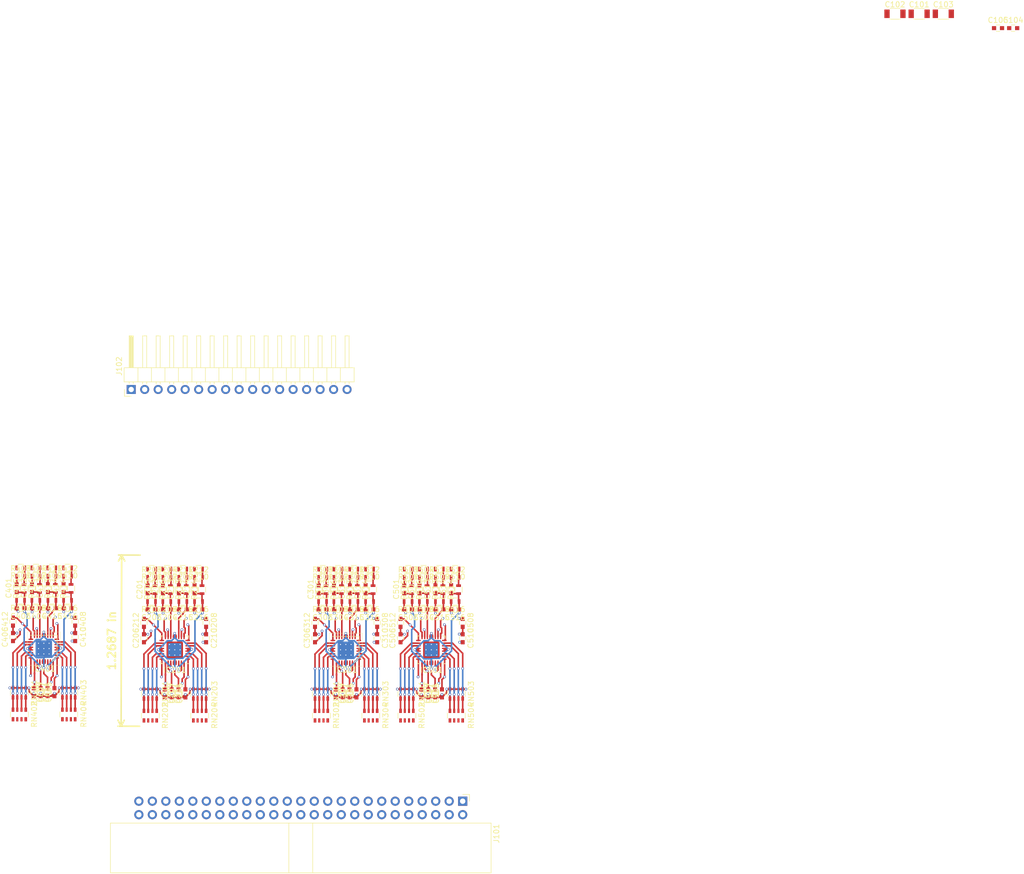
<source format=kicad_pcb>
(kicad_pcb (version 20171130) (host pcbnew 5.0.2-bee76a0~70~ubuntu18.04.1)
  (layers (0 F.Cu signal) (1 2_Ground power) (2 3_Misc mixed) (31 B.Cu signal) (34 B.Paste user) (35 F.Paste user) (36 B.SilkS user) (37 F.SilkS user) (38 B.Mask user) (39 F.Mask user) (44 Edge.Cuts user))
  (net 0 "")
  (net 1 +4V)
  (net 2 GND)
  (net 3 +2V5)
  (net 4 -2V5)
  (net 5 Vref_0-7)
  (net 6 Vref_8-15)
  (net 7 "Net-(C201-Pad1)")
  (net 8 "Net-(C201-Pad2)")
  (net 9 "Net-(C202-Pad2)")
  (net 10 "Net-(C202-Pad1)")
  (net 11 "Net-(C213-Pad2)")
  (net 12 "Net-(C213-Pad1)")
  (net 13 "Net-(C214-Pad2)")
  (net 14 "Net-(C214-Pad1)")
  (net 15 "Net-(C301-Pad1)")
  (net 16 "Net-(C301-Pad2)")
  (net 17 "Net-(C302-Pad1)")
  (net 18 "Net-(C302-Pad2)")
  (net 19 "Net-(C313-Pad1)")
  (net 20 "Net-(C313-Pad2)")
  (net 21 "Net-(C314-Pad1)")
  (net 22 "Net-(C314-Pad2)")
  (net 23 "Net-(C401-Pad1)")
  (net 24 "Net-(C401-Pad2)")
  (net 25 "Net-(C402-Pad1)")
  (net 26 "Net-(C402-Pad2)")
  (net 27 "Net-(C413-Pad1)")
  (net 28 "Net-(C413-Pad2)")
  (net 29 "Net-(C414-Pad1)")
  (net 30 "Net-(C414-Pad2)")
  (net 31 "Net-(C501-Pad2)")
  (net 32 "Net-(C501-Pad1)")
  (net 33 "Net-(C502-Pad2)")
  (net 34 "Net-(C502-Pad1)")
  (net 35 "Net-(C513-Pad2)")
  (net 36 "Net-(C513-Pad1)")
  (net 37 "Net-(C514-Pad1)")
  (net 38 "Net-(C514-Pad2)")
  (net 39 "/Ch 4-7/A-")
  (net 40 "/Ch 4-7/A+")
  (net 41 "/Ch 4-7/B+")
  (net 42 "/Ch 4-7/B-")
  (net 43 "/Ch 4-7/C-")
  (net 44 "/Ch 4-7/C+")
  (net 45 "/Ch 4-7/D+")
  (net 46 "/Ch 4-7/D-")
  (net 47 "/Ch 8-11/D-")
  (net 48 "/Ch 8-11/D+")
  (net 49 "/Ch 8-11/C+")
  (net 50 "/Ch 8-11/C-")
  (net 51 "/Ch 8-11/B-")
  (net 52 "/Ch 8-11/B+")
  (net 53 "/Ch 8-11/A+")
  (net 54 "/Ch 8-11/A-")
  (net 55 "/Ch 0-3/D-")
  (net 56 "/Ch 0-3/D+")
  (net 57 "/Ch 0-3/C+")
  (net 58 "/Ch 0-3/C-")
  (net 59 "/Ch 0-3/B-")
  (net 60 "/Ch 0-3/B+")
  (net 61 "/Ch 0-3/A+")
  (net 62 "/Ch 0-3/A-")
  (net 63 /12-15/A-)
  (net 64 /12-15/A+)
  (net 65 /12-15/B+)
  (net 66 /12-15/B-)
  (net 67 /12-15/C-)
  (net 68 /12-15/C+)
  (net 69 /12-15/D+)
  (net 70 /12-15/D-)
  (net 71 D8-)
  (net 72 D8+)
  (net 73 D9-)
  (net 74 D9+)
  (net 75 D0-)
  (net 76 D0+)
  (net 77 D1-)
  (net 78 D1+)
  (net 79 D10-)
  (net 80 D10+)
  (net 81 D11-)
  (net 82 D11+)
  (net 83 D2-)
  (net 84 D2+)
  (net 85 D3-)
  (net 86 D3+)
  (net 87 D12-)
  (net 88 D12+)
  (net 89 D13-)
  (net 90 D13+)
  (net 91 D4-)
  (net 92 D4+)
  (net 93 D5-)
  (net 94 D5+)
  (net 95 D14-)
  (net 96 D14+)
  (net 97 D15-)
  (net 98 D15+)
  (net 99 D6-)
  (net 100 D6+)
  (net 101 D7-)
  (net 102 D7+)
  (net 103 In0)
  (net 104 In1)
  (net 105 In2)
  (net 106 In3)
  (net 107 In4)
  (net 108 In5)
  (net 109 In6)
  (net 110 In7)
  (net 111 In8)
  (net 112 In9)
  (net 113 In10)
  (net 114 In11)
  (net 115 In12)
  (net 116 In13)
  (net 117 In14)
  (net 118 In15)
  (net 119 "Net-(R201-Pad1)")
  (net 120 "Net-(R202-Pad1)")
  (net 121 "Net-(R209-Pad1)")
  (net 122 "Net-(R210-Pad1)")
  (net 123 "Net-(R301-Pad1)")
  (net 124 "Net-(R302-Pad1)")
  (net 125 "Net-(R309-Pad1)")
  (net 126 "Net-(R310-Pad1)")
  (net 127 "Net-(R401-Pad1)")
  (net 128 "Net-(R402-Pad1)")
  (net 129 "Net-(R409-Pad1)")
  (net 130 "Net-(R410-Pad1)")
  (net 131 "Net-(R501-Pad1)")
  (net 132 "Net-(R502-Pad1)")
  (net 133 "Net-(R509-Pad1)")
  (net 134 "Net-(R510-Pad1)")
  (module Capacitors_SMD.pretty:C_0603 (layer F.Cu) (at 51.6 166.225 90)
    (fp_text reference C206 (at 0 -1.5 90) (layer F.SilkS))
    (fp_text value 10n)
    (pad 2 smd rect (at 0.75 0 90) (size 0.8 0.75) (layers F.Cu F.Paste F.Mask) (net 2 GND))
    (pad 1 smd rect (at -0.75 0 90) (size 0.8 0.75) (layers F.Cu F.Paste F.Mask) (net 5 Vref_0-7))
  )
  (module Capacitors_SMD.pretty:C_0603 (layer F.Cu) (at 51.6 163.325 90)
    (fp_text reference C212 (at 0 -1.5 90) (layer F.SilkS))
    (fp_text value 100n)
    (pad 2 smd rect (at 0.75 0 90) (size 0.8 0.75) (layers F.Cu F.Paste F.Mask) (net 3 +2V5))
    (pad 1 smd rect (at -0.75 0 90) (size 0.8 0.75) (layers F.Cu F.Paste F.Mask) (net 2 GND))
  )
  (module Capacitors_SMD.pretty:C_1206 (layer F.Cu) (at 197.525001 48.680001)
    (fp_text reference C101 (at 0 -1.75) (layer F.SilkS))
    (fp_text value 10uF)
    (pad 1 smd rect (at -1.5 0) (size 1 1.6) (layers F.Cu F.Paste F.Mask) (net 1 +4V))
    (pad 2 smd rect (at 1.5 0) (size 1 1.6) (layers F.Cu F.Paste F.Mask) (net 2 GND))
  )
  (module Capacitors_SMD.pretty:C_1206 (layer F.Cu) (at 192.975001 48.680001)
    (fp_text reference C102 (at 0 -1.75) (layer F.SilkS))
    (fp_text value 10uF)
    (pad 2 smd rect (at 1.5 0) (size 1 1.6) (layers F.Cu F.Paste F.Mask) (net 2 GND))
    (pad 1 smd rect (at -1.5 0) (size 1 1.6) (layers F.Cu F.Paste F.Mask) (net 3 +2V5))
  )
  (module Capacitors_SMD.pretty:C_1206 (layer F.Cu) (at 202.075001 48.680001)
    (fp_text reference C103 (at 0 -1.75) (layer F.SilkS))
    (fp_text value 10uF)
    (pad 1 smd rect (at -1.5 0) (size 1 1.6) (layers F.Cu F.Paste F.Mask) (net 4 -2V5))
    (pad 2 smd rect (at 1.5 0) (size 1 1.6) (layers F.Cu F.Paste F.Mask) (net 2 GND))
  )
  (module Capacitors_SMD.pretty:C_0603 (layer F.Cu) (at 215.225001 51.375001)
    (fp_text reference C104 (at 0 -1.5) (layer F.SilkS))
    (fp_text value 100n)
    (pad 1 smd rect (at -0.75 0) (size 0.8 0.75) (layers F.Cu F.Paste F.Mask) (net 5 Vref_0-7))
    (pad 2 smd rect (at 0.75 0) (size 0.8 0.75) (layers F.Cu F.Paste F.Mask) (net 2 GND))
  )
  (module Capacitors_SMD.pretty:C_0603 (layer F.Cu) (at 212.375001 51.375001)
    (fp_text reference C105 (at 0 -1.5) (layer F.SilkS))
    (fp_text value 100n)
    (pad 2 smd rect (at 0.75 0) (size 0.8 0.75) (layers F.Cu F.Paste F.Mask) (net 2 GND))
    (pad 1 smd rect (at -0.75 0) (size 0.8 0.75) (layers F.Cu F.Paste F.Mask) (net 6 Vref_8-15))
  )
  (module Capacitors_SMD.pretty:C_0603 (layer F.Cu) (at 52.3 157 90)
    (fp_text reference C201 (at 0 -1.5 90) (layer F.SilkS))
    (fp_text value 3.3p)
    (pad 1 smd rect (at -0.75 0 90) (size 0.8 0.75) (layers F.Cu F.Paste F.Mask) (net 7 "Net-(C201-Pad1)"))
    (pad 2 smd rect (at 0.75 0 90) (size 0.8 0.75) (layers F.Cu F.Paste F.Mask) (net 8 "Net-(C201-Pad2)"))
  )
  (module Capacitors_SMD.pretty:C_0603 (layer F.Cu) (at 55.175 157 90)
    (fp_text reference C202 (at 0 -1.5 90) (layer F.SilkS))
    (fp_text value 3.3p)
    (pad 2 smd rect (at 0.75 0 90) (size 0.8 0.75) (layers F.Cu F.Paste F.Mask) (net 9 "Net-(C202-Pad2)"))
    (pad 1 smd rect (at -0.75 0 90) (size 0.8 0.75) (layers F.Cu F.Paste F.Mask) (net 10 "Net-(C202-Pad1)"))
  )
  (module Capacitors_SMD.pretty:C_0603 (layer F.Cu) (at 53.025 160.8 180)
    (fp_text reference C203 (at 0 -1.5 180) (layer F.SilkS))
    (fp_text value 27p)
    (pad 1 smd rect (at -0.75 0 180) (size 0.8 0.75) (layers F.Cu F.Paste F.Mask) (net 7 "Net-(C201-Pad1)"))
    (pad 2 smd rect (at 0.75 0 180) (size 0.8 0.75) (layers F.Cu F.Paste F.Mask) (net 2 GND))
  )
  (module Capacitors_SMD.pretty:C_0603 (layer F.Cu) (at 55.966666 160.8 180)
    (fp_text reference C204 (at 0 -1.5 180) (layer F.SilkS))
    (fp_text value 27p)
    (pad 1 smd rect (at -0.75 0 180) (size 0.8 0.75) (layers F.Cu F.Paste F.Mask) (net 10 "Net-(C202-Pad1)"))
    (pad 2 smd rect (at 0.75 0 180) (size 0.8 0.75) (layers F.Cu F.Paste F.Mask) (net 2 GND))
  )
  (module Capacitors_SMD.pretty:C_0603 (layer F.Cu) (at 56.8 176.6 270)
    (fp_text reference C205 (at 0 -1.5 270) (layer F.SilkS))
    (fp_text value 10n)
    (pad 2 smd rect (at 0.75 0 270) (size 0.8 0.75) (layers F.Cu F.Paste F.Mask) (net 2 GND))
    (pad 1 smd rect (at -0.75 0 270) (size 0.8 0.75) (layers F.Cu F.Paste F.Mask) (net 5 Vref_0-7))
  )
  (module Capacitors_SMD.pretty:C_0603 (layer F.Cu) (at 55.5 176.6 270)
    (fp_text reference C207 (at 0 -1.5 270) (layer F.SilkS))
    (fp_text value 100n)
    (pad 2 smd rect (at 0.75 0 270) (size 0.8 0.75) (layers F.Cu F.Paste F.Mask) (net 2 GND))
    (pad 1 smd rect (at -0.75 0 270) (size 0.8 0.75) (layers F.Cu F.Paste F.Mask) (net 1 +4V))
  )
  (module Capacitors_SMD.pretty:C_0603 (layer F.Cu) (at 63.3 163.325 270)
    (fp_text reference C208 (at 0 -1.5 270) (layer F.SilkS))
    (fp_text value 100n)
    (pad 1 smd rect (at -0.75 0 270) (size 0.8 0.75) (layers F.Cu F.Paste F.Mask) (net 1 +4V))
    (pad 2 smd rect (at 0.75 0 270) (size 0.8 0.75) (layers F.Cu F.Paste F.Mask) (net 2 GND))
  )
  (module Capacitors_SMD.pretty:C_0603 (layer F.Cu) (at 58.1 176.6 90)
    (fp_text reference C209 (at 0 -1.5 90) (layer F.SilkS))
    (fp_text value 100n)
    (pad 1 smd rect (at -0.75 0 90) (size 0.8 0.75) (layers F.Cu F.Paste F.Mask) (net 2 GND))
    (pad 2 smd rect (at 0.75 0 90) (size 0.8 0.75) (layers F.Cu F.Paste F.Mask) (net 4 -2V5))
  )
  (module Capacitors_SMD.pretty:C_0603 (layer F.Cu) (at 63.3 166.225 270)
    (fp_text reference C210 (at 0 -1.5 270) (layer F.SilkS))
    (fp_text value 100n)
    (pad 2 smd rect (at 0.75 0 270) (size 0.8 0.75) (layers F.Cu F.Paste F.Mask) (net 4 -2V5))
    (pad 1 smd rect (at -0.75 0 270) (size 0.8 0.75) (layers F.Cu F.Paste F.Mask) (net 2 GND))
  )
  (module Capacitors_SMD.pretty:C_0603 (layer F.Cu) (at 59.4 176.6 90)
    (fp_text reference C211 (at 0 -1.5 90) (layer F.SilkS))
    (fp_text value 100n)
    (pad 1 smd rect (at -0.75 0 90) (size 0.8 0.75) (layers F.Cu F.Paste F.Mask) (net 2 GND))
    (pad 2 smd rect (at 0.75 0 90) (size 0.8 0.75) (layers F.Cu F.Paste F.Mask) (net 3 +2V5))
  )
  (module Capacitors_SMD.pretty:C_0603 (layer F.Cu) (at 58.175 157 90)
    (fp_text reference C213 (at 0 -1.5 90) (layer F.SilkS))
    (fp_text value 3.3p)
    (pad 2 smd rect (at 0.75 0 90) (size 0.8 0.75) (layers F.Cu F.Paste F.Mask) (net 11 "Net-(C213-Pad2)"))
    (pad 1 smd rect (at -0.75 0 90) (size 0.8 0.75) (layers F.Cu F.Paste F.Mask) (net 12 "Net-(C213-Pad1)"))
  )
  (module Capacitors_SMD.pretty:C_0603 (layer F.Cu) (at 61.125 157 90)
    (fp_text reference C214 (at 0 -1.5 90) (layer F.SilkS))
    (fp_text value 3.3p)
    (pad 2 smd rect (at 0.75 0 90) (size 0.8 0.75) (layers F.Cu F.Paste F.Mask) (net 13 "Net-(C214-Pad2)"))
    (pad 1 smd rect (at -0.75 0 90) (size 0.8 0.75) (layers F.Cu F.Paste F.Mask) (net 14 "Net-(C214-Pad1)"))
  )
  (module Capacitors_SMD.pretty:C_0603 (layer F.Cu) (at 58.925 160.8 180)
    (fp_text reference C215 (at 0 -1.5 180) (layer F.SilkS))
    (fp_text value 27p)
    (pad 1 smd rect (at -0.75 0 180) (size 0.8 0.75) (layers F.Cu F.Paste F.Mask) (net 12 "Net-(C213-Pad1)"))
    (pad 2 smd rect (at 0.75 0 180) (size 0.8 0.75) (layers F.Cu F.Paste F.Mask) (net 2 GND))
  )
  (module Capacitors_SMD.pretty:C_0603 (layer F.Cu) (at 61.875 160.8 180)
    (fp_text reference C216 (at 0 -1.5 180) (layer F.SilkS))
    (fp_text value 27p)
    (pad 1 smd rect (at -0.75 0 180) (size 0.8 0.75) (layers F.Cu F.Paste F.Mask) (net 14 "Net-(C214-Pad1)"))
    (pad 2 smd rect (at 0.75 0 180) (size 0.8 0.75) (layers F.Cu F.Paste F.Mask) (net 2 GND))
  )
  (module Capacitors_SMD.pretty:C_0603 (layer F.Cu) (at 84.5 157 90)
    (fp_text reference C301 (at 0 -1.5 90) (layer F.SilkS))
    (fp_text value 3.3p)
    (pad 1 smd rect (at -0.75 0 90) (size 0.8 0.75) (layers F.Cu F.Paste F.Mask) (net 15 "Net-(C301-Pad1)"))
    (pad 2 smd rect (at 0.75 0 90) (size 0.8 0.75) (layers F.Cu F.Paste F.Mask) (net 16 "Net-(C301-Pad2)"))
  )
  (module Capacitors_SMD.pretty:C_0603 (layer F.Cu) (at 87.375 157 90)
    (fp_text reference C302 (at 0 -1.5 90) (layer F.SilkS))
    (fp_text value 3.3p)
    (pad 1 smd rect (at -0.75 0 90) (size 0.8 0.75) (layers F.Cu F.Paste F.Mask) (net 17 "Net-(C302-Pad1)"))
    (pad 2 smd rect (at 0.75 0 90) (size 0.8 0.75) (layers F.Cu F.Paste F.Mask) (net 18 "Net-(C302-Pad2)"))
  )
  (module Capacitors_SMD.pretty:C_0603 (layer F.Cu) (at 85.225 160.8 180)
    (fp_text reference C303 (at 0 -1.5 180) (layer F.SilkS))
    (fp_text value 27p)
    (pad 1 smd rect (at -0.75 0 180) (size 0.8 0.75) (layers F.Cu F.Paste F.Mask) (net 15 "Net-(C301-Pad1)"))
    (pad 2 smd rect (at 0.75 0 180) (size 0.8 0.75) (layers F.Cu F.Paste F.Mask) (net 2 GND))
  )
  (module Capacitors_SMD.pretty:C_0603 (layer F.Cu) (at 88.166666 160.8 180)
    (fp_text reference C304 (at 0 -1.5 180) (layer F.SilkS))
    (fp_text value 27p)
    (pad 2 smd rect (at 0.75 0 180) (size 0.8 0.75) (layers F.Cu F.Paste F.Mask) (net 2 GND))
    (pad 1 smd rect (at -0.75 0 180) (size 0.8 0.75) (layers F.Cu F.Paste F.Mask) (net 17 "Net-(C302-Pad1)"))
  )
  (module Capacitors_SMD.pretty:C_0603 (layer F.Cu) (at 89 176.6 270)
    (fp_text reference C305 (at 0 -1.5 270) (layer F.SilkS))
    (fp_text value 10n)
    (pad 1 smd rect (at -0.75 0 270) (size 0.8 0.75) (layers F.Cu F.Paste F.Mask) (net 6 Vref_8-15))
    (pad 2 smd rect (at 0.75 0 270) (size 0.8 0.75) (layers F.Cu F.Paste F.Mask) (net 2 GND))
  )
  (module Capacitors_SMD.pretty:C_0603 (layer F.Cu) (at 83.8 166.225 90)
    (fp_text reference C306 (at 0 -1.5 90) (layer F.SilkS))
    (fp_text value 10n)
    (pad 2 smd rect (at 0.75 0 90) (size 0.8 0.75) (layers F.Cu F.Paste F.Mask) (net 2 GND))
    (pad 1 smd rect (at -0.75 0 90) (size 0.8 0.75) (layers F.Cu F.Paste F.Mask) (net 6 Vref_8-15))
  )
  (module Capacitors_SMD.pretty:C_0603 (layer F.Cu) (at 87.7 176.6 270)
    (fp_text reference C307 (at 0 -1.5 270) (layer F.SilkS))
    (fp_text value 100n)
    (pad 1 smd rect (at -0.75 0 270) (size 0.8 0.75) (layers F.Cu F.Paste F.Mask) (net 1 +4V))
    (pad 2 smd rect (at 0.75 0 270) (size 0.8 0.75) (layers F.Cu F.Paste F.Mask) (net 2 GND))
  )
  (module Capacitors_SMD.pretty:C_0603 (layer F.Cu) (at 95.5 163.325 270)
    (fp_text reference C308 (at 0 -1.5 270) (layer F.SilkS))
    (fp_text value 100n)
    (pad 2 smd rect (at 0.75 0 270) (size 0.8 0.75) (layers F.Cu F.Paste F.Mask) (net 2 GND))
    (pad 1 smd rect (at -0.75 0 270) (size 0.8 0.75) (layers F.Cu F.Paste F.Mask) (net 1 +4V))
  )
  (module Capacitors_SMD.pretty:C_0603 (layer F.Cu) (at 90.3 176.6 90)
    (fp_text reference C309 (at 0 -1.5 90) (layer F.SilkS))
    (fp_text value 100n)
    (pad 2 smd rect (at 0.75 0 90) (size 0.8 0.75) (layers F.Cu F.Paste F.Mask) (net 4 -2V5))
    (pad 1 smd rect (at -0.75 0 90) (size 0.8 0.75) (layers F.Cu F.Paste F.Mask) (net 2 GND))
  )
  (module Capacitors_SMD.pretty:C_0603 (layer F.Cu) (at 95.5 166.225 270)
    (fp_text reference C310 (at 0 -1.5 270) (layer F.SilkS))
    (fp_text value 100n)
    (pad 1 smd rect (at -0.75 0 270) (size 0.8 0.75) (layers F.Cu F.Paste F.Mask) (net 2 GND))
    (pad 2 smd rect (at 0.75 0 270) (size 0.8 0.75) (layers F.Cu F.Paste F.Mask) (net 4 -2V5))
  )
  (module Capacitors_SMD.pretty:C_0603 (layer F.Cu) (at 91.6 176.6 90)
    (fp_text reference C311 (at 0 -1.5 90) (layer F.SilkS))
    (fp_text value 100n)
    (pad 2 smd rect (at 0.75 0 90) (size 0.8 0.75) (layers F.Cu F.Paste F.Mask) (net 3 +2V5))
    (pad 1 smd rect (at -0.75 0 90) (size 0.8 0.75) (layers F.Cu F.Paste F.Mask) (net 2 GND))
  )
  (module Capacitors_SMD.pretty:C_0603 (layer F.Cu) (at 83.8 163.325 90)
    (fp_text reference C312 (at 0 -1.5 90) (layer F.SilkS))
    (fp_text value 100n)
    (pad 1 smd rect (at -0.75 0 90) (size 0.8 0.75) (layers F.Cu F.Paste F.Mask) (net 2 GND))
    (pad 2 smd rect (at 0.75 0 90) (size 0.8 0.75) (layers F.Cu F.Paste F.Mask) (net 3 +2V5))
  )
  (module Capacitors_SMD.pretty:C_0603 (layer F.Cu) (at 90.375 157 90)
    (fp_text reference C313 (at 0 -1.5 90) (layer F.SilkS))
    (fp_text value 3.3p)
    (pad 1 smd rect (at -0.75 0 90) (size 0.8 0.75) (layers F.Cu F.Paste F.Mask) (net 19 "Net-(C313-Pad1)"))
    (pad 2 smd rect (at 0.75 0 90) (size 0.8 0.75) (layers F.Cu F.Paste F.Mask) (net 20 "Net-(C313-Pad2)"))
  )
  (module Capacitors_SMD.pretty:C_0603 (layer F.Cu) (at 93.325 157 90)
    (fp_text reference C314 (at 0 -1.5 90) (layer F.SilkS))
    (fp_text value 3.3p)
    (pad 1 smd rect (at -0.75 0 90) (size 0.8 0.75) (layers F.Cu F.Paste F.Mask) (net 21 "Net-(C314-Pad1)"))
    (pad 2 smd rect (at 0.75 0 90) (size 0.8 0.75) (layers F.Cu F.Paste F.Mask) (net 22 "Net-(C314-Pad2)"))
  )
  (module Capacitors_SMD.pretty:C_0603 (layer F.Cu) (at 91.125 160.8 180)
    (fp_text reference C315 (at 0 -1.5 180) (layer F.SilkS))
    (fp_text value 27p)
    (pad 2 smd rect (at 0.75 0 180) (size 0.8 0.75) (layers F.Cu F.Paste F.Mask) (net 2 GND))
    (pad 1 smd rect (at -0.75 0 180) (size 0.8 0.75) (layers F.Cu F.Paste F.Mask) (net 19 "Net-(C313-Pad1)"))
  )
  (module Capacitors_SMD.pretty:C_0603 (layer F.Cu) (at 94.075 160.8 180)
    (fp_text reference C316 (at 0 -1.5 180) (layer F.SilkS))
    (fp_text value 27p)
    (pad 2 smd rect (at 0.75 0 180) (size 0.8 0.75) (layers F.Cu F.Paste F.Mask) (net 2 GND))
    (pad 1 smd rect (at -0.75 0 180) (size 0.8 0.75) (layers F.Cu F.Paste F.Mask) (net 21 "Net-(C314-Pad1)"))
  )
  (module Capacitors_SMD.pretty:C_0603 (layer F.Cu) (at 27.65 156.775 90)
    (fp_text reference C401 (at 0 -1.5 90) (layer F.SilkS))
    (fp_text value 3.3p)
    (pad 1 smd rect (at -0.75 0 90) (size 0.8 0.75) (layers F.Cu F.Paste F.Mask) (net 23 "Net-(C401-Pad1)"))
    (pad 2 smd rect (at 0.75 0 90) (size 0.8 0.75) (layers F.Cu F.Paste F.Mask) (net 24 "Net-(C401-Pad2)"))
  )
  (module Capacitors_SMD.pretty:C_0603 (layer F.Cu) (at 30.525 156.775 90)
    (fp_text reference C402 (at 0 -1.5 90) (layer F.SilkS))
    (fp_text value 3.3p)
    (pad 1 smd rect (at -0.75 0 90) (size 0.8 0.75) (layers F.Cu F.Paste F.Mask) (net 25 "Net-(C402-Pad1)"))
    (pad 2 smd rect (at 0.75 0 90) (size 0.8 0.75) (layers F.Cu F.Paste F.Mask) (net 26 "Net-(C402-Pad2)"))
  )
  (module Capacitors_SMD.pretty:C_0603 (layer F.Cu) (at 28.375 160.575 180)
    (fp_text reference C403 (at 0 -1.5 180) (layer F.SilkS))
    (fp_text value 27p)
    (pad 2 smd rect (at 0.75 0 180) (size 0.8 0.75) (layers F.Cu F.Paste F.Mask) (net 2 GND))
    (pad 1 smd rect (at -0.75 0 180) (size 0.8 0.75) (layers F.Cu F.Paste F.Mask) (net 23 "Net-(C401-Pad1)"))
  )
  (module Capacitors_SMD.pretty:C_0603 (layer F.Cu) (at 31.316666 160.575 180)
    (fp_text reference C404 (at 0 -1.5 180) (layer F.SilkS))
    (fp_text value 27p)
    (pad 2 smd rect (at 0.75 0 180) (size 0.8 0.75) (layers F.Cu F.Paste F.Mask) (net 2 GND))
    (pad 1 smd rect (at -0.75 0 180) (size 0.8 0.75) (layers F.Cu F.Paste F.Mask) (net 25 "Net-(C402-Pad1)"))
  )
  (module Capacitors_SMD.pretty:C_0603 (layer F.Cu) (at 32.15 176.375 270)
    (fp_text reference C405 (at 0 -1.5 270) (layer F.SilkS))
    (fp_text value 10n)
    (pad 2 smd rect (at 0.75 0 270) (size 0.8 0.75) (layers F.Cu F.Paste F.Mask) (net 2 GND))
    (pad 1 smd rect (at -0.75 0 270) (size 0.8 0.75) (layers F.Cu F.Paste F.Mask) (net 5 Vref_0-7))
  )
  (module Capacitors_SMD.pretty:C_0603 (layer F.Cu) (at 26.95 166 90)
    (fp_text reference C406 (at 0 -1.5 90) (layer F.SilkS))
    (fp_text value 10n)
    (pad 2 smd rect (at 0.75 0 90) (size 0.8 0.75) (layers F.Cu F.Paste F.Mask) (net 2 GND))
    (pad 1 smd rect (at -0.75 0 90) (size 0.8 0.75) (layers F.Cu F.Paste F.Mask) (net 5 Vref_0-7))
  )
  (module Capacitors_SMD.pretty:C_0603 (layer F.Cu) (at 30.85 176.375 270)
    (fp_text reference C407 (at 0 -1.5 270) (layer F.SilkS))
    (fp_text value 100n)
    (pad 2 smd rect (at 0.75 0 270) (size 0.8 0.75) (layers F.Cu F.Paste F.Mask) (net 2 GND))
    (pad 1 smd rect (at -0.75 0 270) (size 0.8 0.75) (layers F.Cu F.Paste F.Mask) (net 1 +4V))
  )
  (module Capacitors_SMD.pretty:C_0603 (layer F.Cu) (at 38.65 163.1 270)
    (fp_text reference C408 (at 0 -1.5 270) (layer F.SilkS))
    (fp_text value 100n)
    (pad 2 smd rect (at 0.75 0 270) (size 0.8 0.75) (layers F.Cu F.Paste F.Mask) (net 2 GND))
    (pad 1 smd rect (at -0.75 0 270) (size 0.8 0.75) (layers F.Cu F.Paste F.Mask) (net 1 +4V))
  )
  (module Capacitors_SMD.pretty:C_0603 (layer F.Cu) (at 33.45 176.375 90)
    (fp_text reference C409 (at 0 -1.5 90) (layer F.SilkS))
    (fp_text value 100n)
    (pad 1 smd rect (at -0.75 0 90) (size 0.8 0.75) (layers F.Cu F.Paste F.Mask) (net 2 GND))
    (pad 2 smd rect (at 0.75 0 90) (size 0.8 0.75) (layers F.Cu F.Paste F.Mask) (net 4 -2V5))
  )
  (module Capacitors_SMD.pretty:C_0603 (layer F.Cu) (at 38.65 166 270)
    (fp_text reference C410 (at 0 -1.5 270) (layer F.SilkS))
    (fp_text value 100n)
    (pad 1 smd rect (at -0.75 0 270) (size 0.8 0.75) (layers F.Cu F.Paste F.Mask) (net 2 GND))
    (pad 2 smd rect (at 0.75 0 270) (size 0.8 0.75) (layers F.Cu F.Paste F.Mask) (net 4 -2V5))
  )
  (module Capacitors_SMD.pretty:C_0603 (layer F.Cu) (at 34.75 176.375 90)
    (fp_text reference C411 (at 0 -1.5 90) (layer F.SilkS))
    (fp_text value 100n)
    (pad 1 smd rect (at -0.75 0 90) (size 0.8 0.75) (layers F.Cu F.Paste F.Mask) (net 2 GND))
    (pad 2 smd rect (at 0.75 0 90) (size 0.8 0.75) (layers F.Cu F.Paste F.Mask) (net 3 +2V5))
  )
  (module Capacitors_SMD.pretty:C_0603 (layer F.Cu) (at 26.95 163.1 90)
    (fp_text reference C412 (at 0 -1.5 90) (layer F.SilkS))
    (fp_text value 100n)
    (pad 1 smd rect (at -0.75 0 90) (size 0.8 0.75) (layers F.Cu F.Paste F.Mask) (net 2 GND))
    (pad 2 smd rect (at 0.75 0 90) (size 0.8 0.75) (layers F.Cu F.Paste F.Mask) (net 3 +2V5))
  )
  (module Capacitors_SMD.pretty:C_0603 (layer F.Cu) (at 33.525 156.775 90)
    (fp_text reference C413 (at 0 -1.5 90) (layer F.SilkS))
    (fp_text value 3.3p)
    (pad 1 smd rect (at -0.75 0 90) (size 0.8 0.75) (layers F.Cu F.Paste F.Mask) (net 27 "Net-(C413-Pad1)"))
    (pad 2 smd rect (at 0.75 0 90) (size 0.8 0.75) (layers F.Cu F.Paste F.Mask) (net 28 "Net-(C413-Pad2)"))
  )
  (module Capacitors_SMD.pretty:C_0603 (layer F.Cu) (at 36.475 156.775 90)
    (fp_text reference C414 (at 0 -1.5 90) (layer F.SilkS))
    (fp_text value 3.3p)
    (pad 1 smd rect (at -0.75 0 90) (size 0.8 0.75) (layers F.Cu F.Paste F.Mask) (net 29 "Net-(C414-Pad1)"))
    (pad 2 smd rect (at 0.75 0 90) (size 0.8 0.75) (layers F.Cu F.Paste F.Mask) (net 30 "Net-(C414-Pad2)"))
  )
  (module Capacitors_SMD.pretty:C_0603 (layer F.Cu) (at 34.275 160.575 180)
    (fp_text reference C415 (at 0 -1.5 180) (layer F.SilkS))
    (fp_text value 27p)
    (pad 2 smd rect (at 0.75 0 180) (size 0.8 0.75) (layers F.Cu F.Paste F.Mask) (net 2 GND))
    (pad 1 smd rect (at -0.75 0 180) (size 0.8 0.75) (layers F.Cu F.Paste F.Mask) (net 27 "Net-(C413-Pad1)"))
  )
  (module Capacitors_SMD.pretty:C_0603 (layer F.Cu) (at 37.225 160.575 180)
    (fp_text reference C416 (at 0 -1.5 180) (layer F.SilkS))
    (fp_text value 27p)
    (pad 2 smd rect (at 0.75 0 180) (size 0.8 0.75) (layers F.Cu F.Paste F.Mask) (net 2 GND))
    (pad 1 smd rect (at -0.75 0 180) (size 0.8 0.75) (layers F.Cu F.Paste F.Mask) (net 29 "Net-(C414-Pad1)"))
  )
  (module Capacitors_SMD.pretty:C_0603 (layer F.Cu) (at 100.6 157 90)
    (fp_text reference C501 (at 0 -1.5 90) (layer F.SilkS))
    (fp_text value 3.3p)
    (pad 2 smd rect (at 0.75 0 90) (size 0.8 0.75) (layers F.Cu F.Paste F.Mask) (net 31 "Net-(C501-Pad2)"))
    (pad 1 smd rect (at -0.75 0 90) (size 0.8 0.75) (layers F.Cu F.Paste F.Mask) (net 32 "Net-(C501-Pad1)"))
  )
  (module Capacitors_SMD.pretty:C_0603 (layer F.Cu) (at 103.475 157 90)
    (fp_text reference C502 (at 0 -1.5 90) (layer F.SilkS))
    (fp_text value 3.3p)
    (pad 2 smd rect (at 0.75 0 90) (size 0.8 0.75) (layers F.Cu F.Paste F.Mask) (net 33 "Net-(C502-Pad2)"))
    (pad 1 smd rect (at -0.75 0 90) (size 0.8 0.75) (layers F.Cu F.Paste F.Mask) (net 34 "Net-(C502-Pad1)"))
  )
  (module Capacitors_SMD.pretty:C_0603 (layer F.Cu) (at 101.325 160.8 180)
    (fp_text reference C503 (at 0 -1.5 180) (layer F.SilkS))
    (fp_text value 27p)
    (pad 2 smd rect (at 0.75 0 180) (size 0.8 0.75) (layers F.Cu F.Paste F.Mask) (net 2 GND))
    (pad 1 smd rect (at -0.75 0 180) (size 0.8 0.75) (layers F.Cu F.Paste F.Mask) (net 32 "Net-(C501-Pad1)"))
  )
  (module Capacitors_SMD.pretty:C_0603 (layer F.Cu) (at 104.266666 160.8 180)
    (fp_text reference C504 (at 0 -1.5 180) (layer F.SilkS))
    (fp_text value 27p)
    (pad 1 smd rect (at -0.75 0 180) (size 0.8 0.75) (layers F.Cu F.Paste F.Mask) (net 34 "Net-(C502-Pad1)"))
    (pad 2 smd rect (at 0.75 0 180) (size 0.8 0.75) (layers F.Cu F.Paste F.Mask) (net 2 GND))
  )
  (module Capacitors_SMD.pretty:C_0603 (layer F.Cu) (at 105.1 176.6 270)
    (fp_text reference C505 (at 0 -1.5 270) (layer F.SilkS))
    (fp_text value 10n)
    (pad 2 smd rect (at 0.75 0 270) (size 0.8 0.75) (layers F.Cu F.Paste F.Mask) (net 2 GND))
    (pad 1 smd rect (at -0.75 0 270) (size 0.8 0.75) (layers F.Cu F.Paste F.Mask) (net 6 Vref_8-15))
  )
  (module Capacitors_SMD.pretty:C_0603 (layer F.Cu) (at 99.9 166.225 90)
    (fp_text reference C506 (at 0 -1.5 90) (layer F.SilkS))
    (fp_text value 10n)
    (pad 1 smd rect (at -0.75 0 90) (size 0.8 0.75) (layers F.Cu F.Paste F.Mask) (net 6 Vref_8-15))
    (pad 2 smd rect (at 0.75 0 90) (size 0.8 0.75) (layers F.Cu F.Paste F.Mask) (net 2 GND))
  )
  (module Capacitors_SMD.pretty:C_0603 (layer F.Cu) (at 103.8 176.6 270)
    (fp_text reference C507 (at 0 -1.5 270) (layer F.SilkS))
    (fp_text value 100n)
    (pad 2 smd rect (at 0.75 0 270) (size 0.8 0.75) (layers F.Cu F.Paste F.Mask) (net 2 GND))
    (pad 1 smd rect (at -0.75 0 270) (size 0.8 0.75) (layers F.Cu F.Paste F.Mask) (net 1 +4V))
  )
  (module Capacitors_SMD.pretty:C_0603 (layer F.Cu) (at 111.6 163.325 270)
    (fp_text reference C508 (at 0 -1.5 270) (layer F.SilkS))
    (fp_text value 100n)
    (pad 1 smd rect (at -0.75 0 270) (size 0.8 0.75) (layers F.Cu F.Paste F.Mask) (net 1 +4V))
    (pad 2 smd rect (at 0.75 0 270) (size 0.8 0.75) (layers F.Cu F.Paste F.Mask) (net 2 GND))
  )
  (module Capacitors_SMD.pretty:C_0603 (layer F.Cu) (at 106.4 176.6 90)
    (fp_text reference C509 (at 0 -1.5 90) (layer F.SilkS))
    (fp_text value 100n)
    (pad 1 smd rect (at -0.75 0 90) (size 0.8 0.75) (layers F.Cu F.Paste F.Mask) (net 2 GND))
    (pad 2 smd rect (at 0.75 0 90) (size 0.8 0.75) (layers F.Cu F.Paste F.Mask) (net 4 -2V5))
  )
  (module Capacitors_SMD.pretty:C_0603 (layer F.Cu) (at 111.6 166.225 270)
    (fp_text reference C510 (at 0 -1.5 270) (layer F.SilkS))
    (fp_text value 100n)
    (pad 2 smd rect (at 0.75 0 270) (size 0.8 0.75) (layers F.Cu F.Paste F.Mask) (net 4 -2V5))
    (pad 1 smd rect (at -0.75 0 270) (size 0.8 0.75) (layers F.Cu F.Paste F.Mask) (net 2 GND))
  )
  (module Capacitors_SMD.pretty:C_0603 (layer F.Cu) (at 107.7 176.6 90)
    (fp_text reference C511 (at 0 -1.5 90) (layer F.SilkS))
    (fp_text value 100n)
    (pad 1 smd rect (at -0.75 0 90) (size 0.8 0.75) (layers F.Cu F.Paste F.Mask) (net 2 GND))
    (pad 2 smd rect (at 0.75 0 90) (size 0.8 0.75) (layers F.Cu F.Paste F.Mask) (net 3 +2V5))
  )
  (module Capacitors_SMD.pretty:C_0603 (layer F.Cu) (at 99.9 163.325 90)
    (fp_text reference C512 (at 0 -1.5 90) (layer F.SilkS))
    (fp_text value 100n)
    (pad 2 smd rect (at 0.75 0 90) (size 0.8 0.75) (layers F.Cu F.Paste F.Mask) (net 3 +2V5))
    (pad 1 smd rect (at -0.75 0 90) (size 0.8 0.75) (layers F.Cu F.Paste F.Mask) (net 2 GND))
  )
  (module Capacitors_SMD.pretty:C_0603 (layer F.Cu) (at 106.475 157 90)
    (fp_text reference C513 (at 0 -1.5 90) (layer F.SilkS))
    (fp_text value 3.3p)
    (pad 2 smd rect (at 0.75 0 90) (size 0.8 0.75) (layers F.Cu F.Paste F.Mask) (net 35 "Net-(C513-Pad2)"))
    (pad 1 smd rect (at -0.75 0 90) (size 0.8 0.75) (layers F.Cu F.Paste F.Mask) (net 36 "Net-(C513-Pad1)"))
  )
  (module Capacitors_SMD.pretty:C_0603 (layer F.Cu) (at 109.425 157 90)
    (fp_text reference C514 (at 0 -1.5 90) (layer F.SilkS))
    (fp_text value 3.3p)
    (pad 1 smd rect (at -0.75 0 90) (size 0.8 0.75) (layers F.Cu F.Paste F.Mask) (net 37 "Net-(C514-Pad1)"))
    (pad 2 smd rect (at 0.75 0 90) (size 0.8 0.75) (layers F.Cu F.Paste F.Mask) (net 38 "Net-(C514-Pad2)"))
  )
  (module Capacitors_SMD.pretty:C_0603 (layer F.Cu) (at 107.225 160.8 180)
    (fp_text reference C515 (at 0 -1.5 180) (layer F.SilkS))
    (fp_text value 27p)
    (pad 1 smd rect (at -0.75 0 180) (size 0.8 0.75) (layers F.Cu F.Paste F.Mask) (net 36 "Net-(C513-Pad1)"))
    (pad 2 smd rect (at 0.75 0 180) (size 0.8 0.75) (layers F.Cu F.Paste F.Mask) (net 2 GND))
  )
  (module Capacitors_SMD.pretty:C_0603 (layer F.Cu) (at 110.175 160.8 180)
    (fp_text reference C516 (at 0 -1.5 180) (layer F.SilkS))
    (fp_text value 27p)
    (pad 2 smd rect (at 0.75 0 180) (size 0.8 0.75) (layers F.Cu F.Paste F.Mask) (net 2 GND))
    (pad 1 smd rect (at -0.75 0 180) (size 0.8 0.75) (layers F.Cu F.Paste F.Mask) (net 37 "Net-(C514-Pad1)"))
  )
  (module Package_DFN_QFN:QFN-32-1EP_5x5mm_P0.5mm_EP3.1x3.1mm_ThermalVias (layer F.Cu) (at 57.4 168.4 180)
    (fp_text reference IC201 (at 0 -3.82 180) (layer F.SilkS))
    (fp_text value lmh7324)
    (pad 33 smd roundrect (at 0 0 180) (size 3.1 3.1) (layers F.Cu F.Mask) (roundrect_rratio 0.08064499999999999) (net 2 GND))
    (pad 33 thru_hole circle (at -1 -1 180) (size 0.5 0.5) (drill 0.2) (layers *.Cu) (net 2 GND))
    (pad 33 thru_hole circle (at 0 -1 180) (size 0.5 0.5) (drill 0.2) (layers *.Cu) (net 2 GND))
    (pad 33 thru_hole circle (at 1 -1 180) (size 0.5 0.5) (drill 0.2) (layers *.Cu) (net 2 GND))
    (pad 33 thru_hole circle (at -1 0 180) (size 0.5 0.5) (drill 0.2) (layers *.Cu) (net 2 GND))
    (pad 33 thru_hole circle (at 0 0 180) (size 0.5 0.5) (drill 0.2) (layers *.Cu) (net 2 GND))
    (pad 33 thru_hole circle (at 1 0 180) (size 0.5 0.5) (drill 0.2) (layers *.Cu) (net 2 GND))
    (pad 33 thru_hole circle (at -1 1 180) (size 0.5 0.5) (drill 0.2) (layers *.Cu) (net 2 GND))
    (pad 33 thru_hole circle (at 0 1 180) (size 0.5 0.5) (drill 0.2) (layers *.Cu) (net 2 GND))
    (pad 33 thru_hole circle (at 1 1 180) (size 0.5 0.5) (drill 0.2) (layers *.Cu) (net 2 GND))
    (pad 33 smd roundrect (at 0 0 180) (size 2.5 2.5) (layers B.Cu) (roundrect_rratio 0.1) (net 2 GND))
    (pad 1 smd roundrect (at -2.4375 -1.75 180) (size 0.875 0.25) (layers F.Cu F.Paste F.Mask) (net 3 +2V5))
    (pad 2 smd roundrect (at -2.4375 -1.25 180) (size 0.875 0.25) (layers F.Cu F.Paste F.Mask) (net 46 "/Ch 4-7/D-"))
    (pad 3 smd roundrect (at -2.4375 -0.75 180) (size 0.875 0.25) (layers F.Cu F.Paste F.Mask) (net 45 "/Ch 4-7/D+"))
    (pad 4 smd roundrect (at -2.4375 -0.25 180) (size 0.875 0.25) (layers F.Cu F.Paste F.Mask) (net 4 -2V5))
    (pad 5 smd roundrect (at -2.4375 0.25 180) (size 0.875 0.25) (layers F.Cu F.Paste F.Mask) (net 4 -2V5))
    (pad 6 smd roundrect (at -2.4375 0.75 180) (size 0.875 0.25) (layers F.Cu F.Paste F.Mask) (net 44 "/Ch 4-7/C+"))
    (pad 7 smd roundrect (at -2.4375 1.25 180) (size 0.875 0.25) (layers F.Cu F.Paste F.Mask) (net 43 "/Ch 4-7/C-"))
    (pad 8 smd roundrect (at -2.4375 1.75 180) (size 0.875 0.25) (layers F.Cu F.Paste F.Mask) (net 3 +2V5))
    (pad 9 smd roundrect (at -1.75 2.4375 180) (size 0.25 0.875) (layers F.Cu F.Paste F.Mask) (net 1 +4V))
    (pad 10 smd roundrect (at -1.25 2.4375 180) (size 0.25 0.875) (layers F.Cu F.Paste F.Mask) (net 5 Vref_0-7))
    (pad 11 smd roundrect (at -0.75 2.4375 180) (size 0.25 0.875) (layers F.Cu F.Paste F.Mask) (net 12 "Net-(C213-Pad1)"))
    (pad 12 smd roundrect (at -0.25 2.4375 180) (size 0.25 0.875) (layers F.Cu F.Paste F.Mask) (net 4 -2V5))
    (pad 13 smd roundrect (at 0.25 2.4375 180) (size 0.25 0.875) (layers F.Cu F.Paste F.Mask) (net 4 -2V5))
    (pad 14 smd roundrect (at 0.75 2.4375 180) (size 0.25 0.875) (layers F.Cu F.Paste F.Mask) (net 10 "Net-(C202-Pad1)"))
    (pad 15 smd roundrect (at 1.25 2.4375 180) (size 0.25 0.875) (layers F.Cu F.Paste F.Mask) (net 5 Vref_0-7))
    (pad 16 smd roundrect (at 1.75 2.4375 180) (size 0.25 0.875) (layers F.Cu F.Paste F.Mask) (net 1 +4V))
    (pad 17 smd roundrect (at 2.4375 1.75 180) (size 0.875 0.25) (layers F.Cu F.Paste F.Mask) (net 3 +2V5))
    (pad 18 smd roundrect (at 2.4375 1.25 180) (size 0.875 0.25) (layers F.Cu F.Paste F.Mask) (net 42 "/Ch 4-7/B-"))
    (pad 19 smd roundrect (at 2.4375 0.75 180) (size 0.875 0.25) (layers F.Cu F.Paste F.Mask) (net 41 "/Ch 4-7/B+"))
    (pad 20 smd roundrect (at 2.4375 0.25 180) (size 0.875 0.25) (layers F.Cu F.Paste F.Mask) (net 4 -2V5))
    (pad 21 smd roundrect (at 2.4375 -0.25 180) (size 0.875 0.25) (layers F.Cu F.Paste F.Mask) (net 4 -2V5))
    (pad 22 smd roundrect (at 2.4375 -0.75 180) (size 0.875 0.25) (layers F.Cu F.Paste F.Mask) (net 40 "/Ch 4-7/A+"))
    (pad 23 smd roundrect (at 2.4375 -1.25 180) (size 0.875 0.25) (layers F.Cu F.Paste F.Mask) (net 39 "/Ch 4-7/A-"))
    (pad 24 smd roundrect (at 2.4375 -1.75 180) (size 0.875 0.25) (layers F.Cu F.Paste F.Mask) (net 3 +2V5))
    (pad 25 smd roundrect (at 1.75 -2.4375 180) (size 0.25 0.875) (layers F.Cu F.Paste F.Mask) (net 1 +4V))
    (pad 26 smd roundrect (at 1.25 -2.4375 180) (size 0.25 0.875) (layers F.Cu F.Paste F.Mask) (net 5 Vref_0-7))
    (pad 27 smd roundrect (at 0.75 -2.4375 180) (size 0.25 0.875) (layers F.Cu F.Paste F.Mask) (net 7 "Net-(C201-Pad1)"))
    (pad 28 smd roundrect (at 0.25 -2.4375 180) (size 0.25 0.875) (layers F.Cu F.Paste F.Mask) (net 4 -2V5))
    (pad 29 smd roundrect (at -0.25 -2.4375 180) (size 0.25 0.875) (layers F.Cu F.Paste F.Mask) (net 4 -2V5))
    (pad 30 smd roundrect (at -0.75 -2.4375 180) (size 0.25 0.875) (layers F.Cu F.Paste F.Mask) (net 14 "Net-(C214-Pad1)"))
    (pad 31 smd roundrect (at -1.25 -2.4375 180) (size 0.25 0.875) (layers F.Cu F.Paste F.Mask) (net 5 Vref_0-7))
    (pad 32 smd roundrect (at -1.75 -2.4375 180) (size 0.25 0.875) (layers F.Cu F.Paste F.Mask) (net 1 +4V))
  )
  (module Package_DFN_QFN:QFN-32-1EP_5x5mm_P0.5mm_EP3.1x3.1mm_ThermalVias (layer F.Cu) (at 89.6 168.4 180)
    (fp_text reference IC301 (at 0 -3.82 180) (layer F.SilkS))
    (fp_text value lmh7324)
    (pad 32 smd roundrect (at -1.75 -2.4375 180) (size 0.25 0.875) (layers F.Cu F.Paste F.Mask) (net 1 +4V))
    (pad 31 smd roundrect (at -1.25 -2.4375 180) (size 0.25 0.875) (layers F.Cu F.Paste F.Mask) (net 6 Vref_8-15))
    (pad 30 smd roundrect (at -0.75 -2.4375 180) (size 0.25 0.875) (layers F.Cu F.Paste F.Mask) (net 21 "Net-(C314-Pad1)"))
    (pad 29 smd roundrect (at -0.25 -2.4375 180) (size 0.25 0.875) (layers F.Cu F.Paste F.Mask) (net 4 -2V5))
    (pad 28 smd roundrect (at 0.25 -2.4375 180) (size 0.25 0.875) (layers F.Cu F.Paste F.Mask) (net 4 -2V5))
    (pad 27 smd roundrect (at 0.75 -2.4375 180) (size 0.25 0.875) (layers F.Cu F.Paste F.Mask) (net 15 "Net-(C301-Pad1)"))
    (pad 26 smd roundrect (at 1.25 -2.4375 180) (size 0.25 0.875) (layers F.Cu F.Paste F.Mask) (net 6 Vref_8-15))
    (pad 25 smd roundrect (at 1.75 -2.4375 180) (size 0.25 0.875) (layers F.Cu F.Paste F.Mask) (net 1 +4V))
    (pad 24 smd roundrect (at 2.4375 -1.75 180) (size 0.875 0.25) (layers F.Cu F.Paste F.Mask) (net 3 +2V5))
    (pad 23 smd roundrect (at 2.4375 -1.25 180) (size 0.875 0.25) (layers F.Cu F.Paste F.Mask) (net 54 "/Ch 8-11/A-"))
    (pad 22 smd roundrect (at 2.4375 -0.75 180) (size 0.875 0.25) (layers F.Cu F.Paste F.Mask) (net 53 "/Ch 8-11/A+"))
    (pad 21 smd roundrect (at 2.4375 -0.25 180) (size 0.875 0.25) (layers F.Cu F.Paste F.Mask) (net 4 -2V5))
    (pad 20 smd roundrect (at 2.4375 0.25 180) (size 0.875 0.25) (layers F.Cu F.Paste F.Mask) (net 4 -2V5))
    (pad 19 smd roundrect (at 2.4375 0.75 180) (size 0.875 0.25) (layers F.Cu F.Paste F.Mask) (net 52 "/Ch 8-11/B+"))
    (pad 18 smd roundrect (at 2.4375 1.25 180) (size 0.875 0.25) (layers F.Cu F.Paste F.Mask) (net 51 "/Ch 8-11/B-"))
    (pad 17 smd roundrect (at 2.4375 1.75 180) (size 0.875 0.25) (layers F.Cu F.Paste F.Mask) (net 3 +2V5))
    (pad 16 smd roundrect (at 1.75 2.4375 180) (size 0.25 0.875) (layers F.Cu F.Paste F.Mask) (net 1 +4V))
    (pad 15 smd roundrect (at 1.25 2.4375 180) (size 0.25 0.875) (layers F.Cu F.Paste F.Mask) (net 6 Vref_8-15))
    (pad 14 smd roundrect (at 0.75 2.4375 180) (size 0.25 0.875) (layers F.Cu F.Paste F.Mask) (net 17 "Net-(C302-Pad1)"))
    (pad 13 smd roundrect (at 0.25 2.4375 180) (size 0.25 0.875) (layers F.Cu F.Paste F.Mask) (net 4 -2V5))
    (pad 12 smd roundrect (at -0.25 2.4375 180) (size 0.25 0.875) (layers F.Cu F.Paste F.Mask) (net 4 -2V5))
    (pad 11 smd roundrect (at -0.75 2.4375 180) (size 0.25 0.875) (layers F.Cu F.Paste F.Mask) (net 19 "Net-(C313-Pad1)"))
    (pad 10 smd roundrect (at -1.25 2.4375 180) (size 0.25 0.875) (layers F.Cu F.Paste F.Mask) (net 6 Vref_8-15))
    (pad 9 smd roundrect (at -1.75 2.4375 180) (size 0.25 0.875) (layers F.Cu F.Paste F.Mask) (net 1 +4V))
    (pad 8 smd roundrect (at -2.4375 1.75 180) (size 0.875 0.25) (layers F.Cu F.Paste F.Mask) (net 3 +2V5))
    (pad 7 smd roundrect (at -2.4375 1.25 180) (size 0.875 0.25) (layers F.Cu F.Paste F.Mask) (net 50 "/Ch 8-11/C-"))
    (pad 6 smd roundrect (at -2.4375 0.75 180) (size 0.875 0.25) (layers F.Cu F.Paste F.Mask) (net 49 "/Ch 8-11/C+"))
    (pad 5 smd roundrect (at -2.4375 0.25 180) (size 0.875 0.25) (layers F.Cu F.Paste F.Mask) (net 4 -2V5))
    (pad 4 smd roundrect (at -2.4375 -0.25 180) (size 0.875 0.25) (layers F.Cu F.Paste F.Mask) (net 4 -2V5))
    (pad 3 smd roundrect (at -2.4375 -0.75 180) (size 0.875 0.25) (layers F.Cu F.Paste F.Mask) (net 48 "/Ch 8-11/D+"))
    (pad 2 smd roundrect (at -2.4375 -1.25 180) (size 0.875 0.25) (layers F.Cu F.Paste F.Mask) (net 47 "/Ch 8-11/D-"))
    (pad 1 smd roundrect (at -2.4375 -1.75 180) (size 0.875 0.25) (layers F.Cu F.Paste F.Mask) (net 3 +2V5))
    (pad 33 smd roundrect (at 0 0 180) (size 2.5 2.5) (layers F.Cu F.Mask) (roundrect_rratio 0.1) (net 2 GND))
    (pad 33 thru_hole circle (at -1 -1 180) (size 0.5 0.5) (drill 0.2) (layers *.Cu) (net 2 GND))
    (pad 33 thru_hole circle (at 0 -1 180) (size 0.5 0.5) (drill 0.2) (layers *.Cu) (net 2 GND))
    (pad 33 thru_hole circle (at 1 -1 180) (size 0.5 0.5) (drill 0.2) (layers *.Cu) (net 2 GND))
    (pad 33 thru_hole circle (at -1 0 180) (size 0.5 0.5) (drill 0.2) (layers *.Cu) (net 2 GND))
    (pad 33 thru_hole circle (at 0 0 180) (size 0.5 0.5) (drill 0.2) (layers *.Cu) (net 2 GND))
    (pad 33 thru_hole circle (at 1 0 180) (size 0.5 0.5) (drill 0.2) (layers *.Cu) (net 2 GND))
    (pad 33 thru_hole circle (at -1 1 180) (size 0.5 0.5) (drill 0.2) (layers *.Cu) (net 2 GND))
    (pad 33 thru_hole circle (at 0 1 180) (size 0.5 0.5) (drill 0.2) (layers *.Cu) (net 2 GND))
    (pad 33 thru_hole circle (at 1 1 180) (size 0.5 0.5) (drill 0.2) (layers *.Cu) (net 2 GND))
    (pad 33 smd roundrect (at 0 0 180) (size 3.1 3.1) (layers B.Cu) (roundrect_rratio 0.08064499999999999) (net 2 GND))
  )
  (module Package_DFN_QFN:QFN-32-1EP_5x5mm_P0.5mm_EP3.1x3.1mm_ThermalVias (layer F.Cu) (at 32.75 168.175 180)
    (fp_text reference IC401 (at 0 -3.82 180) (layer F.SilkS))
    (fp_text value lmh7324)
    (pad 32 smd roundrect (at -1.75 -2.4375 180) (size 0.25 0.875) (layers F.Cu F.Paste F.Mask) (net 1 +4V))
    (pad 31 smd roundrect (at -1.25 -2.4375 180) (size 0.25 0.875) (layers F.Cu F.Paste F.Mask) (net 5 Vref_0-7))
    (pad 30 smd roundrect (at -0.75 -2.4375 180) (size 0.25 0.875) (layers F.Cu F.Paste F.Mask) (net 29 "Net-(C414-Pad1)"))
    (pad 29 smd roundrect (at -0.25 -2.4375 180) (size 0.25 0.875) (layers F.Cu F.Paste F.Mask) (net 4 -2V5))
    (pad 28 smd roundrect (at 0.25 -2.4375 180) (size 0.25 0.875) (layers F.Cu F.Paste F.Mask) (net 4 -2V5))
    (pad 27 smd roundrect (at 0.75 -2.4375 180) (size 0.25 0.875) (layers F.Cu F.Paste F.Mask) (net 23 "Net-(C401-Pad1)"))
    (pad 26 smd roundrect (at 1.25 -2.4375 180) (size 0.25 0.875) (layers F.Cu F.Paste F.Mask) (net 5 Vref_0-7))
    (pad 25 smd roundrect (at 1.75 -2.4375 180) (size 0.25 0.875) (layers F.Cu F.Paste F.Mask) (net 1 +4V))
    (pad 24 smd roundrect (at 2.4375 -1.75 180) (size 0.875 0.25) (layers F.Cu F.Paste F.Mask) (net 3 +2V5))
    (pad 23 smd roundrect (at 2.4375 -1.25 180) (size 0.875 0.25) (layers F.Cu F.Paste F.Mask) (net 62 "/Ch 0-3/A-"))
    (pad 22 smd roundrect (at 2.4375 -0.75 180) (size 0.875 0.25) (layers F.Cu F.Paste F.Mask) (net 61 "/Ch 0-3/A+"))
    (pad 21 smd roundrect (at 2.4375 -0.25 180) (size 0.875 0.25) (layers F.Cu F.Paste F.Mask) (net 4 -2V5))
    (pad 20 smd roundrect (at 2.4375 0.25 180) (size 0.875 0.25) (layers F.Cu F.Paste F.Mask) (net 4 -2V5))
    (pad 19 smd roundrect (at 2.4375 0.75 180) (size 0.875 0.25) (layers F.Cu F.Paste F.Mask) (net 60 "/Ch 0-3/B+"))
    (pad 18 smd roundrect (at 2.4375 1.25 180) (size 0.875 0.25) (layers F.Cu F.Paste F.Mask) (net 59 "/Ch 0-3/B-"))
    (pad 17 smd roundrect (at 2.4375 1.75 180) (size 0.875 0.25) (layers F.Cu F.Paste F.Mask) (net 3 +2V5))
    (pad 16 smd roundrect (at 1.75 2.4375 180) (size 0.25 0.875) (layers F.Cu F.Paste F.Mask) (net 1 +4V))
    (pad 15 smd roundrect (at 1.25 2.4375 180) (size 0.25 0.875) (layers F.Cu F.Paste F.Mask) (net 5 Vref_0-7))
    (pad 14 smd roundrect (at 0.75 2.4375 180) (size 0.25 0.875) (layers F.Cu F.Paste F.Mask) (net 25 "Net-(C402-Pad1)"))
    (pad 13 smd roundrect (at 0.25 2.4375 180) (size 0.25 0.875) (layers F.Cu F.Paste F.Mask) (net 4 -2V5))
    (pad 12 smd roundrect (at -0.25 2.4375 180) (size 0.25 0.875) (layers F.Cu F.Paste F.Mask) (net 4 -2V5))
    (pad 11 smd roundrect (at -0.75 2.4375 180) (size 0.25 0.875) (layers F.Cu F.Paste F.Mask) (net 27 "Net-(C413-Pad1)"))
    (pad 10 smd roundrect (at -1.25 2.4375 180) (size 0.25 0.875) (layers F.Cu F.Paste F.Mask) (net 5 Vref_0-7))
    (pad 9 smd roundrect (at -1.75 2.4375 180) (size 0.25 0.875) (layers F.Cu F.Paste F.Mask) (net 1 +4V))
    (pad 8 smd roundrect (at -2.4375 1.75 180) (size 0.875 0.25) (layers F.Cu F.Paste F.Mask) (net 3 +2V5))
    (pad 7 smd roundrect (at -2.4375 1.25 180) (size 0.875 0.25) (layers F.Cu F.Paste F.Mask) (net 58 "/Ch 0-3/C-"))
    (pad 6 smd roundrect (at -2.4375 0.75 180) (size 0.875 0.25) (layers F.Cu F.Paste F.Mask) (net 57 "/Ch 0-3/C+"))
    (pad 5 smd roundrect (at -2.4375 0.25 180) (size 0.875 0.25) (layers F.Cu F.Paste F.Mask) (net 4 -2V5))
    (pad 4 smd roundrect (at -2.4375 -0.25 180) (size 0.875 0.25) (layers F.Cu F.Paste F.Mask) (net 4 -2V5))
    (pad 3 smd roundrect (at -2.4375 -0.75 180) (size 0.875 0.25) (layers F.Cu F.Paste F.Mask) (net 56 "/Ch 0-3/D+"))
    (pad 2 smd roundrect (at -2.4375 -1.25 180) (size 0.875 0.25) (layers F.Cu F.Paste F.Mask) (net 55 "/Ch 0-3/D-"))
    (pad 1 smd roundrect (at -2.4375 -1.75 180) (size 0.875 0.25) (layers F.Cu F.Paste F.Mask) (net 3 +2V5))
    (pad 33 smd roundrect (at 0 0 180) (size 2.5 2.5) (layers F.Cu F.Mask) (roundrect_rratio 0.1) (net 2 GND))
    (pad 33 thru_hole circle (at -1 -1 180) (size 0.5 0.5) (drill 0.2) (layers *.Cu) (net 2 GND))
    (pad 33 thru_hole circle (at 0 -1 180) (size 0.5 0.5) (drill 0.2) (layers *.Cu) (net 2 GND))
    (pad 33 thru_hole circle (at 1 -1 180) (size 0.5 0.5) (drill 0.2) (layers *.Cu) (net 2 GND))
    (pad 33 thru_hole circle (at -1 0 180) (size 0.5 0.5) (drill 0.2) (layers *.Cu) (net 2 GND))
    (pad 33 thru_hole circle (at 0 0 180) (size 0.5 0.5) (drill 0.2) (layers *.Cu) (net 2 GND))
    (pad 33 thru_hole circle (at 1 0 180) (size 0.5 0.5) (drill 0.2) (layers *.Cu) (net 2 GND))
    (pad 33 thru_hole circle (at -1 1 180) (size 0.5 0.5) (drill 0.2) (layers *.Cu) (net 2 GND))
    (pad 33 thru_hole circle (at 0 1 180) (size 0.5 0.5) (drill 0.2) (layers *.Cu) (net 2 GND))
    (pad 33 thru_hole circle (at 1 1 180) (size 0.5 0.5) (drill 0.2) (layers *.Cu) (net 2 GND))
    (pad 33 smd roundrect (at 0 0 180) (size 3.1 3.1) (layers B.Cu) (roundrect_rratio 0.08064499999999999) (net 2 GND))
  )
  (module Package_DFN_QFN:QFN-32-1EP_5x5mm_P0.5mm_EP3.1x3.1mm_ThermalVias (layer F.Cu) (at 105.7 168.4 180)
    (fp_text reference IC501 (at 0 -3.82 180) (layer F.SilkS))
    (fp_text value lmh7324)
    (pad 33 smd roundrect (at 0 0 180) (size 3.1 3.1) (layers F.Cu F.Mask) (roundrect_rratio 0.08064499999999999) (net 2 GND))
    (pad 33 thru_hole circle (at -1 -1 180) (size 0.5 0.5) (drill 0.2) (layers *.Cu) (net 2 GND))
    (pad 33 thru_hole circle (at 0 -1 180) (size 0.5 0.5) (drill 0.2) (layers *.Cu) (net 2 GND))
    (pad 33 thru_hole circle (at 1 -1 180) (size 0.5 0.5) (drill 0.2) (layers *.Cu) (net 2 GND))
    (pad 33 thru_hole circle (at -1 0 180) (size 0.5 0.5) (drill 0.2) (layers *.Cu) (net 2 GND))
    (pad 33 thru_hole circle (at 0 0 180) (size 0.5 0.5) (drill 0.2) (layers *.Cu) (net 2 GND))
    (pad 33 thru_hole circle (at 1 0 180) (size 0.5 0.5) (drill 0.2) (layers *.Cu) (net 2 GND))
    (pad 33 thru_hole circle (at -1 1 180) (size 0.5 0.5) (drill 0.2) (layers *.Cu) (net 2 GND))
    (pad 33 thru_hole circle (at 0 1 180) (size 0.5 0.5) (drill 0.2) (layers *.Cu) (net 2 GND))
    (pad 33 thru_hole circle (at 1 1 180) (size 0.5 0.5) (drill 0.2) (layers *.Cu) (net 2 GND))
    (pad 33 smd roundrect (at 0 0 180) (size 2.5 2.5) (layers B.Cu) (roundrect_rratio 0.1) (net 2 GND))
    (pad 1 smd roundrect (at -2.4375 -1.75 180) (size 0.875 0.25) (layers F.Cu F.Paste F.Mask) (net 3 +2V5))
    (pad 2 smd roundrect (at -2.4375 -1.25 180) (size 0.875 0.25) (layers F.Cu F.Paste F.Mask) (net 70 /12-15/D-))
    (pad 3 smd roundrect (at -2.4375 -0.75 180) (size 0.875 0.25) (layers F.Cu F.Paste F.Mask) (net 69 /12-15/D+))
    (pad 4 smd roundrect (at -2.4375 -0.25 180) (size 0.875 0.25) (layers F.Cu F.Paste F.Mask) (net 4 -2V5))
    (pad 5 smd roundrect (at -2.4375 0.25 180) (size 0.875 0.25) (layers F.Cu F.Paste F.Mask) (net 4 -2V5))
    (pad 6 smd roundrect (at -2.4375 0.75 180) (size 0.875 0.25) (layers F.Cu F.Paste F.Mask) (net 68 /12-15/C+))
    (pad 7 smd roundrect (at -2.4375 1.25 180) (size 0.875 0.25) (layers F.Cu F.Paste F.Mask) (net 67 /12-15/C-))
    (pad 8 smd roundrect (at -2.4375 1.75 180) (size 0.875 0.25) (layers F.Cu F.Paste F.Mask) (net 3 +2V5))
    (pad 9 smd roundrect (at -1.75 2.4375 180) (size 0.25 0.875) (layers F.Cu F.Paste F.Mask) (net 1 +4V))
    (pad 10 smd roundrect (at -1.25 2.4375 180) (size 0.25 0.875) (layers F.Cu F.Paste F.Mask) (net 6 Vref_8-15))
    (pad 11 smd roundrect (at -0.75 2.4375 180) (size 0.25 0.875) (layers F.Cu F.Paste F.Mask) (net 36 "Net-(C513-Pad1)"))
    (pad 12 smd roundrect (at -0.25 2.4375 180) (size 0.25 0.875) (layers F.Cu F.Paste F.Mask) (net 4 -2V5))
    (pad 13 smd roundrect (at 0.25 2.4375 180) (size 0.25 0.875) (layers F.Cu F.Paste F.Mask) (net 4 -2V5))
    (pad 14 smd roundrect (at 0.75 2.4375 180) (size 0.25 0.875) (layers F.Cu F.Paste F.Mask) (net 34 "Net-(C502-Pad1)"))
    (pad 15 smd roundrect (at 1.25 2.4375 180) (size 0.25 0.875) (layers F.Cu F.Paste F.Mask) (net 6 Vref_8-15))
    (pad 16 smd roundrect (at 1.75 2.4375 180) (size 0.25 0.875) (layers F.Cu F.Paste F.Mask) (net 1 +4V))
    (pad 17 smd roundrect (at 2.4375 1.75 180) (size 0.875 0.25) (layers F.Cu F.Paste F.Mask) (net 3 +2V5))
    (pad 18 smd roundrect (at 2.4375 1.25 180) (size 0.875 0.25) (layers F.Cu F.Paste F.Mask) (net 66 /12-15/B-))
    (pad 19 smd roundrect (at 2.4375 0.75 180) (size 0.875 0.25) (layers F.Cu F.Paste F.Mask) (net 65 /12-15/B+))
    (pad 20 smd roundrect (at 2.4375 0.25 180) (size 0.875 0.25) (layers F.Cu F.Paste F.Mask) (net 4 -2V5))
    (pad 21 smd roundrect (at 2.4375 -0.25 180) (size 0.875 0.25) (layers F.Cu F.Paste F.Mask) (net 4 -2V5))
    (pad 22 smd roundrect (at 2.4375 -0.75 180) (size 0.875 0.25) (layers F.Cu F.Paste F.Mask) (net 64 /12-15/A+))
    (pad 23 smd roundrect (at 2.4375 -1.25 180) (size 0.875 0.25) (layers F.Cu F.Paste F.Mask) (net 63 /12-15/A-))
    (pad 24 smd roundrect (at 2.4375 -1.75 180) (size 0.875 0.25) (layers F.Cu F.Paste F.Mask) (net 3 +2V5))
    (pad 25 smd roundrect (at 1.75 -2.4375 180) (size 0.25 0.875) (layers F.Cu F.Paste F.Mask) (net 1 +4V))
    (pad 26 smd roundrect (at 1.25 -2.4375 180) (size 0.25 0.875) (layers F.Cu F.Paste F.Mask) (net 6 Vref_8-15))
    (pad 27 smd roundrect (at 0.75 -2.4375 180) (size 0.25 0.875) (layers F.Cu F.Paste F.Mask) (net 32 "Net-(C501-Pad1)"))
    (pad 28 smd roundrect (at 0.25 -2.4375 180) (size 0.25 0.875) (layers F.Cu F.Paste F.Mask) (net 4 -2V5))
    (pad 29 smd roundrect (at -0.25 -2.4375 180) (size 0.25 0.875) (layers F.Cu F.Paste F.Mask) (net 4 -2V5))
    (pad 30 smd roundrect (at -0.75 -2.4375 180) (size 0.25 0.875) (layers F.Cu F.Paste F.Mask) (net 37 "Net-(C514-Pad1)"))
    (pad 31 smd roundrect (at -1.25 -2.4375 180) (size 0.25 0.875) (layers F.Cu F.Paste F.Mask) (net 6 Vref_8-15))
    (pad 32 smd roundrect (at -1.75 -2.4375 180) (size 0.25 0.875) (layers F.Cu F.Paste F.Mask) (net 1 +4V))
  )
  (module Connectors_IDC.pretty:IDC-Header_2x25_Pitch2.54mm_Angled (layer F.Cu) (at 111.6 196.9 270)
    (fp_text reference J101 (at 6.105 -6.35 270) (layer F.SilkS))
    (fp_text value output)
    (pad 1 thru_hole rect (at 0 0 270) (size 1.7272 1.7272) (drill 1.016) (layers *.Cu *.Mask) (net 2 GND))
    (pad 2 thru_hole oval (at 2.54 0 270) (size 1.7272 1.7272) (drill 1.016) (layers *.Cu *.Mask) (net 2 GND))
    (pad 3 thru_hole oval (at 0 2.54 270) (size 1.7272 1.7272) (drill 1.016) (layers *.Cu *.Mask) (net 2 GND))
    (pad 4 thru_hole oval (at 2.54 2.54 270) (size 1.7272 1.7272) (drill 1.016) (layers *.Cu *.Mask) (net 4 -2V5))
    (pad 5 thru_hole oval (at 0 5.08 270) (size 1.7272 1.7272) (drill 1.016) (layers *.Cu *.Mask) (net 6 Vref_8-15))
    (pad 6 thru_hole oval (at 2.54 5.08 270) (size 1.7272 1.7272) (drill 1.016) (layers *.Cu *.Mask) (net 5 Vref_0-7))
    (pad 7 thru_hole oval (at 0 7.62 270) (size 1.7272 1.7272) (drill 1.016) (layers *.Cu *.Mask) (net 3 +2V5))
    (pad 8 thru_hole oval (at 2.54 7.62 270) (size 1.7272 1.7272) (drill 1.016) (layers *.Cu *.Mask) (net 1 +4V))
    (pad 9 thru_hole oval (at 0 10.16 270) (size 1.7272 1.7272) (drill 1.016) (layers *.Cu *.Mask) (net 2 GND))
    (pad 10 thru_hole oval (at 2.54 10.16 270) (size 1.7272 1.7272) (drill 1.016) (layers *.Cu *.Mask) (net 1 +4V))
    (pad 11 thru_hole oval (at 0 12.7 270) (size 1.7272 1.7272) (drill 1.016) (layers *.Cu *.Mask) (net 2 GND))
    (pad 12 thru_hole oval (at 2.54 12.7 270) (size 1.7272 1.7272) (drill 1.016) (layers *.Cu *.Mask) (net 71 D8-))
    (pad 13 thru_hole oval (at 0 15.24 270) (size 1.7272 1.7272) (drill 1.016) (layers *.Cu *.Mask) (net 72 D8+))
    (pad 14 thru_hole oval (at 2.54 15.24 270) (size 1.7272 1.7272) (drill 1.016) (layers *.Cu *.Mask) (net 73 D9-))
    (pad 15 thru_hole oval (at 0 17.78 270) (size 1.7272 1.7272) (drill 1.016) (layers *.Cu *.Mask) (net 74 D9+))
    (pad 16 thru_hole oval (at 2.54 17.78 270) (size 1.7272 1.7272) (drill 1.016) (layers *.Cu *.Mask) (net 75 D0-))
    (pad 17 thru_hole oval (at 0 20.32 270) (size 1.7272 1.7272) (drill 1.016) (layers *.Cu *.Mask) (net 76 D0+))
    (pad 18 thru_hole oval (at 2.54 20.32 270) (size 1.7272 1.7272) (drill 1.016) (layers *.Cu *.Mask) (net 77 D1-))
    (pad 19 thru_hole oval (at 0 22.86 270) (size 1.7272 1.7272) (drill 1.016) (layers *.Cu *.Mask) (net 78 D1+))
    (pad 20 thru_hole oval (at 2.54 22.86 270) (size 1.7272 1.7272) (drill 1.016) (layers *.Cu *.Mask) (net 2 GND))
    (pad 21 thru_hole oval (at 0 25.4 270) (size 1.7272 1.7272) (drill 1.016) (layers *.Cu *.Mask) (net 2 GND))
    (pad 22 thru_hole oval (at 2.54 25.4 270) (size 1.7272 1.7272) (drill 1.016) (layers *.Cu *.Mask) (net 79 D10-))
    (pad 23 thru_hole oval (at 0 27.94 270) (size 1.7272 1.7272) (drill 1.016) (layers *.Cu *.Mask) (net 80 D10+))
    (pad 24 thru_hole oval (at 2.54 27.94 270) (size 1.7272 1.7272) (drill 1.016) (layers *.Cu *.Mask) (net 81 D11-))
    (pad 25 thru_hole oval (at 0 30.48 270) (size 1.7272 1.7272) (drill 1.016) (layers *.Cu *.Mask) (net 82 D11+))
    (pad 26 thru_hole oval (at 2.54 30.48 270) (size 1.7272 1.7272) (drill 1.016) (layers *.Cu *.Mask) (net 83 D2-))
    (pad 27 thru_hole oval (at 0 33.02 270) (size 1.7272 1.7272) (drill 1.016) (layers *.Cu *.Mask) (net 84 D2+))
    (pad 28 thru_hole oval (at 2.54 33.02 270) (size 1.7272 1.7272) (drill 1.016) (layers *.Cu *.Mask) (net 85 D3-))
    (pad 29 thru_hole oval (at 0 35.56 270) (size 1.7272 1.7272) (drill 1.016) (layers *.Cu *.Mask) (net 86 D3+))
    (pad 30 thru_hole oval (at 2.54 35.56 270) (size 1.7272 1.7272) (drill 1.016) (layers *.Cu *.Mask) (net 2 GND))
    (pad 31 thru_hole oval (at 0 38.1 270) (size 1.7272 1.7272) (drill 1.016) (layers *.Cu *.Mask) (net 2 GND))
    (pad 32 thru_hole oval (at 2.54 38.1 270) (size 1.7272 1.7272) (drill 1.016) (layers *.Cu *.Mask) (net 87 D12-))
    (pad 33 thru_hole oval (at 0 40.64 270) (size 1.7272 1.7272) (drill 1.016) (layers *.Cu *.Mask) (net 88 D12+))
    (pad 34 thru_hole oval (at 2.54 40.64 270) (size 1.7272 1.7272) (drill 1.016) (layers *.Cu *.Mask) (net 89 D13-))
    (pad 35 thru_hole oval (at 0 43.18 270) (size 1.7272 1.7272) (drill 1.016) (layers *.Cu *.Mask) (net 90 D13+))
    (pad 36 thru_hole oval (at 2.54 43.18 270) (size 1.7272 1.7272) (drill 1.016) (layers *.Cu *.Mask) (net 91 D4-))
    (pad 37 thru_hole oval (at 0 45.72 270) (size 1.7272 1.7272) (drill 1.016) (layers *.Cu *.Mask) (net 92 D4+))
    (pad 38 thru_hole oval (at 2.54 45.72 270) (size 1.7272 1.7272) (drill 1.016) (layers *.Cu *.Mask) (net 93 D5-))
    (pad 39 thru_hole oval (at 0 48.26 270) (size 1.7272 1.7272) (drill 1.016) (layers *.Cu *.Mask) (net 94 D5+))
    (pad 40 thru_hole oval (at 2.54 48.26 270) (size 1.7272 1.7272) (drill 1.016) (layers *.Cu *.Mask) (net 2 GND))
    (pad 41 thru_hole oval (at 0 50.8 270) (size 1.7272 1.7272) (drill 1.016) (layers *.Cu *.Mask) (net 2 GND))
    (pad 42 thru_hole oval (at 2.54 50.8 270) (size 1.7272 1.7272) (drill 1.016) (layers *.Cu *.Mask) (net 95 D14-))
    (pad 43 thru_hole oval (at 0 53.34 270) (size 1.7272 1.7272) (drill 1.016) (layers *.Cu *.Mask) (net 96 D14+))
    (pad 44 thru_hole oval (at 2.54 53.34 270) (size 1.7272 1.7272) (drill 1.016) (layers *.Cu *.Mask) (net 97 D15-))
    (pad 45 thru_hole oval (at 0 55.88 270) (size 1.7272 1.7272) (drill 1.016) (layers *.Cu *.Mask) (net 98 D15+))
    (pad 46 thru_hole oval (at 2.54 55.88 270) (size 1.7272 1.7272) (drill 1.016) (layers *.Cu *.Mask) (net 99 D6-))
    (pad 47 thru_hole oval (at 0 58.42 270) (size 1.7272 1.7272) (drill 1.016) (layers *.Cu *.Mask) (net 100 D6+))
    (pad 48 thru_hole oval (at 2.54 58.42 270) (size 1.7272 1.7272) (drill 1.016) (layers *.Cu *.Mask) (net 101 D7-))
    (pad 49 thru_hole oval (at 0 60.96 270) (size 1.7272 1.7272) (drill 1.016) (layers *.Cu *.Mask) (net 102 D7+))
    (pad 50 thru_hole oval (at 2.54 60.96 270) (size 1.7272 1.7272) (drill 1.016) (layers *.Cu *.Mask) (net 2 GND))
  )
  (module Connector_PinHeader_2.54mm:PinHeader_1x17_P2.54mm_Horizontal (layer F.Cu) (at 49.2 119.4 90)
    (fp_text reference J102 (at 4.385 -2.27 90) (layer F.SilkS))
    (fp_text value input)
    (pad 1 thru_hole rect (at 0 0 90) (size 1.7 1.7) (drill 1) (layers *.Cu *.Mask) (net 103 In0))
    (pad 2 thru_hole oval (at 0 2.54 90) (size 1.7 1.7) (drill 1) (layers *.Cu *.Mask) (net 104 In1))
    (pad 3 thru_hole oval (at 0 5.08 90) (size 1.7 1.7) (drill 1) (layers *.Cu *.Mask) (net 105 In2))
    (pad 4 thru_hole oval (at 0 7.62 90) (size 1.7 1.7) (drill 1) (layers *.Cu *.Mask) (net 106 In3))
    (pad 5 thru_hole oval (at 0 10.16 90) (size 1.7 1.7) (drill 1) (layers *.Cu *.Mask) (net 107 In4))
    (pad 6 thru_hole oval (at 0 12.7 90) (size 1.7 1.7) (drill 1) (layers *.Cu *.Mask) (net 108 In5))
    (pad 7 thru_hole oval (at 0 15.24 90) (size 1.7 1.7) (drill 1) (layers *.Cu *.Mask) (net 109 In6))
    (pad 8 thru_hole oval (at 0 17.78 90) (size 1.7 1.7) (drill 1) (layers *.Cu *.Mask) (net 110 In7))
    (pad 9 thru_hole oval (at 0 20.32 90) (size 1.7 1.7) (drill 1) (layers *.Cu *.Mask) (net 2 GND))
    (pad 10 thru_hole oval (at 0 22.86 90) (size 1.7 1.7) (drill 1) (layers *.Cu *.Mask) (net 111 In8))
    (pad 11 thru_hole oval (at 0 25.4 90) (size 1.7 1.7) (drill 1) (layers *.Cu *.Mask) (net 112 In9))
    (pad 12 thru_hole oval (at 0 27.94 90) (size 1.7 1.7) (drill 1) (layers *.Cu *.Mask) (net 113 In10))
    (pad 13 thru_hole oval (at 0 30.48 90) (size 1.7 1.7) (drill 1) (layers *.Cu *.Mask) (net 114 In11))
    (pad 14 thru_hole oval (at 0 33.02 90) (size 1.7 1.7) (drill 1) (layers *.Cu *.Mask) (net 115 In12))
    (pad 15 thru_hole oval (at 0 35.56 90) (size 1.7 1.7) (drill 1) (layers *.Cu *.Mask) (net 116 In13))
    (pad 16 thru_hole oval (at 0 38.1 90) (size 1.7 1.7) (drill 1) (layers *.Cu *.Mask) (net 117 In14))
    (pad 17 thru_hole oval (at 0 40.64 90) (size 1.7 1.7) (drill 1) (layers *.Cu *.Mask) (net 118 In15))
  )
  (module Resistors_SMD.pretty:R_0603 (layer F.Cu) (at 53.05 153.2 180)
    (fp_text reference R201 (at 0 -1.45 180) (layer F.SilkS))
    (fp_text value 300)
    (pad 2 smd rect (at 0.75 0 180) (size 0.5 0.9) (layers F.Cu F.Paste F.Mask) (net 107 In4))
    (pad 1 smd rect (at -0.75 0 180) (size 0.5 0.9) (layers F.Cu F.Paste F.Mask) (net 119 "Net-(R201-Pad1)"))
  )
  (module Resistors_SMD.pretty:R_0603 (layer F.Cu) (at 55.925 153.2 180)
    (fp_text reference R202 (at 0 -1.45 180) (layer F.SilkS))
    (fp_text value 300)
    (pad 1 smd rect (at -0.75 0 180) (size 0.5 0.9) (layers F.Cu F.Paste F.Mask) (net 120 "Net-(R202-Pad1)"))
    (pad 2 smd rect (at 0.75 0 180) (size 0.5 0.9) (layers F.Cu F.Paste F.Mask) (net 108 In5))
  )
  (module Resistors_SMD.pretty:R_0603 (layer F.Cu) (at 53.05 154.775)
    (fp_text reference R203 (at 0 -1.45) (layer F.SilkS))
    (fp_text value 497)
    (pad 1 smd rect (at -0.75 0) (size 0.5 0.9) (layers F.Cu F.Paste F.Mask) (net 8 "Net-(C201-Pad2)"))
    (pad 2 smd rect (at 0.75 0) (size 0.5 0.9) (layers F.Cu F.Paste F.Mask) (net 119 "Net-(R201-Pad1)"))
  )
  (module Resistors_SMD.pretty:R_0603 (layer F.Cu) (at 55.925 154.775)
    (fp_text reference R204 (at 0 -1.45) (layer F.SilkS))
    (fp_text value 497)
    (pad 2 smd rect (at 0.75 0) (size 0.5 0.9) (layers F.Cu F.Paste F.Mask) (net 120 "Net-(R202-Pad1)"))
    (pad 1 smd rect (at -0.75 0) (size 0.5 0.9) (layers F.Cu F.Paste F.Mask) (net 9 "Net-(C202-Pad2)"))
  )
  (module Resistors_SMD.pretty:R_0603 (layer F.Cu) (at 53.7 157.075 90)
    (fp_text reference R205 (at 0 -1.45 90) (layer F.SilkS))
    (fp_text value 90k8)
    (pad 1 smd rect (at -0.75 0 90) (size 0.5 0.9) (layers F.Cu F.Paste F.Mask) (net 7 "Net-(C201-Pad1)"))
    (pad 2 smd rect (at 0.75 0 90) (size 0.5 0.9) (layers F.Cu F.Paste F.Mask) (net 119 "Net-(R201-Pad1)"))
  )
  (module Resistors_SMD.pretty:R_0603 (layer F.Cu) (at 56.575 157.075 90)
    (fp_text reference R206 (at 0 -1.45 90) (layer F.SilkS))
    (fp_text value 90k8)
    (pad 2 smd rect (at 0.75 0 90) (size 0.5 0.9) (layers F.Cu F.Paste F.Mask) (net 120 "Net-(R202-Pad1)"))
    (pad 1 smd rect (at -0.75 0 90) (size 0.5 0.9) (layers F.Cu F.Paste F.Mask) (net 10 "Net-(C202-Pad1)"))
  )
  (module Resistors_SMD.pretty:R_0603 (layer F.Cu) (at 53.025 159.325 180)
    (fp_text reference R207 (at 0 -1.45 180) (layer F.SilkS))
    (fp_text value 10k)
    (pad 2 smd rect (at 0.75 0 180) (size 0.5 0.9) (layers F.Cu F.Paste F.Mask) (net 2 GND))
    (pad 1 smd rect (at -0.75 0 180) (size 0.5 0.9) (layers F.Cu F.Paste F.Mask) (net 7 "Net-(C201-Pad1)"))
  )
  (module Resistors_SMD.pretty:R_0603 (layer F.Cu) (at 55.9 159.325 180)
    (fp_text reference R208 (at 0 -1.45 180) (layer F.SilkS))
    (fp_text value 10k)
    (pad 1 smd rect (at -0.75 0 180) (size 0.5 0.9) (layers F.Cu F.Paste F.Mask) (net 10 "Net-(C202-Pad1)"))
    (pad 2 smd rect (at 0.75 0 180) (size 0.5 0.9) (layers F.Cu F.Paste F.Mask) (net 2 GND))
  )
  (module Resistors_SMD.pretty:R_0603 (layer F.Cu) (at 58.9 153.2 180)
    (fp_text reference R209 (at 0 -1.45 180) (layer F.SilkS))
    (fp_text value 300)
    (pad 1 smd rect (at -0.75 0 180) (size 0.5 0.9) (layers F.Cu F.Paste F.Mask) (net 121 "Net-(R209-Pad1)"))
    (pad 2 smd rect (at 0.75 0 180) (size 0.5 0.9) (layers F.Cu F.Paste F.Mask) (net 109 In6))
  )
  (module Resistors_SMD.pretty:R_0603 (layer F.Cu) (at 61.875 153.2 180)
    (fp_text reference R210 (at 0 -1.45 180) (layer F.SilkS))
    (fp_text value 300)
    (pad 2 smd rect (at 0.75 0 180) (size 0.5 0.9) (layers F.Cu F.Paste F.Mask) (net 110 In7))
    (pad 1 smd rect (at -0.75 0 180) (size 0.5 0.9) (layers F.Cu F.Paste F.Mask) (net 122 "Net-(R210-Pad1)"))
  )
  (module Resistors_SMD.pretty:R_0603 (layer F.Cu) (at 58.925 154.775)
    (fp_text reference R211 (at 0 -1.45) (layer F.SilkS))
    (fp_text value 497)
    (pad 2 smd rect (at 0.75 0) (size 0.5 0.9) (layers F.Cu F.Paste F.Mask) (net 121 "Net-(R209-Pad1)"))
    (pad 1 smd rect (at -0.75 0) (size 0.5 0.9) (layers F.Cu F.Paste F.Mask) (net 11 "Net-(C213-Pad2)"))
  )
  (module Resistors_SMD.pretty:R_0603 (layer F.Cu) (at 61.875 154.775)
    (fp_text reference R212 (at 0 -1.45) (layer F.SilkS))
    (fp_text value 497)
    (pad 1 smd rect (at -0.75 0) (size 0.5 0.9) (layers F.Cu F.Paste F.Mask) (net 13 "Net-(C214-Pad2)"))
    (pad 2 smd rect (at 0.75 0) (size 0.5 0.9) (layers F.Cu F.Paste F.Mask) (net 122 "Net-(R210-Pad1)"))
  )
  (module Resistors_SMD.pretty:R_0603 (layer F.Cu) (at 59.575 157.075 90)
    (fp_text reference R213 (at 0 -1.45 90) (layer F.SilkS))
    (fp_text value 90k8)
    (pad 2 smd rect (at 0.75 0 90) (size 0.5 0.9) (layers F.Cu F.Paste F.Mask) (net 121 "Net-(R209-Pad1)"))
    (pad 1 smd rect (at -0.75 0 90) (size 0.5 0.9) (layers F.Cu F.Paste F.Mask) (net 12 "Net-(C213-Pad1)"))
  )
  (module Resistors_SMD.pretty:R_0603 (layer F.Cu) (at 62.525 157.075 90)
    (fp_text reference R214 (at 0 -1.45 90) (layer F.SilkS))
    (fp_text value 90k8)
    (pad 2 smd rect (at 0.75 0 90) (size 0.5 0.9) (layers F.Cu F.Paste F.Mask) (net 122 "Net-(R210-Pad1)"))
    (pad 1 smd rect (at -0.75 0 90) (size 0.5 0.9) (layers F.Cu F.Paste F.Mask) (net 14 "Net-(C214-Pad1)"))
  )
  (module Resistors_SMD.pretty:R_0603 (layer F.Cu) (at 58.925 159.325 180)
    (fp_text reference R215 (at 0 -1.45 180) (layer F.SilkS))
    (fp_text value 10k)
    (pad 1 smd rect (at -0.75 0 180) (size 0.5 0.9) (layers F.Cu F.Paste F.Mask) (net 12 "Net-(C213-Pad1)"))
    (pad 2 smd rect (at 0.75 0 180) (size 0.5 0.9) (layers F.Cu F.Paste F.Mask) (net 2 GND))
  )
  (module Resistors_SMD.pretty:R_0603 (layer F.Cu) (at 61.875 159.325 180)
    (fp_text reference R216 (at 0 -1.45 180) (layer F.SilkS))
    (fp_text value 10k)
    (pad 1 smd rect (at -0.75 0 180) (size 0.5 0.9) (layers F.Cu F.Paste F.Mask) (net 14 "Net-(C214-Pad1)"))
    (pad 2 smd rect (at 0.75 0 180) (size 0.5 0.9) (layers F.Cu F.Paste F.Mask) (net 2 GND))
  )
  (module Resistors_SMD.pretty:R_0603 (layer F.Cu) (at 85.25 153.2 180)
    (fp_text reference R301 (at 0 -1.45 180) (layer F.SilkS))
    (fp_text value 300)
    (pad 2 smd rect (at 0.75 0 180) (size 0.5 0.9) (layers F.Cu F.Paste F.Mask) (net 111 In8))
    (pad 1 smd rect (at -0.75 0 180) (size 0.5 0.9) (layers F.Cu F.Paste F.Mask) (net 123 "Net-(R301-Pad1)"))
  )
  (module Resistors_SMD.pretty:R_0603 (layer F.Cu) (at 88.125 153.2 180)
    (fp_text reference R302 (at 0 -1.45 180) (layer F.SilkS))
    (fp_text value 300)
    (pad 2 smd rect (at 0.75 0 180) (size 0.5 0.9) (layers F.Cu F.Paste F.Mask) (net 112 In9))
    (pad 1 smd rect (at -0.75 0 180) (size 0.5 0.9) (layers F.Cu F.Paste F.Mask) (net 124 "Net-(R302-Pad1)"))
  )
  (module Resistors_SMD.pretty:R_0603 (layer F.Cu) (at 85.25 154.775)
    (fp_text reference R303 (at 0 -1.45) (layer F.SilkS))
    (fp_text value 497)
    (pad 1 smd rect (at -0.75 0) (size 0.5 0.9) (layers F.Cu F.Paste F.Mask) (net 16 "Net-(C301-Pad2)"))
    (pad 2 smd rect (at 0.75 0) (size 0.5 0.9) (layers F.Cu F.Paste F.Mask) (net 123 "Net-(R301-Pad1)"))
  )
  (module Resistors_SMD.pretty:R_0603 (layer F.Cu) (at 88.125 154.775)
    (fp_text reference R304 (at 0 -1.45) (layer F.SilkS))
    (fp_text value 497)
    (pad 1 smd rect (at -0.75 0) (size 0.5 0.9) (layers F.Cu F.Paste F.Mask) (net 18 "Net-(C302-Pad2)"))
    (pad 2 smd rect (at 0.75 0) (size 0.5 0.9) (layers F.Cu F.Paste F.Mask) (net 124 "Net-(R302-Pad1)"))
  )
  (module Resistors_SMD.pretty:R_0603 (layer F.Cu) (at 85.9 157.075 90)
    (fp_text reference R305 (at 0 -1.45 90) (layer F.SilkS))
    (fp_text value 90k8)
    (pad 1 smd rect (at -0.75 0 90) (size 0.5 0.9) (layers F.Cu F.Paste F.Mask) (net 15 "Net-(C301-Pad1)"))
    (pad 2 smd rect (at 0.75 0 90) (size 0.5 0.9) (layers F.Cu F.Paste F.Mask) (net 123 "Net-(R301-Pad1)"))
  )
  (module Resistors_SMD.pretty:R_0603 (layer F.Cu) (at 88.775 157.075 90)
    (fp_text reference R306 (at 0 -1.45 90) (layer F.SilkS))
    (fp_text value 90k8)
    (pad 2 smd rect (at 0.75 0 90) (size 0.5 0.9) (layers F.Cu F.Paste F.Mask) (net 124 "Net-(R302-Pad1)"))
    (pad 1 smd rect (at -0.75 0 90) (size 0.5 0.9) (layers F.Cu F.Paste F.Mask) (net 17 "Net-(C302-Pad1)"))
  )
  (module Resistors_SMD.pretty:R_0603 (layer F.Cu) (at 85.225 159.325 180)
    (fp_text reference R307 (at 0 -1.45 180) (layer F.SilkS))
    (fp_text value 10k)
    (pad 2 smd rect (at 0.75 0 180) (size 0.5 0.9) (layers F.Cu F.Paste F.Mask) (net 2 GND))
    (pad 1 smd rect (at -0.75 0 180) (size 0.5 0.9) (layers F.Cu F.Paste F.Mask) (net 15 "Net-(C301-Pad1)"))
  )
  (module Resistors_SMD.pretty:R_0603 (layer F.Cu) (at 88.1 159.325 180)
    (fp_text reference R308 (at 0 -1.45 180) (layer F.SilkS))
    (fp_text value 10k)
    (pad 1 smd rect (at -0.75 0 180) (size 0.5 0.9) (layers F.Cu F.Paste F.Mask) (net 17 "Net-(C302-Pad1)"))
    (pad 2 smd rect (at 0.75 0 180) (size 0.5 0.9) (layers F.Cu F.Paste F.Mask) (net 2 GND))
  )
  (module Resistors_SMD.pretty:R_0603 (layer F.Cu) (at 91.1 153.2 180)
    (fp_text reference R309 (at 0 -1.45 180) (layer F.SilkS))
    (fp_text value 300)
    (pad 1 smd rect (at -0.75 0 180) (size 0.5 0.9) (layers F.Cu F.Paste F.Mask) (net 125 "Net-(R309-Pad1)"))
    (pad 2 smd rect (at 0.75 0 180) (size 0.5 0.9) (layers F.Cu F.Paste F.Mask) (net 113 In10))
  )
  (module Resistors_SMD.pretty:R_0603 (layer F.Cu) (at 94.075 153.2 180)
    (fp_text reference R310 (at 0 -1.45 180) (layer F.SilkS))
    (fp_text value 300)
    (pad 1 smd rect (at -0.75 0 180) (size 0.5 0.9) (layers F.Cu F.Paste F.Mask) (net 126 "Net-(R310-Pad1)"))
    (pad 2 smd rect (at 0.75 0 180) (size 0.5 0.9) (layers F.Cu F.Paste F.Mask) (net 114 In11))
  )
  (module Resistors_SMD.pretty:R_0603 (layer F.Cu) (at 91.125 154.775)
    (fp_text reference R311 (at 0 -1.45) (layer F.SilkS))
    (fp_text value 497)
    (pad 2 smd rect (at 0.75 0) (size 0.5 0.9) (layers F.Cu F.Paste F.Mask) (net 125 "Net-(R309-Pad1)"))
    (pad 1 smd rect (at -0.75 0) (size 0.5 0.9) (layers F.Cu F.Paste F.Mask) (net 20 "Net-(C313-Pad2)"))
  )
  (module Resistors_SMD.pretty:R_0603 (layer F.Cu) (at 94.075 154.775)
    (fp_text reference R312 (at 0 -1.45) (layer F.SilkS))
    (fp_text value 497)
    (pad 1 smd rect (at -0.75 0) (size 0.5 0.9) (layers F.Cu F.Paste F.Mask) (net 22 "Net-(C314-Pad2)"))
    (pad 2 smd rect (at 0.75 0) (size 0.5 0.9) (layers F.Cu F.Paste F.Mask) (net 126 "Net-(R310-Pad1)"))
  )
  (module Resistors_SMD.pretty:R_0603 (layer F.Cu) (at 91.775 157.075 90)
    (fp_text reference R313 (at 0 -1.45 90) (layer F.SilkS))
    (fp_text value 90k8)
    (pad 2 smd rect (at 0.75 0 90) (size 0.5 0.9) (layers F.Cu F.Paste F.Mask) (net 125 "Net-(R309-Pad1)"))
    (pad 1 smd rect (at -0.75 0 90) (size 0.5 0.9) (layers F.Cu F.Paste F.Mask) (net 19 "Net-(C313-Pad1)"))
  )
  (module Resistors_SMD.pretty:R_0603 (layer F.Cu) (at 94.725 157.075 90)
    (fp_text reference R314 (at 0 -1.45 90) (layer F.SilkS))
    (fp_text value 90k8)
    (pad 2 smd rect (at 0.75 0 90) (size 0.5 0.9) (layers F.Cu F.Paste F.Mask) (net 126 "Net-(R310-Pad1)"))
    (pad 1 smd rect (at -0.75 0 90) (size 0.5 0.9) (layers F.Cu F.Paste F.Mask) (net 21 "Net-(C314-Pad1)"))
  )
  (module Resistors_SMD.pretty:R_0603 (layer F.Cu) (at 91.125 159.325 180)
    (fp_text reference R315 (at 0 -1.45 180) (layer F.SilkS))
    (fp_text value 10k)
    (pad 1 smd rect (at -0.75 0 180) (size 0.5 0.9) (layers F.Cu F.Paste F.Mask) (net 19 "Net-(C313-Pad1)"))
    (pad 2 smd rect (at 0.75 0 180) (size 0.5 0.9) (layers F.Cu F.Paste F.Mask) (net 2 GND))
  )
  (module Resistors_SMD.pretty:R_0603 (layer F.Cu) (at 94.075 159.325 180)
    (fp_text reference R316 (at 0 -1.45 180) (layer F.SilkS))
    (fp_text value 10k)
    (pad 1 smd rect (at -0.75 0 180) (size 0.5 0.9) (layers F.Cu F.Paste F.Mask) (net 21 "Net-(C314-Pad1)"))
    (pad 2 smd rect (at 0.75 0 180) (size 0.5 0.9) (layers F.Cu F.Paste F.Mask) (net 2 GND))
  )
  (module Resistors_SMD.pretty:R_0603 (layer F.Cu) (at 28.4 152.975 180)
    (fp_text reference R401 (at 0 -1.45 180) (layer F.SilkS))
    (fp_text value 300)
    (pad 1 smd rect (at -0.75 0 180) (size 0.5 0.9) (layers F.Cu F.Paste F.Mask) (net 127 "Net-(R401-Pad1)"))
    (pad 2 smd rect (at 0.75 0 180) (size 0.5 0.9) (layers F.Cu F.Paste F.Mask) (net 103 In0))
  )
  (module Resistors_SMD.pretty:R_0603 (layer F.Cu) (at 31.275 152.975 180)
    (fp_text reference R402 (at 0 -1.45 180) (layer F.SilkS))
    (fp_text value 300)
    (pad 1 smd rect (at -0.75 0 180) (size 0.5 0.9) (layers F.Cu F.Paste F.Mask) (net 128 "Net-(R402-Pad1)"))
    (pad 2 smd rect (at 0.75 0 180) (size 0.5 0.9) (layers F.Cu F.Paste F.Mask) (net 104 In1))
  )
  (module Resistors_SMD.pretty:R_0603 (layer F.Cu) (at 28.4 154.55)
    (fp_text reference R403 (at 0 -1.45) (layer F.SilkS))
    (fp_text value 497)
    (pad 2 smd rect (at 0.75 0) (size 0.5 0.9) (layers F.Cu F.Paste F.Mask) (net 127 "Net-(R401-Pad1)"))
    (pad 1 smd rect (at -0.75 0) (size 0.5 0.9) (layers F.Cu F.Paste F.Mask) (net 24 "Net-(C401-Pad2)"))
  )
  (module Resistors_SMD.pretty:R_0603 (layer F.Cu) (at 31.275 154.55)
    (fp_text reference R404 (at 0 -1.45) (layer F.SilkS))
    (fp_text value 497)
    (pad 2 smd rect (at 0.75 0) (size 0.5 0.9) (layers F.Cu F.Paste F.Mask) (net 128 "Net-(R402-Pad1)"))
    (pad 1 smd rect (at -0.75 0) (size 0.5 0.9) (layers F.Cu F.Paste F.Mask) (net 26 "Net-(C402-Pad2)"))
  )
  (module Resistors_SMD.pretty:R_0603 (layer F.Cu) (at 29.05 156.85 90)
    (fp_text reference R405 (at 0 -1.45 90) (layer F.SilkS))
    (fp_text value 90k8)
    (pad 2 smd rect (at 0.75 0 90) (size 0.5 0.9) (layers F.Cu F.Paste F.Mask) (net 127 "Net-(R401-Pad1)"))
    (pad 1 smd rect (at -0.75 0 90) (size 0.5 0.9) (layers F.Cu F.Paste F.Mask) (net 23 "Net-(C401-Pad1)"))
  )
  (module Resistors_SMD.pretty:R_0603 (layer F.Cu) (at 31.925 156.85 90)
    (fp_text reference R406 (at 0 -1.45 90) (layer F.SilkS))
    (fp_text value 90k8)
    (pad 2 smd rect (at 0.75 0 90) (size 0.5 0.9) (layers F.Cu F.Paste F.Mask) (net 128 "Net-(R402-Pad1)"))
    (pad 1 smd rect (at -0.75 0 90) (size 0.5 0.9) (layers F.Cu F.Paste F.Mask) (net 25 "Net-(C402-Pad1)"))
  )
  (module Resistors_SMD.pretty:R_0603 (layer F.Cu) (at 28.375 159.1 180)
    (fp_text reference R407 (at 0 -1.45 180) (layer F.SilkS))
    (fp_text value 10k)
    (pad 2 smd rect (at 0.75 0 180) (size 0.5 0.9) (layers F.Cu F.Paste F.Mask) (net 2 GND))
    (pad 1 smd rect (at -0.75 0 180) (size 0.5 0.9) (layers F.Cu F.Paste F.Mask) (net 23 "Net-(C401-Pad1)"))
  )
  (module Resistors_SMD.pretty:R_0603 (layer F.Cu) (at 31.25 159.1 180)
    (fp_text reference R408 (at 0 -1.45 180) (layer F.SilkS))
    (fp_text value 10k)
    (pad 1 smd rect (at -0.75 0 180) (size 0.5 0.9) (layers F.Cu F.Paste F.Mask) (net 25 "Net-(C402-Pad1)"))
    (pad 2 smd rect (at 0.75 0 180) (size 0.5 0.9) (layers F.Cu F.Paste F.Mask) (net 2 GND))
  )
  (module Resistors_SMD.pretty:R_0603 (layer F.Cu) (at 34.25 152.975 180)
    (fp_text reference R409 (at 0 -1.45 180) (layer F.SilkS))
    (fp_text value 300)
    (pad 1 smd rect (at -0.75 0 180) (size 0.5 0.9) (layers F.Cu F.Paste F.Mask) (net 129 "Net-(R409-Pad1)"))
    (pad 2 smd rect (at 0.75 0 180) (size 0.5 0.9) (layers F.Cu F.Paste F.Mask) (net 105 In2))
  )
  (module Resistors_SMD.pretty:R_0603 (layer F.Cu) (at 37.225 152.975 180)
    (fp_text reference R410 (at 0 -1.45 180) (layer F.SilkS))
    (fp_text value 300)
    (pad 1 smd rect (at -0.75 0 180) (size 0.5 0.9) (layers F.Cu F.Paste F.Mask) (net 130 "Net-(R410-Pad1)"))
    (pad 2 smd rect (at 0.75 0 180) (size 0.5 0.9) (layers F.Cu F.Paste F.Mask) (net 106 In3))
  )
  (module Resistors_SMD.pretty:R_0603 (layer F.Cu) (at 34.275 154.55)
    (fp_text reference R411 (at 0 -1.45) (layer F.SilkS))
    (fp_text value 497)
    (pad 2 smd rect (at 0.75 0) (size 0.5 0.9) (layers F.Cu F.Paste F.Mask) (net 129 "Net-(R409-Pad1)"))
    (pad 1 smd rect (at -0.75 0) (size 0.5 0.9) (layers F.Cu F.Paste F.Mask) (net 28 "Net-(C413-Pad2)"))
  )
  (module Resistors_SMD.pretty:R_0603 (layer F.Cu) (at 37.225 154.55)
    (fp_text reference R412 (at 0 -1.45) (layer F.SilkS))
    (fp_text value 497)
    (pad 2 smd rect (at 0.75 0) (size 0.5 0.9) (layers F.Cu F.Paste F.Mask) (net 130 "Net-(R410-Pad1)"))
    (pad 1 smd rect (at -0.75 0) (size 0.5 0.9) (layers F.Cu F.Paste F.Mask) (net 30 "Net-(C414-Pad2)"))
  )
  (module Resistors_SMD.pretty:R_0603 (layer F.Cu) (at 34.925 156.85 90)
    (fp_text reference R413 (at 0 -1.45 90) (layer F.SilkS))
    (fp_text value 90k8)
    (pad 2 smd rect (at 0.75 0 90) (size 0.5 0.9) (layers F.Cu F.Paste F.Mask) (net 129 "Net-(R409-Pad1)"))
    (pad 1 smd rect (at -0.75 0 90) (size 0.5 0.9) (layers F.Cu F.Paste F.Mask) (net 27 "Net-(C413-Pad1)"))
  )
  (module Resistors_SMD.pretty:R_0603 (layer F.Cu) (at 37.875 156.85 90)
    (fp_text reference R414 (at 0 -1.45 90) (layer F.SilkS))
    (fp_text value 90k8)
    (pad 2 smd rect (at 0.75 0 90) (size 0.5 0.9) (layers F.Cu F.Paste F.Mask) (net 130 "Net-(R410-Pad1)"))
    (pad 1 smd rect (at -0.75 0 90) (size 0.5 0.9) (layers F.Cu F.Paste F.Mask) (net 29 "Net-(C414-Pad1)"))
  )
  (module Resistors_SMD.pretty:R_0603 (layer F.Cu) (at 34.275 159.1 180)
    (fp_text reference R415 (at 0 -1.45 180) (layer F.SilkS))
    (fp_text value 10k)
    (pad 1 smd rect (at -0.75 0 180) (size 0.5 0.9) (layers F.Cu F.Paste F.Mask) (net 27 "Net-(C413-Pad1)"))
    (pad 2 smd rect (at 0.75 0 180) (size 0.5 0.9) (layers F.Cu F.Paste F.Mask) (net 2 GND))
  )
  (module Resistors_SMD.pretty:R_0603 (layer F.Cu) (at 37.225 159.1 180)
    (fp_text reference R416 (at 0 -1.45 180) (layer F.SilkS))
    (fp_text value 10k)
    (pad 1 smd rect (at -0.75 0 180) (size 0.5 0.9) (layers F.Cu F.Paste F.Mask) (net 29 "Net-(C414-Pad1)"))
    (pad 2 smd rect (at 0.75 0 180) (size 0.5 0.9) (layers F.Cu F.Paste F.Mask) (net 2 GND))
  )
  (module Resistors_SMD.pretty:R_0603 (layer F.Cu) (at 101.35 153.2 180)
    (fp_text reference R501 (at 0 -1.45 180) (layer F.SilkS))
    (fp_text value 300)
    (pad 1 smd rect (at -0.75 0 180) (size 0.5 0.9) (layers F.Cu F.Paste F.Mask) (net 131 "Net-(R501-Pad1)"))
    (pad 2 smd rect (at 0.75 0 180) (size 0.5 0.9) (layers F.Cu F.Paste F.Mask) (net 115 In12))
  )
  (module Resistors_SMD.pretty:R_0603 (layer F.Cu) (at 104.225 153.2 180)
    (fp_text reference R502 (at 0 -1.45 180) (layer F.SilkS))
    (fp_text value 300)
    (pad 1 smd rect (at -0.75 0 180) (size 0.5 0.9) (layers F.Cu F.Paste F.Mask) (net 132 "Net-(R502-Pad1)"))
    (pad 2 smd rect (at 0.75 0 180) (size 0.5 0.9) (layers F.Cu F.Paste F.Mask) (net 116 In13))
  )
  (module Resistors_SMD.pretty:R_0603 (layer F.Cu) (at 101.35 154.775)
    (fp_text reference R503 (at 0 -1.45) (layer F.SilkS))
    (fp_text value 497)
    (pad 2 smd rect (at 0.75 0) (size 0.5 0.9) (layers F.Cu F.Paste F.Mask) (net 131 "Net-(R501-Pad1)"))
    (pad 1 smd rect (at -0.75 0) (size 0.5 0.9) (layers F.Cu F.Paste F.Mask) (net 31 "Net-(C501-Pad2)"))
  )
  (module Resistors_SMD.pretty:R_0603 (layer F.Cu) (at 104.225 154.775)
    (fp_text reference R504 (at 0 -1.45) (layer F.SilkS))
    (fp_text value 497)
    (pad 2 smd rect (at 0.75 0) (size 0.5 0.9) (layers F.Cu F.Paste F.Mask) (net 132 "Net-(R502-Pad1)"))
    (pad 1 smd rect (at -0.75 0) (size 0.5 0.9) (layers F.Cu F.Paste F.Mask) (net 33 "Net-(C502-Pad2)"))
  )
  (module Resistors_SMD.pretty:R_0603 (layer F.Cu) (at 102 157.075 90)
    (fp_text reference R505 (at 0 -1.45 90) (layer F.SilkS))
    (fp_text value 90k8)
    (pad 2 smd rect (at 0.75 0 90) (size 0.5 0.9) (layers F.Cu F.Paste F.Mask) (net 131 "Net-(R501-Pad1)"))
    (pad 1 smd rect (at -0.75 0 90) (size 0.5 0.9) (layers F.Cu F.Paste F.Mask) (net 32 "Net-(C501-Pad1)"))
  )
  (module Resistors_SMD.pretty:R_0603 (layer F.Cu) (at 104.875 157.075 90)
    (fp_text reference R506 (at 0 -1.45 90) (layer F.SilkS))
    (fp_text value 90k8)
    (pad 2 smd rect (at 0.75 0 90) (size 0.5 0.9) (layers F.Cu F.Paste F.Mask) (net 132 "Net-(R502-Pad1)"))
    (pad 1 smd rect (at -0.75 0 90) (size 0.5 0.9) (layers F.Cu F.Paste F.Mask) (net 34 "Net-(C502-Pad1)"))
  )
  (module Resistors_SMD.pretty:R_0603 (layer F.Cu) (at 101.325 159.325 180)
    (fp_text reference R507 (at 0 -1.45 180) (layer F.SilkS))
    (fp_text value 10k)
    (pad 1 smd rect (at -0.75 0 180) (size 0.5 0.9) (layers F.Cu F.Paste F.Mask) (net 32 "Net-(C501-Pad1)"))
    (pad 2 smd rect (at 0.75 0 180) (size 0.5 0.9) (layers F.Cu F.Paste F.Mask) (net 2 GND))
  )
  (module Resistors_SMD.pretty:R_0603 (layer F.Cu) (at 104.2 159.325 180)
    (fp_text reference R508 (at 0 -1.45 180) (layer F.SilkS))
    (fp_text value 10k)
    (pad 1 smd rect (at -0.75 0 180) (size 0.5 0.9) (layers F.Cu F.Paste F.Mask) (net 34 "Net-(C502-Pad1)"))
    (pad 2 smd rect (at 0.75 0 180) (size 0.5 0.9) (layers F.Cu F.Paste F.Mask) (net 2 GND))
  )
  (module Resistors_SMD.pretty:R_0603 (layer F.Cu) (at 107.2 153.2 180)
    (fp_text reference R509 (at 0 -1.45 180) (layer F.SilkS))
    (fp_text value 300)
    (pad 1 smd rect (at -0.75 0 180) (size 0.5 0.9) (layers F.Cu F.Paste F.Mask) (net 133 "Net-(R509-Pad1)"))
    (pad 2 smd rect (at 0.75 0 180) (size 0.5 0.9) (layers F.Cu F.Paste F.Mask) (net 117 In14))
  )
  (module Resistors_SMD.pretty:R_0603 (layer F.Cu) (at 110.175 153.2 180)
    (fp_text reference R510 (at 0 -1.45 180) (layer F.SilkS))
    (fp_text value 300)
    (pad 1 smd rect (at -0.75 0 180) (size 0.5 0.9) (layers F.Cu F.Paste F.Mask) (net 134 "Net-(R510-Pad1)"))
    (pad 2 smd rect (at 0.75 0 180) (size 0.5 0.9) (layers F.Cu F.Paste F.Mask) (net 118 In15))
  )
  (module Resistors_SMD.pretty:R_0603 (layer F.Cu) (at 107.225 154.775)
    (fp_text reference R511 (at 0 -1.45) (layer F.SilkS))
    (fp_text value 497)
    (pad 2 smd rect (at 0.75 0) (size 0.5 0.9) (layers F.Cu F.Paste F.Mask) (net 133 "Net-(R509-Pad1)"))
    (pad 1 smd rect (at -0.75 0) (size 0.5 0.9) (layers F.Cu F.Paste F.Mask) (net 35 "Net-(C513-Pad2)"))
  )
  (module Resistors_SMD.pretty:R_0603 (layer F.Cu) (at 110.175 154.775)
    (fp_text reference R512 (at 0 -1.45) (layer F.SilkS))
    (fp_text value 497)
    (pad 2 smd rect (at 0.75 0) (size 0.5 0.9) (layers F.Cu F.Paste F.Mask) (net 134 "Net-(R510-Pad1)"))
    (pad 1 smd rect (at -0.75 0) (size 0.5 0.9) (layers F.Cu F.Paste F.Mask) (net 38 "Net-(C514-Pad2)"))
  )
  (module Resistors_SMD.pretty:R_0603 (layer F.Cu) (at 107.875 157.075 90)
    (fp_text reference R513 (at 0 -1.45 90) (layer F.SilkS))
    (fp_text value 90k8)
    (pad 2 smd rect (at 0.75 0 90) (size 0.5 0.9) (layers F.Cu F.Paste F.Mask) (net 133 "Net-(R509-Pad1)"))
    (pad 1 smd rect (at -0.75 0 90) (size 0.5 0.9) (layers F.Cu F.Paste F.Mask) (net 36 "Net-(C513-Pad1)"))
  )
  (module Resistors_SMD.pretty:R_0603 (layer F.Cu) (at 110.825 157.075 90)
    (fp_text reference R514 (at 0 -1.45 90) (layer F.SilkS))
    (fp_text value 90k8)
    (pad 2 smd rect (at 0.75 0 90) (size 0.5 0.9) (layers F.Cu F.Paste F.Mask) (net 134 "Net-(R510-Pad1)"))
    (pad 1 smd rect (at -0.75 0 90) (size 0.5 0.9) (layers F.Cu F.Paste F.Mask) (net 37 "Net-(C514-Pad1)"))
  )
  (module Resistors_SMD.pretty:R_0603 (layer F.Cu) (at 107.225 159.325 180)
    (fp_text reference R515 (at 0 -1.45 180) (layer F.SilkS))
    (fp_text value 10k)
    (pad 1 smd rect (at -0.75 0 180) (size 0.5 0.9) (layers F.Cu F.Paste F.Mask) (net 36 "Net-(C513-Pad1)"))
    (pad 2 smd rect (at 0.75 0 180) (size 0.5 0.9) (layers F.Cu F.Paste F.Mask) (net 2 GND))
  )
  (module Resistors_SMD.pretty:R_0603 (layer F.Cu) (at 110.175 159.325 180)
    (fp_text reference R516 (at 0 -1.45 180) (layer F.SilkS))
    (fp_text value 10k)
    (pad 1 smd rect (at -0.75 0 180) (size 0.5 0.9) (layers F.Cu F.Paste F.Mask) (net 37 "Net-(C514-Pad1)"))
    (pad 2 smd rect (at 0.75 0 180) (size 0.5 0.9) (layers F.Cu F.Paste F.Mask) (net 2 GND))
  )
  (module Resistors_SMD.pretty:R_Array_Convex_4x0603 (layer F.Cu) (at 62.1 176.7 270)
    (fp_text reference RN203 (at 0 -2.8 270) (layer F.SilkS))
    (fp_text value 200)
    (pad 1 smd rect (at -0.9 -1.2 270) (size 0.8 0.5) (layers F.Cu F.Paste F.Mask) (net 2 GND))
    (pad 3 smd rect (at -0.9 0.4 270) (size 0.8 0.4) (layers F.Cu F.Paste F.Mask) (net 2 GND))
    (pad 2 smd rect (at -0.9 -0.4 270) (size 0.8 0.4) (layers F.Cu F.Paste F.Mask) (net 2 GND))
    (pad 4 smd rect (at -0.9 1.2 270) (size 0.8 0.5) (layers F.Cu F.Paste F.Mask) (net 2 GND))
    (pad 7 smd rect (at 0.9 -0.4 270) (size 0.8 0.4) (layers F.Cu F.Paste F.Mask) (net 44 "/Ch 4-7/C+"))
    (pad 8 smd rect (at 0.9 -1.2 270) (size 0.8 0.5) (layers F.Cu F.Paste F.Mask) (net 43 "/Ch 4-7/C-"))
    (pad 6 smd rect (at 0.9 0.4 270) (size 0.8 0.4) (layers F.Cu F.Paste F.Mask) (net 45 "/Ch 4-7/D+"))
    (pad 5 smd rect (at 0.9 1.2 270) (size 0.8 0.5) (layers F.Cu F.Paste F.Mask) (net 46 "/Ch 4-7/D-"))
  )
  (module Resistors_SMD.pretty:R_Array_Convex_4x0603 (layer F.Cu) (at 62.1 180.8 270)
    (fp_text reference RN204 (at 0 -2.8 270) (layer F.SilkS))
    (fp_text value 49R9)
    (pad 5 smd rect (at 0.9 1.2 270) (size 0.8 0.5) (layers F.Cu F.Paste F.Mask) (net 101 D7-))
    (pad 6 smd rect (at 0.9 0.4 270) (size 0.8 0.4) (layers F.Cu F.Paste F.Mask) (net 102 D7+))
    (pad 8 smd rect (at 0.9 -1.2 270) (size 0.8 0.5) (layers F.Cu F.Paste F.Mask) (net 99 D6-))
    (pad 7 smd rect (at 0.9 -0.4 270) (size 0.8 0.4) (layers F.Cu F.Paste F.Mask) (net 100 D6+))
    (pad 4 smd rect (at -0.9 1.2 270) (size 0.8 0.5) (layers F.Cu F.Paste F.Mask) (net 46 "/Ch 4-7/D-"))
    (pad 2 smd rect (at -0.9 -0.4 270) (size 0.8 0.4) (layers F.Cu F.Paste F.Mask) (net 44 "/Ch 4-7/C+"))
    (pad 3 smd rect (at -0.9 0.4 270) (size 0.8 0.4) (layers F.Cu F.Paste F.Mask) (net 45 "/Ch 4-7/D+"))
    (pad 1 smd rect (at -0.9 -1.2 270) (size 0.8 0.5) (layers F.Cu F.Paste F.Mask) (net 43 "/Ch 4-7/C-"))
  )
  (module Resistors_SMD.pretty:R_Array_Convex_4x0603 (layer F.Cu) (at 94.3 176.7 270)
    (fp_text reference RN303 (at 0 -2.8 270) (layer F.SilkS))
    (fp_text value 200)
    (pad 1 smd rect (at -0.9 -1.2 270) (size 0.8 0.5) (layers F.Cu F.Paste F.Mask) (net 2 GND))
    (pad 3 smd rect (at -0.9 0.4 270) (size 0.8 0.4) (layers F.Cu F.Paste F.Mask) (net 2 GND))
    (pad 2 smd rect (at -0.9 -0.4 270) (size 0.8 0.4) (layers F.Cu F.Paste F.Mask) (net 2 GND))
    (pad 4 smd rect (at -0.9 1.2 270) (size 0.8 0.5) (layers F.Cu F.Paste F.Mask) (net 2 GND))
    (pad 7 smd rect (at 0.9 -0.4 270) (size 0.8 0.4) (layers F.Cu F.Paste F.Mask) (net 49 "/Ch 8-11/C+"))
    (pad 8 smd rect (at 0.9 -1.2 270) (size 0.8 0.5) (layers F.Cu F.Paste F.Mask) (net 50 "/Ch 8-11/C-"))
    (pad 6 smd rect (at 0.9 0.4 270) (size 0.8 0.4) (layers F.Cu F.Paste F.Mask) (net 48 "/Ch 8-11/D+"))
    (pad 5 smd rect (at 0.9 1.2 270) (size 0.8 0.5) (layers F.Cu F.Paste F.Mask) (net 47 "/Ch 8-11/D-"))
  )
  (module Resistors_SMD.pretty:R_Array_Convex_4x0603 (layer F.Cu) (at 94.3 180.8 270)
    (fp_text reference RN304 (at 0 -2.8 270) (layer F.SilkS))
    (fp_text value 49R9)
    (pad 5 smd rect (at 0.9 1.2 270) (size 0.8 0.5) (layers F.Cu F.Paste F.Mask) (net 81 D11-))
    (pad 6 smd rect (at 0.9 0.4 270) (size 0.8 0.4) (layers F.Cu F.Paste F.Mask) (net 82 D11+))
    (pad 8 smd rect (at 0.9 -1.2 270) (size 0.8 0.5) (layers F.Cu F.Paste F.Mask) (net 79 D10-))
    (pad 7 smd rect (at 0.9 -0.4 270) (size 0.8 0.4) (layers F.Cu F.Paste F.Mask) (net 80 D10+))
    (pad 4 smd rect (at -0.9 1.2 270) (size 0.8 0.5) (layers F.Cu F.Paste F.Mask) (net 47 "/Ch 8-11/D-"))
    (pad 2 smd rect (at -0.9 -0.4 270) (size 0.8 0.4) (layers F.Cu F.Paste F.Mask) (net 49 "/Ch 8-11/C+"))
    (pad 3 smd rect (at -0.9 0.4 270) (size 0.8 0.4) (layers F.Cu F.Paste F.Mask) (net 48 "/Ch 8-11/D+"))
    (pad 1 smd rect (at -0.9 -1.2 270) (size 0.8 0.5) (layers F.Cu F.Paste F.Mask) (net 50 "/Ch 8-11/C-"))
  )
  (module Resistors_SMD.pretty:R_Array_Convex_4x0603 (layer F.Cu) (at 37.45 176.475 270)
    (fp_text reference RN403 (at 0 -2.8 270) (layer F.SilkS))
    (fp_text value 200)
    (pad 1 smd rect (at -0.9 -1.2 270) (size 0.8 0.5) (layers F.Cu F.Paste F.Mask) (net 2 GND))
    (pad 3 smd rect (at -0.9 0.4 270) (size 0.8 0.4) (layers F.Cu F.Paste F.Mask) (net 2 GND))
    (pad 2 smd rect (at -0.9 -0.4 270) (size 0.8 0.4) (layers F.Cu F.Paste F.Mask) (net 2 GND))
    (pad 4 smd rect (at -0.9 1.2 270) (size 0.8 0.5) (layers F.Cu F.Paste F.Mask) (net 2 GND))
    (pad 7 smd rect (at 0.9 -0.4 270) (size 0.8 0.4) (layers F.Cu F.Paste F.Mask) (net 57 "/Ch 0-3/C+"))
    (pad 8 smd rect (at 0.9 -1.2 270) (size 0.8 0.5) (layers F.Cu F.Paste F.Mask) (net 58 "/Ch 0-3/C-"))
    (pad 6 smd rect (at 0.9 0.4 270) (size 0.8 0.4) (layers F.Cu F.Paste F.Mask) (net 56 "/Ch 0-3/D+"))
    (pad 5 smd rect (at 0.9 1.2 270) (size 0.8 0.5) (layers F.Cu F.Paste F.Mask) (net 55 "/Ch 0-3/D-"))
  )
  (module Resistors_SMD.pretty:R_Array_Convex_4x0603 (layer F.Cu) (at 37.45 180.575 270)
    (fp_text reference RN404 (at 0 -2.8 270) (layer F.SilkS))
    (fp_text value 49R9)
    (pad 5 smd rect (at 0.9 1.2 270) (size 0.8 0.5) (layers F.Cu F.Paste F.Mask) (net 85 D3-))
    (pad 6 smd rect (at 0.9 0.4 270) (size 0.8 0.4) (layers F.Cu F.Paste F.Mask) (net 86 D3+))
    (pad 8 smd rect (at 0.9 -1.2 270) (size 0.8 0.5) (layers F.Cu F.Paste F.Mask) (net 83 D2-))
    (pad 7 smd rect (at 0.9 -0.4 270) (size 0.8 0.4) (layers F.Cu F.Paste F.Mask) (net 84 D2+))
    (pad 4 smd rect (at -0.9 1.2 270) (size 0.8 0.5) (layers F.Cu F.Paste F.Mask) (net 55 "/Ch 0-3/D-"))
    (pad 2 smd rect (at -0.9 -0.4 270) (size 0.8 0.4) (layers F.Cu F.Paste F.Mask) (net 57 "/Ch 0-3/C+"))
    (pad 3 smd rect (at -0.9 0.4 270) (size 0.8 0.4) (layers F.Cu F.Paste F.Mask) (net 56 "/Ch 0-3/D+"))
    (pad 1 smd rect (at -0.9 -1.2 270) (size 0.8 0.5) (layers F.Cu F.Paste F.Mask) (net 58 "/Ch 0-3/C-"))
  )
  (module Resistors_SMD.pretty:R_Array_Convex_4x0603 (layer F.Cu) (at 110.4 176.7 270)
    (fp_text reference RN503 (at 0 -2.8 270) (layer F.SilkS))
    (fp_text value 200)
    (pad 1 smd rect (at -0.9 -1.2 270) (size 0.8 0.5) (layers F.Cu F.Paste F.Mask) (net 2 GND))
    (pad 3 smd rect (at -0.9 0.4 270) (size 0.8 0.4) (layers F.Cu F.Paste F.Mask) (net 2 GND))
    (pad 2 smd rect (at -0.9 -0.4 270) (size 0.8 0.4) (layers F.Cu F.Paste F.Mask) (net 2 GND))
    (pad 4 smd rect (at -0.9 1.2 270) (size 0.8 0.5) (layers F.Cu F.Paste F.Mask) (net 2 GND))
    (pad 7 smd rect (at 0.9 -0.4 270) (size 0.8 0.4) (layers F.Cu F.Paste F.Mask) (net 68 /12-15/C+))
    (pad 8 smd rect (at 0.9 -1.2 270) (size 0.8 0.5) (layers F.Cu F.Paste F.Mask) (net 67 /12-15/C-))
    (pad 6 smd rect (at 0.9 0.4 270) (size 0.8 0.4) (layers F.Cu F.Paste F.Mask) (net 69 /12-15/D+))
    (pad 5 smd rect (at 0.9 1.2 270) (size 0.8 0.5) (layers F.Cu F.Paste F.Mask) (net 70 /12-15/D-))
  )
  (module Resistors_SMD.pretty:R_Array_Convex_4x0603 (layer F.Cu) (at 110.4 180.8 270)
    (fp_text reference RN504 (at 0 -2.8 270) (layer F.SilkS))
    (fp_text value 49R9)
    (pad 5 smd rect (at 0.9 1.2 270) (size 0.8 0.5) (layers F.Cu F.Paste F.Mask) (net 97 D15-))
    (pad 6 smd rect (at 0.9 0.4 270) (size 0.8 0.4) (layers F.Cu F.Paste F.Mask) (net 98 D15+))
    (pad 8 smd rect (at 0.9 -1.2 270) (size 0.8 0.5) (layers F.Cu F.Paste F.Mask) (net 95 D14-))
    (pad 7 smd rect (at 0.9 -0.4 270) (size 0.8 0.4) (layers F.Cu F.Paste F.Mask) (net 96 D14+))
    (pad 4 smd rect (at -0.9 1.2 270) (size 0.8 0.5) (layers F.Cu F.Paste F.Mask) (net 70 /12-15/D-))
    (pad 2 smd rect (at -0.9 -0.4 270) (size 0.8 0.4) (layers F.Cu F.Paste F.Mask) (net 68 /12-15/C+))
    (pad 3 smd rect (at -0.9 0.4 270) (size 0.8 0.4) (layers F.Cu F.Paste F.Mask) (net 69 /12-15/D+))
    (pad 1 smd rect (at -0.9 -1.2 270) (size 0.8 0.5) (layers F.Cu F.Paste F.Mask) (net 67 /12-15/C-))
  )
  (module Resistors_SMD.pretty:R_Array_Convex_4x0603 (layer F.Cu) (at 52.8 176.7 270)
    (fp_text reference RN201 (at 0 -2.8 270) (layer F.SilkS))
    (fp_text value 200)
    (pad 5 smd rect (at 0.9 1.2 270) (size 0.8 0.5) (layers F.Cu F.Paste F.Mask) (net 42 "/Ch 4-7/B-"))
    (pad 6 smd rect (at 0.9 0.4 270) (size 0.8 0.4) (layers F.Cu F.Paste F.Mask) (net 41 "/Ch 4-7/B+"))
    (pad 8 smd rect (at 0.9 -1.2 270) (size 0.8 0.5) (layers F.Cu F.Paste F.Mask) (net 39 "/Ch 4-7/A-"))
    (pad 7 smd rect (at 0.9 -0.4 270) (size 0.8 0.4) (layers F.Cu F.Paste F.Mask) (net 40 "/Ch 4-7/A+"))
    (pad 4 smd rect (at -0.9 1.2 270) (size 0.8 0.5) (layers F.Cu F.Paste F.Mask) (net 2 GND))
    (pad 2 smd rect (at -0.9 -0.4 270) (size 0.8 0.4) (layers F.Cu F.Paste F.Mask) (net 2 GND))
    (pad 3 smd rect (at -0.9 0.4 270) (size 0.8 0.4) (layers F.Cu F.Paste F.Mask) (net 2 GND))
    (pad 1 smd rect (at -0.9 -1.2 270) (size 0.8 0.5) (layers F.Cu F.Paste F.Mask) (net 2 GND))
  )
  (module Resistors_SMD.pretty:R_Array_Convex_4x0603 (layer F.Cu) (at 52.8 180.8 270)
    (fp_text reference RN202 (at 0 -2.8 270) (layer F.SilkS))
    (fp_text value 49R9)
    (pad 1 smd rect (at -0.9 -1.2 270) (size 0.8 0.5) (layers F.Cu F.Paste F.Mask) (net 39 "/Ch 4-7/A-"))
    (pad 3 smd rect (at -0.9 0.4 270) (size 0.8 0.4) (layers F.Cu F.Paste F.Mask) (net 41 "/Ch 4-7/B+"))
    (pad 2 smd rect (at -0.9 -0.4 270) (size 0.8 0.4) (layers F.Cu F.Paste F.Mask) (net 40 "/Ch 4-7/A+"))
    (pad 4 smd rect (at -0.9 1.2 270) (size 0.8 0.5) (layers F.Cu F.Paste F.Mask) (net 42 "/Ch 4-7/B-"))
    (pad 7 smd rect (at 0.9 -0.4 270) (size 0.8 0.4) (layers F.Cu F.Paste F.Mask) (net 92 D4+))
    (pad 8 smd rect (at 0.9 -1.2 270) (size 0.8 0.5) (layers F.Cu F.Paste F.Mask) (net 91 D4-))
    (pad 6 smd rect (at 0.9 0.4 270) (size 0.8 0.4) (layers F.Cu F.Paste F.Mask) (net 94 D5+))
    (pad 5 smd rect (at 0.9 1.2 270) (size 0.8 0.5) (layers F.Cu F.Paste F.Mask) (net 93 D5-))
  )
  (module Resistors_SMD.pretty:R_Array_Convex_4x0603 (layer F.Cu) (at 85 176.7 270)
    (fp_text reference RN301 (at 0 -2.8 270) (layer F.SilkS))
    (fp_text value 200)
    (pad 1 smd rect (at -0.9 -1.2 270) (size 0.8 0.5) (layers F.Cu F.Paste F.Mask) (net 2 GND))
    (pad 3 smd rect (at -0.9 0.4 270) (size 0.8 0.4) (layers F.Cu F.Paste F.Mask) (net 2 GND))
    (pad 2 smd rect (at -0.9 -0.4 270) (size 0.8 0.4) (layers F.Cu F.Paste F.Mask) (net 2 GND))
    (pad 4 smd rect (at -0.9 1.2 270) (size 0.8 0.5) (layers F.Cu F.Paste F.Mask) (net 2 GND))
    (pad 7 smd rect (at 0.9 -0.4 270) (size 0.8 0.4) (layers F.Cu F.Paste F.Mask) (net 53 "/Ch 8-11/A+"))
    (pad 8 smd rect (at 0.9 -1.2 270) (size 0.8 0.5) (layers F.Cu F.Paste F.Mask) (net 54 "/Ch 8-11/A-"))
    (pad 6 smd rect (at 0.9 0.4 270) (size 0.8 0.4) (layers F.Cu F.Paste F.Mask) (net 52 "/Ch 8-11/B+"))
    (pad 5 smd rect (at 0.9 1.2 270) (size 0.8 0.5) (layers F.Cu F.Paste F.Mask) (net 51 "/Ch 8-11/B-"))
  )
  (module Resistors_SMD.pretty:R_Array_Convex_4x0603 (layer F.Cu) (at 85 180.8 270)
    (fp_text reference RN302 (at 0 -2.8 270) (layer F.SilkS))
    (fp_text value 49R9)
    (pad 5 smd rect (at 0.9 1.2 270) (size 0.8 0.5) (layers F.Cu F.Paste F.Mask) (net 73 D9-))
    (pad 6 smd rect (at 0.9 0.4 270) (size 0.8 0.4) (layers F.Cu F.Paste F.Mask) (net 74 D9+))
    (pad 8 smd rect (at 0.9 -1.2 270) (size 0.8 0.5) (layers F.Cu F.Paste F.Mask) (net 71 D8-))
    (pad 7 smd rect (at 0.9 -0.4 270) (size 0.8 0.4) (layers F.Cu F.Paste F.Mask) (net 72 D8+))
    (pad 4 smd rect (at -0.9 1.2 270) (size 0.8 0.5) (layers F.Cu F.Paste F.Mask) (net 51 "/Ch 8-11/B-"))
    (pad 2 smd rect (at -0.9 -0.4 270) (size 0.8 0.4) (layers F.Cu F.Paste F.Mask) (net 53 "/Ch 8-11/A+"))
    (pad 3 smd rect (at -0.9 0.4 270) (size 0.8 0.4) (layers F.Cu F.Paste F.Mask) (net 52 "/Ch 8-11/B+"))
    (pad 1 smd rect (at -0.9 -1.2 270) (size 0.8 0.5) (layers F.Cu F.Paste F.Mask) (net 54 "/Ch 8-11/A-"))
  )
  (module Resistors_SMD.pretty:R_Array_Convex_4x0603 (layer F.Cu) (at 28.15 176.475 270)
    (fp_text reference RN401 (at 0 -2.8 270) (layer F.SilkS))
    (fp_text value 200)
    (pad 1 smd rect (at -0.9 -1.2 270) (size 0.8 0.5) (layers F.Cu F.Paste F.Mask) (net 2 GND))
    (pad 3 smd rect (at -0.9 0.4 270) (size 0.8 0.4) (layers F.Cu F.Paste F.Mask) (net 2 GND))
    (pad 2 smd rect (at -0.9 -0.4 270) (size 0.8 0.4) (layers F.Cu F.Paste F.Mask) (net 2 GND))
    (pad 4 smd rect (at -0.9 1.2 270) (size 0.8 0.5) (layers F.Cu F.Paste F.Mask) (net 2 GND))
    (pad 7 smd rect (at 0.9 -0.4 270) (size 0.8 0.4) (layers F.Cu F.Paste F.Mask) (net 61 "/Ch 0-3/A+"))
    (pad 8 smd rect (at 0.9 -1.2 270) (size 0.8 0.5) (layers F.Cu F.Paste F.Mask) (net 62 "/Ch 0-3/A-"))
    (pad 6 smd rect (at 0.9 0.4 270) (size 0.8 0.4) (layers F.Cu F.Paste F.Mask) (net 60 "/Ch 0-3/B+"))
    (pad 5 smd rect (at 0.9 1.2 270) (size 0.8 0.5) (layers F.Cu F.Paste F.Mask) (net 59 "/Ch 0-3/B-"))
  )
  (module Resistors_SMD.pretty:R_Array_Convex_4x0603 (layer F.Cu) (at 28.15 180.575 270)
    (fp_text reference RN402 (at 0 -2.8 270) (layer F.SilkS))
    (fp_text value 49R9)
    (pad 5 smd rect (at 0.9 1.2 270) (size 0.8 0.5) (layers F.Cu F.Paste F.Mask) (net 77 D1-))
    (pad 6 smd rect (at 0.9 0.4 270) (size 0.8 0.4) (layers F.Cu F.Paste F.Mask) (net 78 D1+))
    (pad 8 smd rect (at 0.9 -1.2 270) (size 0.8 0.5) (layers F.Cu F.Paste F.Mask) (net 75 D0-))
    (pad 7 smd rect (at 0.9 -0.4 270) (size 0.8 0.4) (layers F.Cu F.Paste F.Mask) (net 76 D0+))
    (pad 4 smd rect (at -0.9 1.2 270) (size 0.8 0.5) (layers F.Cu F.Paste F.Mask) (net 59 "/Ch 0-3/B-"))
    (pad 2 smd rect (at -0.9 -0.4 270) (size 0.8 0.4) (layers F.Cu F.Paste F.Mask) (net 61 "/Ch 0-3/A+"))
    (pad 3 smd rect (at -0.9 0.4 270) (size 0.8 0.4) (layers F.Cu F.Paste F.Mask) (net 60 "/Ch 0-3/B+"))
    (pad 1 smd rect (at -0.9 -1.2 270) (size 0.8 0.5) (layers F.Cu F.Paste F.Mask) (net 62 "/Ch 0-3/A-"))
  )
  (module Resistors_SMD.pretty:R_Array_Convex_4x0603 (layer F.Cu) (at 101.1 176.7 270)
    (fp_text reference RN501 (at 0 -2.8 270) (layer F.SilkS))
    (fp_text value 200)
    (pad 1 smd rect (at -0.9 -1.2 270) (size 0.8 0.5) (layers F.Cu F.Paste F.Mask) (net 2 GND))
    (pad 3 smd rect (at -0.9 0.4 270) (size 0.8 0.4) (layers F.Cu F.Paste F.Mask) (net 2 GND))
    (pad 2 smd rect (at -0.9 -0.4 270) (size 0.8 0.4) (layers F.Cu F.Paste F.Mask) (net 2 GND))
    (pad 4 smd rect (at -0.9 1.2 270) (size 0.8 0.5) (layers F.Cu F.Paste F.Mask) (net 2 GND))
    (pad 7 smd rect (at 0.9 -0.4 270) (size 0.8 0.4) (layers F.Cu F.Paste F.Mask) (net 64 /12-15/A+))
    (pad 8 smd rect (at 0.9 -1.2 270) (size 0.8 0.5) (layers F.Cu F.Paste F.Mask) (net 63 /12-15/A-))
    (pad 6 smd rect (at 0.9 0.4 270) (size 0.8 0.4) (layers F.Cu F.Paste F.Mask) (net 65 /12-15/B+))
    (pad 5 smd rect (at 0.9 1.2 270) (size 0.8 0.5) (layers F.Cu F.Paste F.Mask) (net 66 /12-15/B-))
  )
  (module Resistors_SMD.pretty:R_Array_Convex_4x0603 (layer F.Cu) (at 101.1 180.8 270)
    (fp_text reference RN502 (at 0 -2.8 270) (layer F.SilkS))
    (fp_text value 49R9)
    (pad 5 smd rect (at 0.9 1.2 270) (size 0.8 0.5) (layers F.Cu F.Paste F.Mask) (net 89 D13-))
    (pad 6 smd rect (at 0.9 0.4 270) (size 0.8 0.4) (layers F.Cu F.Paste F.Mask) (net 90 D13+))
    (pad 8 smd rect (at 0.9 -1.2 270) (size 0.8 0.5) (layers F.Cu F.Paste F.Mask) (net 87 D12-))
    (pad 7 smd rect (at 0.9 -0.4 270) (size 0.8 0.4) (layers F.Cu F.Paste F.Mask) (net 88 D12+))
    (pad 4 smd rect (at -0.9 1.2 270) (size 0.8 0.5) (layers F.Cu F.Paste F.Mask) (net 66 /12-15/B-))
    (pad 2 smd rect (at -0.9 -0.4 270) (size 0.8 0.4) (layers F.Cu F.Paste F.Mask) (net 64 /12-15/A+))
    (pad 3 smd rect (at -0.9 0.4 270) (size 0.8 0.4) (layers F.Cu F.Paste F.Mask) (net 65 /12-15/B+))
    (pad 1 smd rect (at -0.9 -1.2 270) (size 0.8 0.5) (layers F.Cu F.Paste F.Mask) (net 63 /12-15/A-))
  )
  (dimension 32.225155 (width 0.3) (layer F.SilkS) (gr_text "32.225 mm" (at 45.250199 166.6702 89.822201) (layer F.SilkS) (effects (font (size 1.5 1.5) (thickness 0.3)))) (feature1 (pts (xy 50.775 182.8) (xy 46.713771 182.787397))) (feature2 (pts (xy 50.875 150.575) (xy 46.813771 150.562397))) (crossbar (pts (xy 47.400189 150.564217) (xy 47.300189 182.789217))) (arrow1a (pts (xy 47.300189 182.789217) (xy 46.717267 181.660899))) (arrow1b (pts (xy 47.300189 182.789217) (xy 47.890103 181.664538))) (arrow2a (pts (xy 47.400189 150.564217) (xy 46.810275 151.688896))) (arrow2b (pts (xy 47.400189 150.564217) (xy 47.983111 151.692535))))
  (via (at 30.95 174.475) (size 0.5) (drill 0.3) (layers F.Cu B.Cu) (net 1))
  (via (at 87.8 174.7) (size 0.5) (drill 0.3) (layers F.Cu B.Cu) (net 1))
  (via (at 103.9 174.7) (size 0.5) (drill 0.3) (layers F.Cu B.Cu) (net 1))
  (via (at 34.14999 174.475) (size 0.5) (drill 0.3) (layers F.Cu B.Cu) (net 1))
  (via (at 90.99999 174.7) (size 0.5) (drill 0.3) (layers F.Cu B.Cu) (net 1))
  (via (at 107.09999 174.7) (size 0.5) (drill 0.3) (layers F.Cu B.Cu) (net 1))
  (via (at 34.925 162.25) (size 0.5) (drill 0.3) (layers F.Cu B.Cu) (net 1))
  (via (at 91.775 162.475) (size 0.5) (drill 0.3) (layers F.Cu B.Cu) (net 1))
  (via (at 107.875 162.475) (size 0.5) (drill 0.3) (layers F.Cu B.Cu) (net 1))
  (via (at 31 162.25) (size 0.5) (drill 0.3) (layers F.Cu B.Cu) (net 1))
  (via (at 87.85 162.475) (size 0.5) (drill 0.3) (layers F.Cu B.Cu) (net 1))
  (via (at 103.95 162.475) (size 0.5) (drill 0.3) (layers F.Cu B.Cu) (net 1))
  (via (at 37.975 162.25) (size 0.5) (drill 0.3) (layers F.Cu B.Cu) (net 1))
  (via (at 94.825 162.475) (size 0.5) (drill 0.3) (layers F.Cu B.Cu) (net 1))
  (via (at 110.925 162.475) (size 0.5) (drill 0.3) (layers F.Cu B.Cu) (net 1))
  (via (at 29.95 175.575) (size 0.5) (drill 0.3) (layers F.Cu B.Cu) (net 2))
  (via (at 86.8 175.8) (size 0.5) (drill 0.3) (layers F.Cu B.Cu) (net 2))
  (via (at 102.9 175.8) (size 0.5) (drill 0.3) (layers F.Cu B.Cu) (net 2))
  (via (at 26.35 175.575) (size 0.5) (drill 0.3) (layers F.Cu B.Cu) (net 2))
  (via (at 83.2 175.8) (size 0.5) (drill 0.3) (layers F.Cu B.Cu) (net 2))
  (via (at 99.3 175.8) (size 0.5) (drill 0.3) (layers F.Cu B.Cu) (net 2))
  (via (at 35.65 175.575) (size 0.5) (drill 0.3) (layers F.Cu B.Cu) (net 2))
  (via (at 92.5 175.8) (size 0.5) (drill 0.3) (layers F.Cu B.Cu) (net 2))
  (via (at 108.6 175.8) (size 0.5) (drill 0.3) (layers F.Cu B.Cu) (net 2))
  (via (at 39.25 175.575) (size 0.5) (drill 0.3) (layers F.Cu B.Cu) (net 2))
  (via (at 96.1 175.8) (size 0.5) (drill 0.3) (layers F.Cu B.Cu) (net 2))
  (via (at 112.2 175.8) (size 0.5) (drill 0.3) (layers F.Cu B.Cu) (net 2))
  (via (at 32.15 176.575) (size 0.5) (drill 0.3) (layers F.Cu B.Cu) (net 2))
  (via (at 89 176.8) (size 0.5) (drill 0.3) (layers F.Cu B.Cu) (net 2))
  (via (at 105.1 176.8) (size 0.5) (drill 0.3) (layers F.Cu B.Cu) (net 2))
  (via (at 30.85 176.575) (size 0.5) (drill 0.3) (layers F.Cu B.Cu) (net 2))
  (via (at 87.7 176.8) (size 0.5) (drill 0.3) (layers F.Cu B.Cu) (net 2))
  (via (at 103.8 176.8) (size 0.5) (drill 0.3) (layers F.Cu B.Cu) (net 2))
  (via (at 34.75 176.575) (size 0.5) (drill 0.3) (layers F.Cu B.Cu) (net 2))
  (via (at 91.6 176.8) (size 0.5) (drill 0.3) (layers F.Cu B.Cu) (net 2))
  (via (at 107.7 176.8) (size 0.5) (drill 0.3) (layers F.Cu B.Cu) (net 2))
  (via (at 38 165.225) (size 0.5) (drill 0.3) (layers F.Cu B.Cu) (net 2))
  (via (at 94.85 165.45) (size 0.5) (drill 0.3) (layers F.Cu B.Cu) (net 2))
  (via (at 110.95 165.45) (size 0.5) (drill 0.3) (layers F.Cu B.Cu) (net 2))
  (via (at 27.675 165.25) (size 0.5) (drill 0.3) (layers F.Cu B.Cu) (net 2))
  (via (at 84.525 165.475) (size 0.5) (drill 0.3) (layers F.Cu B.Cu) (net 2))
  (via (at 100.625 165.475) (size 0.5) (drill 0.3) (layers F.Cu B.Cu) (net 2))
  (via (at 27.925 161.2) (size 0.5) (drill 0.3) (layers F.Cu B.Cu) (net 2))
  (via (at 84.775 161.425) (size 0.5) (drill 0.3) (layers F.Cu B.Cu) (net 2))
  (via (at 100.875 161.425) (size 0.5) (drill 0.3) (layers F.Cu B.Cu) (net 2))
  (via (at 36.5 161.25) (size 0.5) (drill 0.3) (layers F.Cu B.Cu) (net 2))
  (via (at 93.35 161.475) (size 0.5) (drill 0.3) (layers F.Cu B.Cu) (net 2))
  (via (at 109.45 161.475) (size 0.5) (drill 0.3) (layers F.Cu B.Cu) (net 2))
  (via (at 33.525 161.3) (size 0.5) (drill 0.3) (layers F.Cu B.Cu) (net 2))
  (via (at 90.375 161.525) (size 0.5) (drill 0.3) (layers F.Cu B.Cu) (net 2))
  (via (at 106.475 161.525) (size 0.5) (drill 0.3) (layers F.Cu B.Cu) (net 2))
  (via (at 30.55 161.275) (size 0.5) (drill 0.3) (layers F.Cu B.Cu) (net 2))
  (via (at 87.4 161.5) (size 0.5) (drill 0.3) (layers F.Cu B.Cu) (net 2))
  (via (at 103.5 161.5) (size 0.5) (drill 0.3) (layers F.Cu B.Cu) (net 2))
  (via (at 30.25 173.275) (size 0.5) (drill 0.3) (layers F.Cu B.Cu) (net 3))
  (via (at 87.1 173.5) (size 0.5) (drill 0.3) (layers F.Cu B.Cu) (net 3))
  (via (at 103.2 173.5) (size 0.5) (drill 0.3) (layers F.Cu B.Cu) (net 3))
  (via (at 35.25 173.275) (size 0.5) (drill 0.3) (layers F.Cu B.Cu) (net 3))
  (via (at 92.1 173.5) (size 0.5) (drill 0.3) (layers F.Cu B.Cu) (net 3))
  (via (at 108.2 173.5) (size 0.5) (drill 0.3) (layers F.Cu B.Cu) (net 3))
  (via (at 35.2 163.45) (size 0.5) (drill 0.3) (layers F.Cu B.Cu) (net 3))
  (via (at 92.05 163.675) (size 0.5) (drill 0.3) (layers F.Cu B.Cu) (net 3))
  (via (at 108.15 163.675) (size 0.5) (drill 0.3) (layers F.Cu B.Cu) (net 3))
  (via (at 28.75 163.5) (size 0.5) (drill 0.3) (layers F.Cu B.Cu) (net 3))
  (via (at 85.6 163.725) (size 0.5) (drill 0.3) (layers F.Cu B.Cu) (net 3))
  (via (at 101.7 163.725) (size 0.5) (drill 0.3) (layers F.Cu B.Cu) (net 3))
  (via (at 35.95 168.075) (size 0.5) (drill 0.3) (layers F.Cu B.Cu) (net 4))
  (via (at 92.8 168.3) (size 0.5) (drill 0.3) (layers F.Cu B.Cu) (net 4))
  (via (at 108.9 168.3) (size 0.5) (drill 0.3) (layers F.Cu B.Cu) (net 4))
  (via (at 32.75 171.775) (size 0.5) (drill 0.3) (layers F.Cu B.Cu) (net 4))
  (via (at 89.6 172) (size 0.5) (drill 0.3) (layers F.Cu B.Cu) (net 4))
  (via (at 105.7 172) (size 0.5) (drill 0.3) (layers F.Cu B.Cu) (net 4))
  (via (at 29.65 168.175) (size 0.5) (drill 0.3) (layers F.Cu B.Cu) (net 4))
  (via (at 86.5 168.4) (size 0.5) (drill 0.3) (layers F.Cu B.Cu) (net 4))
  (via (at 102.6 168.4) (size 0.5) (drill 0.3) (layers F.Cu B.Cu) (net 4))
  (via (at 32.75 165.075) (size 0.5) (drill 0.3) (layers F.Cu B.Cu) (net 4))
  (via (at 89.6 165.3) (size 0.5) (drill 0.3) (layers F.Cu B.Cu) (net 4))
  (via (at 105.7 165.3) (size 0.5) (drill 0.3) (layers F.Cu B.Cu) (net 4))
  (via (at 32.75 171.775) (size 0.5) (drill 0.3) (layers F.Cu B.Cu) (net 4))
  (via (at 89.6 172) (size 0.5) (drill 0.3) (layers F.Cu B.Cu) (net 4))
  (via (at 105.7 172) (size 0.5) (drill 0.3) (layers F.Cu B.Cu) (net 4))
  (via (at 38.075 166.75) (size 0.5) (drill 0.3) (layers F.Cu B.Cu) (net 4))
  (via (at 94.925 166.975) (size 0.5) (drill 0.3) (layers F.Cu B.Cu) (net 4))
  (via (at 111.025 166.975) (size 0.5) (drill 0.3) (layers F.Cu B.Cu) (net 4))
  (via (at 31.95 172.174979) (size 0.5) (drill 0.3) (layers F.Cu B.Cu) (net 5))
  (via (at 88.8 172.399979) (size 0.5) (drill 0.3) (layers F.Cu B.Cu) (net 6))
  (via (at 104.9 172.399979) (size 0.5) (drill 0.3) (layers F.Cu B.Cu) (net 6))
  (via (at 33.465843 172.164167) (size 0.5) (drill 0.3) (layers F.Cu B.Cu) (net 5))
  (via (at 90.315843 172.389167) (size 0.5) (drill 0.3) (layers F.Cu B.Cu) (net 6))
  (via (at 106.415843 172.389167) (size 0.5) (drill 0.3) (layers F.Cu B.Cu) (net 6))
  (via (at 31.39999 164.4) (size 0.5) (drill 0.3) (layers F.Cu B.Cu) (net 5))
  (via (at 88.24999 164.625) (size 0.5) (drill 0.3) (layers F.Cu B.Cu) (net 6))
  (via (at 104.34999 164.625) (size 0.5) (drill 0.3) (layers F.Cu B.Cu) (net 6))
  (via (at 34.10001 164.4) (size 0.5) (drill 0.3) (layers F.Cu B.Cu) (net 5))
  (via (at 90.95001 164.625) (size 0.5) (drill 0.3) (layers F.Cu B.Cu) (net 6))
  (via (at 107.05001 164.625) (size 0.5) (drill 0.3) (layers F.Cu B.Cu) (net 6))
  (via (at 28.27501 164.64999) (size 0.5) (drill 0.3) (layers F.Cu B.Cu) (net 5))
  (via (at 85.12501 164.87499) (size 0.5) (drill 0.3) (layers F.Cu B.Cu) (net 6))
  (via (at 101.22501 164.87499) (size 0.5) (drill 0.3) (layers F.Cu B.Cu) (net 6))
  (via (at 32.106146 171.479689) (size 0.5) (drill 0.3) (layers F.Cu B.Cu) (net 23))
  (via (at 88.956146 171.704689) (size 0.5) (drill 0.3) (layers F.Cu B.Cu) (net 15))
  (via (at 105.056146 171.704689) (size 0.5) (drill 0.3) (layers F.Cu B.Cu) (net 32))
  (via (at 29.1 161.2) (size 0.5) (drill 0.3) (layers F.Cu B.Cu) (net 23))
  (via (at 85.95 161.425) (size 0.5) (drill 0.3) (layers F.Cu B.Cu) (net 15))
  (via (at 102.05 161.425) (size 0.5) (drill 0.3) (layers F.Cu B.Cu) (net 32))
  (via (at 33.399241 171.467331) (size 0.5) (drill 0.3) (layers F.Cu B.Cu) (net 29))
  (via (at 90.249241 171.692331) (size 0.5) (drill 0.3) (layers F.Cu B.Cu) (net 21))
  (via (at 106.349241 171.692331) (size 0.5) (drill 0.3) (layers F.Cu B.Cu) (net 37))
  (via (at 38 161.225) (size 0.5) (drill 0.3) (layers F.Cu B.Cu) (net 29))
  (via (at 94.85 161.45) (size 0.5) (drill 0.3) (layers F.Cu B.Cu) (net 21))
  (via (at 110.95 161.45) (size 0.5) (drill 0.3) (layers F.Cu B.Cu) (net 37))
  (via (at 29.35 176.575) (size 0.5) (drill 0.3) (layers F.Cu B.Cu) (net 62))
  (via (at 86.2 176.8) (size 0.5) (drill 0.3) (layers F.Cu B.Cu) (net 54))
  (via (at 102.3 176.8) (size 0.5) (drill 0.3) (layers F.Cu B.Cu) (net 63))
  (via (at 29.35 171.725) (size 0.5) (drill 0.3) (layers F.Cu B.Cu) (net 62))
  (via (at 86.2 171.95) (size 0.5) (drill 0.3) (layers F.Cu B.Cu) (net 54))
  (via (at 102.3 171.95) (size 0.5) (drill 0.3) (layers F.Cu B.Cu) (net 63))
  (via (at 28.55 176.575) (size 0.5) (drill 0.3) (layers F.Cu B.Cu) (net 61))
  (via (at 85.4 176.8) (size 0.5) (drill 0.3) (layers F.Cu B.Cu) (net 53))
  (via (at 101.5 176.8) (size 0.5) (drill 0.3) (layers F.Cu B.Cu) (net 64))
  (via (at 28.55 171.725) (size 0.5) (drill 0.3) (layers F.Cu B.Cu) (net 61))
  (via (at 85.4 171.95) (size 0.5) (drill 0.3) (layers F.Cu B.Cu) (net 53))
  (via (at 101.5 171.95) (size 0.5) (drill 0.3) (layers F.Cu B.Cu) (net 64))
  (via (at 27.75 176.575) (size 0.5) (drill 0.3) (layers F.Cu B.Cu) (net 60))
  (via (at 84.6 176.8) (size 0.5) (drill 0.3) (layers F.Cu B.Cu) (net 52))
  (via (at 100.7 176.8) (size 0.5) (drill 0.3) (layers F.Cu B.Cu) (net 65))
  (via (at 27.75 171.725) (size 0.5) (drill 0.3) (layers F.Cu B.Cu) (net 60))
  (via (at 84.6 171.95) (size 0.5) (drill 0.3) (layers F.Cu B.Cu) (net 52))
  (via (at 100.7 171.95) (size 0.5) (drill 0.3) (layers F.Cu B.Cu) (net 65))
  (via (at 26.95 176.575) (size 0.5) (drill 0.3) (layers F.Cu B.Cu) (net 59))
  (via (at 83.8 176.8) (size 0.5) (drill 0.3) (layers F.Cu B.Cu) (net 51))
  (via (at 99.9 176.8) (size 0.5) (drill 0.3) (layers F.Cu B.Cu) (net 66))
  (via (at 26.95 171.725) (size 0.5) (drill 0.3) (layers F.Cu B.Cu) (net 59))
  (via (at 83.8 171.95) (size 0.5) (drill 0.3) (layers F.Cu B.Cu) (net 51))
  (via (at 99.9 171.95) (size 0.5) (drill 0.3) (layers F.Cu B.Cu) (net 66))
  (via (at 38.65 176.575) (size 0.5) (drill 0.3) (layers F.Cu B.Cu) (net 58))
  (via (at 95.5 176.8) (size 0.5) (drill 0.3) (layers F.Cu B.Cu) (net 50))
  (via (at 111.6 176.8) (size 0.5) (drill 0.3) (layers F.Cu B.Cu) (net 67))
  (via (at 38.65 171.7) (size 0.5) (drill 0.3) (layers F.Cu B.Cu) (net 58))
  (via (at 95.5 171.925) (size 0.5) (drill 0.3) (layers F.Cu B.Cu) (net 50))
  (via (at 111.6 171.925) (size 0.5) (drill 0.3) (layers F.Cu B.Cu) (net 67))
  (via (at 37.85 176.575) (size 0.5) (drill 0.3) (layers F.Cu B.Cu) (net 57))
  (via (at 94.7 176.8) (size 0.5) (drill 0.3) (layers F.Cu B.Cu) (net 49))
  (via (at 110.8 176.8) (size 0.5) (drill 0.3) (layers F.Cu B.Cu) (net 68))
  (via (at 37.825728 171.700728) (size 0.5) (drill 0.3) (layers F.Cu B.Cu) (net 57))
  (via (at 94.675728 171.925728) (size 0.5) (drill 0.3) (layers F.Cu B.Cu) (net 49))
  (via (at 110.775728 171.925728) (size 0.5) (drill 0.3) (layers F.Cu B.Cu) (net 68))
  (via (at 37.05 176.575) (size 0.5) (drill 0.3) (layers F.Cu B.Cu) (net 56))
  (via (at 93.9 176.8) (size 0.5) (drill 0.3) (layers F.Cu B.Cu) (net 48))
  (via (at 110 176.8) (size 0.5) (drill 0.3) (layers F.Cu B.Cu) (net 69))
  (via (at 37.05 171.725) (size 0.5) (drill 0.3) (layers F.Cu B.Cu) (net 56))
  (via (at 93.9 171.95) (size 0.5) (drill 0.3) (layers F.Cu B.Cu) (net 48))
  (via (at 110 171.95) (size 0.5) (drill 0.3) (layers F.Cu B.Cu) (net 69))
  (via (at 36.25 176.575) (size 0.5) (drill 0.3) (layers F.Cu B.Cu) (net 55))
  (via (at 93.1 176.8) (size 0.5) (drill 0.3) (layers F.Cu B.Cu) (net 47))
  (via (at 109.2 176.8) (size 0.5) (drill 0.3) (layers F.Cu B.Cu) (net 70))
  (via (at 36.25 171.725) (size 0.5) (drill 0.3) (layers F.Cu B.Cu) (net 55))
  (via (at 93.1 171.95) (size 0.5) (drill 0.3) (layers F.Cu B.Cu) (net 47))
  (via (at 109.2 171.95) (size 0.5) (drill 0.3) (layers F.Cu B.Cu) (net 70))
  (segment (start 31 175.475) (end 30.85 175.625) (width 0.3) (layer F.Cu) (net 1))
  (segment (start 87.85 175.7) (end 87.7 175.85) (width 0.3) (layer F.Cu) (net 1))
  (segment (start 103.95 175.7) (end 103.8 175.85) (width 0.3) (layer F.Cu) (net 1))
  (segment (start 31 170.6125) (end 31 172.875) (width 0.3) (layer F.Cu) (net 1))
  (segment (start 87.85 170.8375) (end 87.85 173.1) (width 0.3) (layer F.Cu) (net 1))
  (segment (start 103.95 170.8375) (end 103.95 173.1) (width 0.3) (layer F.Cu) (net 1))
  (segment (start 31.003553 172.875) (end 31 172.875) (width 0.3) (layer F.Cu) (net 1))
  (segment (start 87.853553 173.1) (end 87.85 173.1) (width 0.3) (layer F.Cu) (net 1))
  (segment (start 103.953553 173.1) (end 103.95 173.1) (width 0.3) (layer F.Cu) (net 1))
  (segment (start 31 172.875) (end 31 174.375) (width 0.3) (layer F.Cu) (net 1))
  (segment (start 87.85 173.1) (end 87.85 174.6) (width 0.3) (layer F.Cu) (net 1))
  (segment (start 103.95 173.1) (end 103.95 174.6) (width 0.3) (layer F.Cu) (net 1))
  (segment (start 31 174.375) (end 31 175.475) (width 0.3) (layer F.Cu) (net 1))
  (segment (start 87.85 174.6) (end 87.85 175.7) (width 0.3) (layer F.Cu) (net 1))
  (segment (start 103.95 174.6) (end 103.95 175.7) (width 0.3) (layer F.Cu) (net 1))
  (segment (start 34.5 173.317878) (end 34.14999 173.667888) (width 0.3) (layer F.Cu) (net 1))
  (segment (start 91.35 173.542878) (end 90.99999 173.892888) (width 0.3) (layer F.Cu) (net 1))
  (segment (start 107.45 173.542878) (end 107.09999 173.892888) (width 0.3) (layer F.Cu) (net 1))
  (segment (start 34.5 170.6125) (end 34.5 173.317878) (width 0.3) (layer F.Cu) (net 1))
  (segment (start 91.35 170.8375) (end 91.35 173.542878) (width 0.3) (layer F.Cu) (net 1))
  (segment (start 107.45 170.8375) (end 107.45 173.542878) (width 0.3) (layer F.Cu) (net 1))
  (segment (start 34.14999 173.667888) (end 34.14999 174.121447) (width 0.3) (layer F.Cu) (net 1))
  (segment (start 90.99999 173.892888) (end 90.99999 174.346447) (width 0.3) (layer F.Cu) (net 1))
  (segment (start 107.09999 173.892888) (end 107.09999 174.346447) (width 0.3) (layer F.Cu) (net 1))
  (segment (start 34.14999 174.121447) (end 34.14999 174.475) (width 0.3) (layer F.Cu) (net 1))
  (segment (start 90.99999 174.346447) (end 90.99999 174.7) (width 0.3) (layer F.Cu) (net 1))
  (segment (start 107.09999 174.346447) (end 107.09999 174.7) (width 0.3) (layer F.Cu) (net 1))
  (segment (start 34.5 165.1) (end 34.5 165.2) (width 0.3) (layer F.Cu) (net 1))
  (segment (start 91.35 165.325) (end 91.35 165.425) (width 0.3) (layer F.Cu) (net 1))
  (segment (start 107.45 165.325) (end 107.45 165.425) (width 0.3) (layer F.Cu) (net 1))
  (segment (start 34.5 165.2) (end 34.5 165.7375) (width 0.3) (layer F.Cu) (net 1))
  (segment (start 91.35 165.425) (end 91.35 165.9625) (width 0.3) (layer F.Cu) (net 1))
  (segment (start 107.45 165.425) (end 107.45 165.9625) (width 0.3) (layer F.Cu) (net 1))
  (segment (start 30.750001 162.499999) (end 31 162.25) (width 0.3) (layer F.Cu) (net 1))
  (segment (start 87.600001 162.724999) (end 87.85 162.475) (width 0.3) (layer F.Cu) (net 1))
  (segment (start 103.700001 162.724999) (end 103.95 162.475) (width 0.3) (layer F.Cu) (net 1))
  (segment (start 30.750001 164.638013) (end 30.750001 162.499999) (width 0.3) (layer F.Cu) (net 1))
  (segment (start 87.600001 164.863013) (end 87.600001 162.724999) (width 0.3) (layer F.Cu) (net 1))
  (segment (start 103.700001 164.863013) (end 103.700001 162.724999) (width 0.3) (layer F.Cu) (net 1))
  (segment (start 31 164.888012) (end 30.750001 164.638013) (width 0.3) (layer F.Cu) (net 1))
  (segment (start 87.85 165.113012) (end 87.600001 164.863013) (width 0.3) (layer F.Cu) (net 1))
  (segment (start 103.95 165.113012) (end 103.700001 164.863013) (width 0.3) (layer F.Cu) (net 1))
  (segment (start 31 165.7375) (end 31 164.888012) (width 0.3) (layer F.Cu) (net 1))
  (segment (start 87.85 165.9625) (end 87.85 165.113012) (width 0.3) (layer F.Cu) (net 1))
  (segment (start 103.95 165.9625) (end 103.95 165.113012) (width 0.3) (layer F.Cu) (net 1))
  (segment (start 34.5 165.2) (end 34.700011 164.999989) (width 0.3) (layer F.Cu) (net 1))
  (segment (start 91.35 165.425) (end 91.550011 165.224989) (width 0.3) (layer F.Cu) (net 1))
  (segment (start 107.45 165.425) (end 107.650011 165.224989) (width 0.3) (layer F.Cu) (net 1))
  (segment (start 34.700011 164.999989) (end 34.700011 164.111999) (width 0.3) (layer F.Cu) (net 1))
  (segment (start 91.550011 165.224989) (end 91.550011 164.336999) (width 0.3) (layer F.Cu) (net 1))
  (segment (start 107.650011 165.224989) (end 107.650011 164.336999) (width 0.3) (layer F.Cu) (net 1))
  (segment (start 34.5 162.675) (end 34.675001 162.499999) (width 0.3) (layer F.Cu) (net 1))
  (segment (start 91.35 162.9) (end 91.525001 162.724999) (width 0.3) (layer F.Cu) (net 1))
  (segment (start 107.45 162.9) (end 107.625001 162.724999) (width 0.3) (layer F.Cu) (net 1))
  (segment (start 34.700011 164.111999) (end 34.5 163.911988) (width 0.3) (layer F.Cu) (net 1))
  (segment (start 91.550011 164.336999) (end 91.35 164.136988) (width 0.3) (layer F.Cu) (net 1))
  (segment (start 107.650011 164.336999) (end 107.45 164.136988) (width 0.3) (layer F.Cu) (net 1))
  (segment (start 34.675001 162.499999) (end 34.925 162.25) (width 0.3) (layer F.Cu) (net 1))
  (segment (start 91.525001 162.724999) (end 91.775 162.475) (width 0.3) (layer F.Cu) (net 1))
  (segment (start 107.625001 162.724999) (end 107.875 162.475) (width 0.3) (layer F.Cu) (net 1))
  (segment (start 34.5 163.911988) (end 34.5 162.675) (width 0.3) (layer F.Cu) (net 1))
  (segment (start 91.35 164.136988) (end 91.35 162.9) (width 0.3) (layer F.Cu) (net 1))
  (segment (start 107.45 164.136988) (end 107.45 162.9) (width 0.3) (layer F.Cu) (net 1))
  (segment (start 38.075 162.35) (end 37.975 162.25) (width 0.3) (layer F.Cu) (net 1))
  (segment (start 94.925 162.575) (end 94.825 162.475) (width 0.3) (layer F.Cu) (net 1))
  (segment (start 111.025 162.575) (end 110.925 162.475) (width 0.3) (layer F.Cu) (net 1))
  (segment (start 38.65 162.35) (end 38.075 162.35) (width 0.3) (layer F.Cu) (net 1))
  (segment (start 95.5 162.575) (end 94.925 162.575) (width 0.3) (layer F.Cu) (net 1))
  (segment (start 111.6 162.575) (end 111.025 162.575) (width 0.3) (layer F.Cu) (net 1))
  (segment (start 26.95 175.575) (end 27.75 175.575) (width 0.3) (layer F.Cu) (net 2))
  (segment (start 83.8 175.8) (end 84.6 175.8) (width 0.3) (layer F.Cu) (net 2))
  (segment (start 99.9 175.8) (end 100.7 175.8) (width 0.3) (layer F.Cu) (net 2))
  (segment (start 27.75 175.575) (end 28.55 175.575) (width 0.3) (layer F.Cu) (net 2))
  (segment (start 84.6 175.8) (end 85.4 175.8) (width 0.3) (layer F.Cu) (net 2))
  (segment (start 100.7 175.8) (end 101.5 175.8) (width 0.3) (layer F.Cu) (net 2))
  (segment (start 28.55 175.575) (end 29.35 175.575) (width 0.3) (layer F.Cu) (net 2))
  (segment (start 85.4 175.8) (end 86.2 175.8) (width 0.3) (layer F.Cu) (net 2))
  (segment (start 101.5 175.8) (end 102.3 175.8) (width 0.3) (layer F.Cu) (net 2))
  (segment (start 29.35 175.575) (end 29.95 175.575) (width 0.3) (layer F.Cu) (net 2))
  (segment (start 86.2 175.8) (end 86.8 175.8) (width 0.3) (layer F.Cu) (net 2))
  (segment (start 102.3 175.8) (end 102.9 175.8) (width 0.3) (layer F.Cu) (net 2))
  (segment (start 26.95 175.575) (end 26.35 175.575) (width 0.3) (layer F.Cu) (net 2))
  (segment (start 83.8 175.8) (end 83.2 175.8) (width 0.3) (layer F.Cu) (net 2))
  (segment (start 99.9 175.8) (end 99.3 175.8) (width 0.3) (layer F.Cu) (net 2))
  (segment (start 36.25 175.575) (end 35.65 175.575) (width 0.3) (layer F.Cu) (net 2))
  (segment (start 93.1 175.8) (end 92.5 175.8) (width 0.3) (layer F.Cu) (net 2))
  (segment (start 109.2 175.8) (end 108.6 175.8) (width 0.3) (layer F.Cu) (net 2))
  (segment (start 39.25 175.575) (end 38.65 175.575) (width 0.3) (layer F.Cu) (net 2))
  (segment (start 96.1 175.8) (end 95.5 175.8) (width 0.3) (layer F.Cu) (net 2))
  (segment (start 112.2 175.8) (end 111.6 175.8) (width 0.3) (layer F.Cu) (net 2))
  (segment (start 35.65 176.225) (end 35.65 175.575) (width 0.3) (layer F.Cu) (net 2))
  (segment (start 92.5 176.45) (end 92.5 175.8) (width 0.3) (layer F.Cu) (net 2))
  (segment (start 108.6 176.45) (end 108.6 175.8) (width 0.3) (layer F.Cu) (net 2))
  (segment (start 34.75 177.125) (end 35.65 176.225) (width 0.3) (layer F.Cu) (net 2))
  (segment (start 91.6 177.35) (end 92.5 176.45) (width 0.3) (layer F.Cu) (net 2))
  (segment (start 107.7 177.35) (end 108.6 176.45) (width 0.3) (layer F.Cu) (net 2))
  (segment (start 29.95 176.225) (end 29.95 175.575) (width 0.3) (layer F.Cu) (net 2))
  (segment (start 86.8 176.45) (end 86.8 175.8) (width 0.3) (layer F.Cu) (net 2))
  (segment (start 102.9 176.45) (end 102.9 175.8) (width 0.3) (layer F.Cu) (net 2))
  (segment (start 30.85 177.125) (end 29.95 176.225) (width 0.3) (layer F.Cu) (net 2))
  (segment (start 87.7 177.35) (end 86.8 176.45) (width 0.3) (layer F.Cu) (net 2))
  (segment (start 103.8 177.35) (end 102.9 176.45) (width 0.3) (layer F.Cu) (net 2))
  (segment (start 36.25 175.575) (end 37.05 175.575) (width 0.3) (layer F.Cu) (net 2))
  (segment (start 93.1 175.8) (end 93.9 175.8) (width 0.3) (layer F.Cu) (net 2))
  (segment (start 109.2 175.8) (end 110 175.8) (width 0.3) (layer F.Cu) (net 2))
  (segment (start 37.05 175.575) (end 37.85 175.575) (width 0.3) (layer F.Cu) (net 2))
  (segment (start 93.9 175.8) (end 94.7 175.8) (width 0.3) (layer F.Cu) (net 2))
  (segment (start 110 175.8) (end 110.8 175.8) (width 0.3) (layer F.Cu) (net 2))
  (segment (start 37.85 175.575) (end 38.65 175.575) (width 0.3) (layer F.Cu) (net 2))
  (segment (start 94.7 175.8) (end 95.5 175.8) (width 0.3) (layer F.Cu) (net 2))
  (segment (start 110.8 175.8) (end 111.6 175.8) (width 0.3) (layer F.Cu) (net 2))
  (segment (start 32.15 177.125) (end 32.75 177.125) (width 0.3) (layer F.Cu) (net 2))
  (segment (start 89 177.35) (end 89.6 177.35) (width 0.3) (layer F.Cu) (net 2))
  (segment (start 105.1 177.35) (end 105.7 177.35) (width 0.3) (layer F.Cu) (net 2))
  (segment (start 32.75 177.125) (end 33.45 177.125) (width 0.3) (layer F.Cu) (net 2))
  (segment (start 89.6 177.35) (end 90.3 177.35) (width 0.3) (layer F.Cu) (net 2))
  (segment (start 105.7 177.35) (end 106.4 177.35) (width 0.3) (layer F.Cu) (net 2))
  (segment (start 33.45 177.125) (end 34.05 177.125) (width 0.3) (layer F.Cu) (net 2))
  (segment (start 90.3 177.35) (end 90.9 177.35) (width 0.3) (layer F.Cu) (net 2))
  (segment (start 106.4 177.35) (end 107 177.35) (width 0.3) (layer F.Cu) (net 2))
  (segment (start 34.05 177.125) (end 34.75 177.125) (width 0.3) (layer F.Cu) (net 2))
  (segment (start 90.9 177.35) (end 91.6 177.35) (width 0.3) (layer F.Cu) (net 2))
  (segment (start 107 177.35) (end 107.7 177.35) (width 0.3) (layer F.Cu) (net 2))
  (segment (start 30.85 177.125) (end 31.55 177.125) (width 0.3) (layer F.Cu) (net 2))
  (segment (start 87.7 177.35) (end 88.4 177.35) (width 0.3) (layer F.Cu) (net 2))
  (segment (start 103.8 177.35) (end 104.5 177.35) (width 0.3) (layer F.Cu) (net 2))
  (segment (start 31.55 177.125) (end 32.15 177.125) (width 0.3) (layer F.Cu) (net 2))
  (segment (start 88.4 177.35) (end 89 177.35) (width 0.3) (layer F.Cu) (net 2))
  (segment (start 104.5 177.35) (end 105.1 177.35) (width 0.3) (layer F.Cu) (net 2))
  (segment (start 32.75 177.029281) (end 32.75 177.125) (width 0.3) (layer F.Cu) (net 2))
  (segment (start 89.6 177.254281) (end 89.6 177.35) (width 0.3) (layer F.Cu) (net 2))
  (segment (start 105.7 177.254281) (end 105.7 177.35) (width 0.3) (layer F.Cu) (net 2))
  (segment (start 32.15 176.575) (end 32.75 177.029281) (width 0.3) (layer F.Cu) (net 2))
  (segment (start 89 176.8) (end 89.6 177.254281) (width 0.3) (layer F.Cu) (net 2))
  (segment (start 105.1 176.8) (end 105.7 177.254281) (width 0.3) (layer F.Cu) (net 2))
  (segment (start 31.55 177.125) (end 30.85 176.575) (width 0.3) (layer F.Cu) (net 2))
  (segment (start 88.4 177.35) (end 87.7 176.8) (width 0.3) (layer F.Cu) (net 2))
  (segment (start 104.5 177.35) (end 103.8 176.8) (width 0.3) (layer F.Cu) (net 2))
  (segment (start 34.110603 177.125) (end 34.05 177.125) (width 0.3) (layer F.Cu) (net 2))
  (segment (start 90.960603 177.35) (end 90.9 177.35) (width 0.3) (layer F.Cu) (net 2))
  (segment (start 107.060603 177.35) (end 107 177.35) (width 0.3) (layer F.Cu) (net 2))
  (segment (start 34.206333 177.02927) (end 34.110603 177.125) (width 0.3) (layer F.Cu) (net 2))
  (segment (start 91.056333 177.25427) (end 90.960603 177.35) (width 0.3) (layer F.Cu) (net 2))
  (segment (start 107.156333 177.25427) (end 107.060603 177.35) (width 0.3) (layer F.Cu) (net 2))
  (segment (start 34.75 176.575) (end 34.206333 177.02927) (width 0.3) (layer F.Cu) (net 2))
  (segment (start 91.6 176.8) (end 91.056333 177.25427) (width 0.3) (layer F.Cu) (net 2))
  (segment (start 107.7 176.8) (end 107.156333 177.25427) (width 0.3) (layer F.Cu) (net 2))
  (segment (start 38.625 165.225) (end 38.65 165.25) (width 0.3) (layer F.Cu) (net 2))
  (segment (start 95.475 165.45) (end 95.5 165.475) (width 0.3) (layer F.Cu) (net 2))
  (segment (start 111.575 165.45) (end 111.6 165.475) (width 0.3) (layer F.Cu) (net 2))
  (segment (start 38 165.225) (end 38.625 165.225) (width 0.3) (layer F.Cu) (net 2))
  (segment (start 94.85 165.45) (end 95.475 165.45) (width 0.3) (layer F.Cu) (net 2))
  (segment (start 110.95 165.45) (end 111.575 165.45) (width 0.3) (layer F.Cu) (net 2))
  (segment (start 26.95 163.875) (end 26.95 165.275) (width 0.3) (layer F.Cu) (net 2))
  (segment (start 83.8 164.1) (end 83.8 165.5) (width 0.3) (layer F.Cu) (net 2))
  (segment (start 99.9 164.1) (end 99.9 165.5) (width 0.3) (layer F.Cu) (net 2))
  (segment (start 38.65 163.85) (end 38.65 165.25) (width 0.3) (layer F.Cu) (net 2))
  (segment (start 95.5 164.075) (end 95.5 165.475) (width 0.3) (layer F.Cu) (net 2))
  (segment (start 111.6 164.075) (end 111.6 165.475) (width 0.3) (layer F.Cu) (net 2))
  (segment (start 26.95 165.25) (end 27.675 165.25) (width 0.3) (layer F.Cu) (net 2))
  (segment (start 83.8 165.475) (end 84.525 165.475) (width 0.3) (layer F.Cu) (net 2))
  (segment (start 99.9 165.475) (end 100.625 165.475) (width 0.3) (layer F.Cu) (net 2))
  (segment (start 27.625 160.575) (end 27.625 160.9) (width 0.3) (layer F.Cu) (net 2))
  (segment (start 84.475 160.8) (end 84.475 161.125) (width 0.3) (layer F.Cu) (net 2))
  (segment (start 100.575 160.8) (end 100.575 161.125) (width 0.3) (layer F.Cu) (net 2))
  (segment (start 27.625 160.9) (end 27.925 161.2) (width 0.3) (layer F.Cu) (net 2))
  (segment (start 84.475 161.125) (end 84.775 161.425) (width 0.3) (layer F.Cu) (net 2))
  (segment (start 100.575 161.125) (end 100.875 161.425) (width 0.3) (layer F.Cu) (net 2))
  (segment (start 27.625 160.575) (end 27.625 159.1) (width 0.3) (layer F.Cu) (net 2))
  (segment (start 84.475 160.8) (end 84.475 159.325) (width 0.3) (layer F.Cu) (net 2))
  (segment (start 100.575 160.8) (end 100.575 159.325) (width 0.3) (layer F.Cu) (net 2))
  (segment (start 30.5 160.508334) (end 30.566666 160.575) (width 0.3) (layer F.Cu) (net 2))
  (segment (start 87.35 160.733334) (end 87.416666 160.8) (width 0.3) (layer F.Cu) (net 2))
  (segment (start 103.45 160.733334) (end 103.516666 160.8) (width 0.3) (layer F.Cu) (net 2))
  (segment (start 30.5 159.1) (end 30.5 160.508334) (width 0.3) (layer F.Cu) (net 2))
  (segment (start 87.35 159.325) (end 87.35 160.733334) (width 0.3) (layer F.Cu) (net 2))
  (segment (start 103.45 159.325) (end 103.45 160.733334) (width 0.3) (layer F.Cu) (net 2))
  (segment (start 33.525 160.575) (end 33.525 159.1) (width 0.3) (layer F.Cu) (net 2))
  (segment (start 90.375 160.8) (end 90.375 159.325) (width 0.3) (layer F.Cu) (net 2))
  (segment (start 106.475 160.8) (end 106.475 159.325) (width 0.3) (layer F.Cu) (net 2))
  (segment (start 36.475 160.575) (end 36.475 161.225) (width 0.3) (layer F.Cu) (net 2))
  (segment (start 93.325 160.8) (end 93.325 161.45) (width 0.3) (layer F.Cu) (net 2))
  (segment (start 109.425 160.8) (end 109.425 161.45) (width 0.3) (layer F.Cu) (net 2))
  (segment (start 36.475 161.225) (end 36.5 161.25) (width 0.3) (layer F.Cu) (net 2))
  (segment (start 93.325 161.45) (end 93.35 161.475) (width 0.3) (layer F.Cu) (net 2))
  (segment (start 109.425 161.45) (end 109.45 161.475) (width 0.3) (layer F.Cu) (net 2))
  (segment (start 33.525 161.3) (end 33.525 160.575) (width 0.3) (layer F.Cu) (net 2))
  (segment (start 90.375 161.525) (end 90.375 160.8) (width 0.3) (layer F.Cu) (net 2))
  (segment (start 106.475 161.525) (end 106.475 160.8) (width 0.3) (layer F.Cu) (net 2))
  (segment (start 36.475 160.575) (end 36.475 159.1) (width 0.3) (layer F.Cu) (net 2))
  (segment (start 93.325 160.8) (end 93.325 159.325) (width 0.3) (layer F.Cu) (net 2))
  (segment (start 109.425 160.8) (end 109.425 159.325) (width 0.3) (layer F.Cu) (net 2))
  (segment (start 30.55 160.591666) (end 30.566666 160.575) (width 0.3) (layer F.Cu) (net 2))
  (segment (start 87.4 160.816666) (end 87.416666 160.8) (width 0.3) (layer F.Cu) (net 2))
  (segment (start 103.5 160.816666) (end 103.516666 160.8) (width 0.3) (layer F.Cu) (net 2))
  (segment (start 30.55 161.275) (end 30.55 160.591666) (width 0.3) (layer F.Cu) (net 2))
  (segment (start 87.4 161.5) (end 87.4 160.816666) (width 0.3) (layer F.Cu) (net 2))
  (segment (start 103.5 161.5) (end 103.5 160.816666) (width 0.3) (layer F.Cu) (net 2))
  (segment (start 30.3125 169.925) (end 30.3125 173.2125) (width 0.3) (layer F.Cu) (net 3))
  (segment (start 87.1625 170.15) (end 87.1625 173.4375) (width 0.3) (layer F.Cu) (net 3))
  (segment (start 103.2625 170.15) (end 103.2625 173.4375) (width 0.3) (layer F.Cu) (net 3))
  (segment (start 30.3125 173.2125) (end 30.25 173.275) (width 0.3) (layer F.Cu) (net 3))
  (segment (start 87.1625 173.4375) (end 87.1 173.5) (width 0.3) (layer F.Cu) (net 3))
  (segment (start 103.2625 173.4375) (end 103.2 173.5) (width 0.3) (layer F.Cu) (net 3))
  (segment (start 34.75 173.775) (end 35.25 173.275) (width 0.3) (layer F.Cu) (net 3))
  (segment (start 91.6 174) (end 92.1 173.5) (width 0.3) (layer F.Cu) (net 3))
  (segment (start 107.7 174) (end 108.2 173.5) (width 0.3) (layer F.Cu) (net 3))
  (segment (start 34.75 175.625) (end 34.75 173.775) (width 0.3) (layer F.Cu) (net 3))
  (segment (start 91.6 175.85) (end 91.6 174) (width 0.3) (layer F.Cu) (net 3))
  (segment (start 107.7 175.85) (end 107.7 174) (width 0.3) (layer F.Cu) (net 3))
  (segment (start 35.25 169.9875) (end 35.1875 169.925) (width 0.3) (layer F.Cu) (net 3))
  (segment (start 92.1 170.2125) (end 92.0375 170.15) (width 0.3) (layer F.Cu) (net 3))
  (segment (start 108.2 170.2125) (end 108.1375 170.15) (width 0.3) (layer F.Cu) (net 3))
  (segment (start 35.25 173.275) (end 35.25 169.9875) (width 0.3) (layer F.Cu) (net 3))
  (segment (start 92.1 173.5) (end 92.1 170.2125) (width 0.3) (layer F.Cu) (net 3))
  (segment (start 108.2 173.5) (end 108.2 170.2125) (width 0.3) (layer F.Cu) (net 3))
  (segment (start 35.38321 166.22929) (end 35.38321 163.63321) (width 0.3) (layer F.Cu) (net 3))
  (segment (start 92.23321 166.45429) (end 92.23321 163.85821) (width 0.3) (layer F.Cu) (net 3))
  (segment (start 108.33321 166.45429) (end 108.33321 163.85821) (width 0.3) (layer F.Cu) (net 3))
  (segment (start 35.38321 163.63321) (end 35.2 163.45) (width 0.3) (layer F.Cu) (net 3))
  (segment (start 92.23321 163.85821) (end 92.05 163.675) (width 0.3) (layer F.Cu) (net 3))
  (segment (start 108.33321 163.85821) (end 108.15 163.675) (width 0.3) (layer F.Cu) (net 3))
  (segment (start 35.1875 166.425) (end 35.38321 166.22929) (width 0.3) (layer F.Cu) (net 3))
  (segment (start 92.0375 166.65) (end 92.23321 166.45429) (width 0.3) (layer F.Cu) (net 3))
  (segment (start 108.1375 166.65) (end 108.33321 166.45429) (width 0.3) (layer F.Cu) (net 3))
  (segment (start 27.625 162.375) (end 26.95 162.375) (width 0.3) (layer F.Cu) (net 3))
  (segment (start 84.475 162.6) (end 83.8 162.6) (width 0.3) (layer F.Cu) (net 3))
  (segment (start 100.575 162.6) (end 99.9 162.6) (width 0.3) (layer F.Cu) (net 3))
  (segment (start 30.3125 166.425) (end 30.3125 165.0625) (width 0.3) (layer F.Cu) (net 3))
  (segment (start 87.1625 166.65) (end 87.1625 165.2875) (width 0.3) (layer F.Cu) (net 3))
  (segment (start 103.2625 166.65) (end 103.2625 165.2875) (width 0.3) (layer F.Cu) (net 3))
  (segment (start 30.3125 165.0625) (end 28.75 163.5) (width 0.3) (layer F.Cu) (net 3))
  (segment (start 87.1625 165.2875) (end 85.6 163.725) (width 0.3) (layer F.Cu) (net 3))
  (segment (start 103.2625 165.2875) (end 101.7 163.725) (width 0.3) (layer F.Cu) (net 3))
  (segment (start 28.75 163.5) (end 27.625 162.375) (width 0.3) (layer F.Cu) (net 3))
  (segment (start 85.6 163.725) (end 84.475 162.6) (width 0.3) (layer F.Cu) (net 3))
  (segment (start 101.7 163.725) (end 100.575 162.6) (width 0.3) (layer F.Cu) (net 3))
  (segment (start 32.5 170.6125) (end 32.75 170.6125) (width 0.3) (layer F.Cu) (net 4))
  (segment (start 89.35 170.8375) (end 89.6 170.8375) (width 0.3) (layer F.Cu) (net 4))
  (segment (start 105.45 170.8375) (end 105.7 170.8375) (width 0.3) (layer F.Cu) (net 4))
  (segment (start 32.75 170.6125) (end 33 170.6125) (width 0.3) (layer F.Cu) (net 4))
  (segment (start 89.6 170.8375) (end 89.85 170.8375) (width 0.3) (layer F.Cu) (net 4))
  (segment (start 105.7 170.8375) (end 105.95 170.8375) (width 0.3) (layer F.Cu) (net 4))
  (segment (start 35.1875 167.925) (end 35.1875 168.175) (width 0.3) (layer F.Cu) (net 4))
  (segment (start 92.0375 168.15) (end 92.0375 168.4) (width 0.3) (layer F.Cu) (net 4))
  (segment (start 108.1375 168.15) (end 108.1375 168.4) (width 0.3) (layer F.Cu) (net 4))
  (segment (start 35.1875 168.175) (end 35.1875 168.425) (width 0.3) (layer F.Cu) (net 4))
  (segment (start 92.0375 168.4) (end 92.0375 168.65) (width 0.3) (layer F.Cu) (net 4))
  (segment (start 108.1375 168.4) (end 108.1375 168.65) (width 0.3) (layer F.Cu) (net 4))
  (segment (start 35.1875 168.175) (end 35.85 168.175) (width 0.3) (layer F.Cu) (net 4))
  (segment (start 92.0375 168.4) (end 92.7 168.4) (width 0.3) (layer F.Cu) (net 4))
  (segment (start 108.1375 168.4) (end 108.8 168.4) (width 0.3) (layer F.Cu) (net 4))
  (segment (start 35.85 168.175) (end 35.95 168.075) (width 0.3) (layer F.Cu) (net 4))
  (segment (start 92.7 168.4) (end 92.8 168.3) (width 0.3) (layer F.Cu) (net 4))
  (segment (start 108.8 168.4) (end 108.9 168.3) (width 0.3) (layer F.Cu) (net 4))
  (segment (start 35.95 168.075) (end 34.25 169.775) (width 0.3) (layer B.Cu) (net 4))
  (segment (start 92.8 168.3) (end 91.1 170) (width 0.3) (layer B.Cu) (net 4))
  (segment (start 108.9 168.3) (end 107.2 170) (width 0.3) (layer B.Cu) (net 4))
  (segment (start 34.25 169.775) (end 32.95 169.775) (width 0.3) (layer B.Cu) (net 4))
  (segment (start 91.1 170) (end 89.8 170) (width 0.3) (layer B.Cu) (net 4))
  (segment (start 107.2 170) (end 105.9 170) (width 0.3) (layer B.Cu) (net 4))
  (segment (start 32.95 169.775) (end 32.75 169.975) (width 0.3) (layer B.Cu) (net 4))
  (segment (start 89.8 170) (end 89.6 170.2) (width 0.3) (layer B.Cu) (net 4))
  (segment (start 105.9 170) (end 105.7 170.2) (width 0.3) (layer B.Cu) (net 4))
  (segment (start 30.3125 168.175) (end 29.65 168.175) (width 0.3) (layer F.Cu) (net 4))
  (segment (start 87.1625 168.4) (end 86.5 168.4) (width 0.3) (layer F.Cu) (net 4))
  (segment (start 103.2625 168.4) (end 102.6 168.4) (width 0.3) (layer F.Cu) (net 4))
  (segment (start 30.3125 167.925) (end 30.3125 168.175) (width 0.3) (layer F.Cu) (net 4))
  (segment (start 87.1625 168.15) (end 87.1625 168.4) (width 0.3) (layer F.Cu) (net 4))
  (segment (start 103.2625 168.15) (end 103.2625 168.4) (width 0.3) (layer F.Cu) (net 4))
  (segment (start 30.3125 168.175) (end 30.3125 168.425) (width 0.3) (layer F.Cu) (net 4))
  (segment (start 87.1625 168.4) (end 87.1625 168.65) (width 0.3) (layer F.Cu) (net 4))
  (segment (start 103.2625 168.4) (end 103.2625 168.65) (width 0.3) (layer F.Cu) (net 4))
  (segment (start 29.65 168.175) (end 31.35 169.875) (width 0.3) (layer B.Cu) (net 4))
  (segment (start 86.5 168.4) (end 88.2 170.1) (width 0.3) (layer B.Cu) (net 4))
  (segment (start 102.6 168.4) (end 104.3 170.1) (width 0.3) (layer B.Cu) (net 4))
  (segment (start 32.65 169.875) (end 32.75 169.975) (width 0.3) (layer B.Cu) (net 4))
  (segment (start 89.5 170.1) (end 89.6 170.2) (width 0.3) (layer B.Cu) (net 4))
  (segment (start 105.6 170.1) (end 105.7 170.2) (width 0.3) (layer B.Cu) (net 4))
  (segment (start 31.35 169.875) (end 32.65 169.875) (width 0.3) (layer B.Cu) (net 4))
  (segment (start 88.2 170.1) (end 89.5 170.1) (width 0.3) (layer B.Cu) (net 4))
  (segment (start 104.3 170.1) (end 105.6 170.1) (width 0.3) (layer B.Cu) (net 4))
  (segment (start 29.65 168.175) (end 31.35 166.475) (width 0.3) (layer B.Cu) (net 4))
  (segment (start 86.5 168.4) (end 88.2 166.7) (width 0.3) (layer B.Cu) (net 4))
  (segment (start 102.6 168.4) (end 104.3 166.7) (width 0.3) (layer B.Cu) (net 4))
  (segment (start 31.35 166.475) (end 32.15 166.475) (width 0.3) (layer B.Cu) (net 4))
  (segment (start 88.2 166.7) (end 89 166.7) (width 0.3) (layer B.Cu) (net 4))
  (segment (start 104.3 166.7) (end 105.1 166.7) (width 0.3) (layer B.Cu) (net 4))
  (segment (start 32.15 166.475) (end 32.75 165.875) (width 0.3) (layer B.Cu) (net 4))
  (segment (start 89 166.7) (end 89.6 166.1) (width 0.3) (layer B.Cu) (net 4))
  (segment (start 105.1 166.7) (end 105.7 166.1) (width 0.3) (layer B.Cu) (net 4))
  (segment (start 32.75 165.875) (end 32.75 165.075) (width 0.3) (layer B.Cu) (net 4))
  (segment (start 89.6 166.1) (end 89.6 165.3) (width 0.3) (layer B.Cu) (net 4))
  (segment (start 105.7 166.1) (end 105.7 165.3) (width 0.3) (layer B.Cu) (net 4))
  (segment (start 32.75 165.075) (end 32.75 165.7375) (width 0.3) (layer F.Cu) (net 4))
  (segment (start 89.6 165.3) (end 89.6 165.9625) (width 0.3) (layer F.Cu) (net 4))
  (segment (start 105.7 165.3) (end 105.7 165.9625) (width 0.3) (layer F.Cu) (net 4))
  (segment (start 32.5 165.7375) (end 32.75 165.7375) (width 0.3) (layer F.Cu) (net 4))
  (segment (start 89.35 165.9625) (end 89.6 165.9625) (width 0.3) (layer F.Cu) (net 4))
  (segment (start 105.45 165.9625) (end 105.7 165.9625) (width 0.3) (layer F.Cu) (net 4))
  (segment (start 32.75 165.7375) (end 33 165.7375) (width 0.3) (layer F.Cu) (net 4))
  (segment (start 89.6 165.9625) (end 89.85 165.9625) (width 0.3) (layer F.Cu) (net 4))
  (segment (start 105.7 165.9625) (end 105.95 165.9625) (width 0.3) (layer F.Cu) (net 4))
  (segment (start 32.75 165.875) (end 33.35 166.475) (width 0.3) (layer B.Cu) (net 4))
  (segment (start 89.6 166.1) (end 90.2 166.7) (width 0.3) (layer B.Cu) (net 4))
  (segment (start 105.7 166.1) (end 106.3 166.7) (width 0.3) (layer B.Cu) (net 4))
  (segment (start 34.35 166.475) (end 35.95 168.075) (width 0.3) (layer B.Cu) (net 4))
  (segment (start 91.2 166.7) (end 92.8 168.3) (width 0.3) (layer B.Cu) (net 4))
  (segment (start 107.3 166.7) (end 108.9 168.3) (width 0.3) (layer B.Cu) (net 4))
  (segment (start 33.35 166.475) (end 34.35 166.475) (width 0.3) (layer B.Cu) (net 4))
  (segment (start 90.2 166.7) (end 91.2 166.7) (width 0.3) (layer B.Cu) (net 4))
  (segment (start 106.3 166.7) (end 107.3 166.7) (width 0.3) (layer B.Cu) (net 4))
  (segment (start 32.75 169.975) (end 32.75 171.775) (width 0.3) (layer B.Cu) (net 4))
  (segment (start 89.6 170.2) (end 89.6 172) (width 0.3) (layer B.Cu) (net 4))
  (segment (start 105.7 170.2) (end 105.7 172) (width 0.3) (layer B.Cu) (net 4))
  (segment (start 33.45 173.575) (end 33.45 175.625) (width 0.3) (layer F.Cu) (net 4))
  (segment (start 90.3 173.8) (end 90.3 175.85) (width 0.3) (layer F.Cu) (net 4))
  (segment (start 106.4 173.8) (end 106.4 175.85) (width 0.3) (layer F.Cu) (net 4))
  (segment (start 32.75 172.875) (end 33.45 173.575) (width 0.3) (layer F.Cu) (net 4))
  (segment (start 89.6 173.1) (end 90.3 173.8) (width 0.3) (layer F.Cu) (net 4))
  (segment (start 105.7 173.1) (end 106.4 173.8) (width 0.3) (layer F.Cu) (net 4))
  (segment (start 32.75 171.775) (end 32.75 172.875) (width 0.3) (layer F.Cu) (net 4))
  (segment (start 89.6 172) (end 89.6 173.1) (width 0.3) (layer F.Cu) (net 4))
  (segment (start 105.7 172) (end 105.7 173.1) (width 0.3) (layer F.Cu) (net 4))
  (segment (start 32.75 170.6125) (end 32.75 171.775) (width 0.3) (layer F.Cu) (net 4))
  (segment (start 89.6 170.8375) (end 89.6 172) (width 0.3) (layer F.Cu) (net 4))
  (segment (start 105.7 170.8375) (end 105.7 172) (width 0.3) (layer F.Cu) (net 4))
  (segment (start 38.65 166.75) (end 38.075 166.75) (width 0.3) (layer F.Cu) (net 4))
  (segment (start 95.5 166.975) (end 94.925 166.975) (width 0.3) (layer F.Cu) (net 4))
  (segment (start 111.6 166.975) (end 111.025 166.975) (width 0.3) (layer F.Cu) (net 4))
  (segment (start 32.15 175.625) (end 32.15 172.375) (width 0.3) (layer F.Cu) (net 5))
  (segment (start 89 175.85) (end 89 172.6) (width 0.3) (layer F.Cu) (net 6))
  (segment (start 105.1 175.85) (end 105.1 172.6) (width 0.3) (layer F.Cu) (net 6))
  (segment (start 31.5 171.725) (end 31.5 170.6125) (width 0.3) (layer F.Cu) (net 5))
  (segment (start 88.35 171.95) (end 88.35 170.8375) (width 0.3) (layer F.Cu) (net 6))
  (segment (start 104.45 171.95) (end 104.45 170.8375) (width 0.3) (layer F.Cu) (net 6))
  (segment (start 32.15 172.375) (end 31.5 171.725) (width 0.3) (layer F.Cu) (net 5))
  (segment (start 89 172.6) (end 88.35 171.95) (width 0.3) (layer F.Cu) (net 6))
  (segment (start 105.1 172.6) (end 104.45 171.95) (width 0.3) (layer F.Cu) (net 6))
  (segment (start 33.819396 172.164167) (end 33.465843 172.164167) (width 0.3) (layer F.Cu) (net 5))
  (segment (start 90.669396 172.389167) (end 90.315843 172.389167) (width 0.3) (layer F.Cu) (net 6))
  (segment (start 106.769396 172.389167) (end 106.415843 172.389167) (width 0.3) (layer F.Cu) (net 6))
  (segment (start 34 170.6125) (end 34 171.983563) (width 0.3) (layer F.Cu) (net 5))
  (segment (start 90.85 170.8375) (end 90.85 172.208563) (width 0.3) (layer F.Cu) (net 6))
  (segment (start 106.95 170.8375) (end 106.95 172.208563) (width 0.3) (layer F.Cu) (net 6))
  (segment (start 34 171.983563) (end 33.819396 172.164167) (width 0.3) (layer F.Cu) (net 5))
  (segment (start 90.85 172.208563) (end 90.669396 172.389167) (width 0.3) (layer F.Cu) (net 6))
  (segment (start 106.95 172.208563) (end 106.769396 172.389167) (width 0.3) (layer F.Cu) (net 6))
  (segment (start 31.5 165.7375) (end 31.5 164.50001) (width 0.3) (layer F.Cu) (net 5))
  (segment (start 88.35 165.9625) (end 88.35 164.72501) (width 0.3) (layer F.Cu) (net 6))
  (segment (start 104.45 165.9625) (end 104.45 164.72501) (width 0.3) (layer F.Cu) (net 6))
  (segment (start 31.5 164.50001) (end 31.39999 164.4) (width 0.3) (layer F.Cu) (net 5))
  (segment (start 88.35 164.72501) (end 88.24999 164.625) (width 0.3) (layer F.Cu) (net 6))
  (segment (start 104.45 164.72501) (end 104.34999 164.625) (width 0.3) (layer F.Cu) (net 6))
  (segment (start 34 164.50001) (end 34.10001 164.4) (width 0.3) (layer F.Cu) (net 5))
  (segment (start 90.85 164.72501) (end 90.95001 164.625) (width 0.3) (layer F.Cu) (net 6))
  (segment (start 106.95 164.72501) (end 107.05001 164.625) (width 0.3) (layer F.Cu) (net 6))
  (segment (start 34 165.7375) (end 34 164.50001) (width 0.3) (layer F.Cu) (net 5))
  (segment (start 90.85 165.9625) (end 90.85 164.72501) (width 0.3) (layer F.Cu) (net 6))
  (segment (start 106.95 165.9625) (end 106.95 164.72501) (width 0.3) (layer F.Cu) (net 6))
  (segment (start 26.95 166.775) (end 27.013004 166.775) (width 0.3) (layer F.Cu) (net 5))
  (segment (start 83.8 167) (end 83.863004 167) (width 0.3) (layer F.Cu) (net 6))
  (segment (start 99.9 167) (end 99.963004 167) (width 0.3) (layer F.Cu) (net 6))
  (segment (start 28.27501 165.512994) (end 28.27501 165.003543) (width 0.3) (layer F.Cu) (net 5))
  (segment (start 85.12501 165.737994) (end 85.12501 165.228543) (width 0.3) (layer F.Cu) (net 6))
  (segment (start 101.22501 165.737994) (end 101.22501 165.228543) (width 0.3) (layer F.Cu) (net 6))
  (segment (start 28.27501 165.003543) (end 28.27501 164.64999) (width 0.3) (layer F.Cu) (net 5))
  (segment (start 85.12501 165.228543) (end 85.12501 164.87499) (width 0.3) (layer F.Cu) (net 6))
  (segment (start 101.22501 165.228543) (end 101.22501 164.87499) (width 0.3) (layer F.Cu) (net 6))
  (segment (start 27.013004 166.775) (end 28.27501 165.512994) (width 0.3) (layer F.Cu) (net 5))
  (segment (start 83.863004 167) (end 85.12501 165.737994) (width 0.3) (layer F.Cu) (net 6))
  (segment (start 99.963004 167) (end 101.22501 165.737994) (width 0.3) (layer F.Cu) (net 6))
  (segment (start 32 170.6125) (end 32 171.373543) (width 0.3) (layer F.Cu) (net 23))
  (segment (start 88.85 170.8375) (end 88.85 171.598543) (width 0.3) (layer F.Cu) (net 15))
  (segment (start 104.95 170.8375) (end 104.95 171.598543) (width 0.3) (layer F.Cu) (net 32))
  (segment (start 31.856147 171.22969) (end 32.106146 171.479689) (width 0.3) (layer B.Cu) (net 23))
  (segment (start 88.706147 171.45469) (end 88.956146 171.704689) (width 0.3) (layer B.Cu) (net 15))
  (segment (start 104.806147 171.45469) (end 105.056146 171.704689) (width 0.3) (layer B.Cu) (net 32))
  (segment (start 32 171.373543) (end 32.106146 171.479689) (width 0.3) (layer F.Cu) (net 23))
  (segment (start 88.85 171.598543) (end 88.956146 171.704689) (width 0.3) (layer F.Cu) (net 15))
  (segment (start 104.95 171.598543) (end 105.056146 171.704689) (width 0.3) (layer F.Cu) (net 32))
  (segment (start 29.05 168.475) (end 29.05 166.1) (width 0.3) (layer B.Cu) (net 23))
  (segment (start 85.9 168.7) (end 85.9 166.325) (width 0.3) (layer B.Cu) (net 15))
  (segment (start 102 168.7) (end 102 166.325) (width 0.3) (layer B.Cu) (net 32))
  (segment (start 29.101457 168.475) (end 31.856147 171.22969) (width 0.3) (layer B.Cu) (net 23))
  (segment (start 85.951457 168.7) (end 88.706147 171.45469) (width 0.3) (layer B.Cu) (net 15))
  (segment (start 102.051457 168.7) (end 104.806147 171.45469) (width 0.3) (layer B.Cu) (net 32))
  (segment (start 29.05 168.475) (end 29.101457 168.475) (width 0.3) (layer B.Cu) (net 23))
  (segment (start 85.9 168.7) (end 85.951457 168.7) (width 0.3) (layer B.Cu) (net 15))
  (segment (start 102 168.7) (end 102.051457 168.7) (width 0.3) (layer B.Cu) (net 32))
  (segment (start 29.05 166.1) (end 29.05 164.4) (width 0.3) (layer B.Cu) (net 23))
  (segment (start 85.9 166.325) (end 85.9 164.625) (width 0.3) (layer B.Cu) (net 15))
  (segment (start 102 166.325) (end 102 164.625) (width 0.3) (layer B.Cu) (net 32))
  (segment (start 29.05 164.4) (end 29.6 163.85) (width 0.3) (layer B.Cu) (net 23))
  (segment (start 85.9 164.625) (end 86.45 164.075) (width 0.3) (layer B.Cu) (net 15))
  (segment (start 102 164.625) (end 102.55 164.075) (width 0.3) (layer B.Cu) (net 32))
  (segment (start 29.6 163.85) (end 29.6 161.7) (width 0.3) (layer B.Cu) (net 23))
  (segment (start 86.45 164.075) (end 86.45 161.925) (width 0.3) (layer B.Cu) (net 15))
  (segment (start 102.55 164.075) (end 102.55 161.925) (width 0.3) (layer B.Cu) (net 32))
  (segment (start 29.6 161.7) (end 29.1 161.2) (width 0.3) (layer B.Cu) (net 23))
  (segment (start 86.45 161.925) (end 85.95 161.425) (width 0.3) (layer B.Cu) (net 15))
  (segment (start 102.55 161.925) (end 102.05 161.425) (width 0.3) (layer B.Cu) (net 32))
  (segment (start 29.1 160.6) (end 29.125 160.575) (width 0.3) (layer F.Cu) (net 23))
  (segment (start 85.95 160.825) (end 85.975 160.8) (width 0.3) (layer F.Cu) (net 15))
  (segment (start 102.05 160.825) (end 102.075 160.8) (width 0.3) (layer F.Cu) (net 32))
  (segment (start 29.1 161.2) (end 29.1 160.6) (width 0.3) (layer F.Cu) (net 23))
  (segment (start 85.95 161.425) (end 85.95 160.825) (width 0.3) (layer F.Cu) (net 15))
  (segment (start 102.05 161.425) (end 102.05 160.825) (width 0.3) (layer F.Cu) (net 32))
  (segment (start 29.125 160.575) (end 29.125 159.1) (width 0.3) (layer F.Cu) (net 23))
  (segment (start 85.975 160.8) (end 85.975 159.325) (width 0.3) (layer F.Cu) (net 15))
  (segment (start 102.075 160.8) (end 102.075 159.325) (width 0.3) (layer F.Cu) (net 32))
  (segment (start 29.125 157.675) (end 29.05 157.6) (width 0.3) (layer F.Cu) (net 23))
  (segment (start 85.975 157.9) (end 85.9 157.825) (width 0.3) (layer F.Cu) (net 15))
  (segment (start 102.075 157.9) (end 102 157.825) (width 0.3) (layer F.Cu) (net 32))
  (segment (start 29.125 159.1) (end 29.125 157.675) (width 0.3) (layer F.Cu) (net 23))
  (segment (start 85.975 159.325) (end 85.975 157.9) (width 0.3) (layer F.Cu) (net 15))
  (segment (start 102.075 159.325) (end 102.075 157.9) (width 0.3) (layer F.Cu) (net 32))
  (segment (start 27.725 157.6) (end 27.65 157.525) (width 0.3) (layer F.Cu) (net 23))
  (segment (start 84.575 157.825) (end 84.5 157.75) (width 0.3) (layer F.Cu) (net 15))
  (segment (start 100.675 157.825) (end 100.6 157.75) (width 0.3) (layer F.Cu) (net 32))
  (segment (start 29.05 157.6) (end 27.725 157.6) (width 0.3) (layer F.Cu) (net 23))
  (segment (start 85.9 157.825) (end 84.575 157.825) (width 0.3) (layer F.Cu) (net 15))
  (segment (start 102 157.825) (end 100.675 157.825) (width 0.3) (layer F.Cu) (net 32))
  (segment (start 27.65 154.55) (end 27.65 156.025) (width 0.3) (layer F.Cu) (net 24))
  (segment (start 84.5 154.775) (end 84.5 156.25) (width 0.3) (layer F.Cu) (net 16))
  (segment (start 100.6 154.775) (end 100.6 156.25) (width 0.3) (layer F.Cu) (net 31))
  (segment (start 30.525 154.55) (end 30.525 156.025) (width 0.3) (layer F.Cu) (net 26))
  (segment (start 87.375 154.775) (end 87.375 156.25) (width 0.3) (layer F.Cu) (net 18))
  (segment (start 103.475 154.775) (end 103.475 156.25) (width 0.3) (layer F.Cu) (net 33))
  (segment (start 32 160.641666) (end 32.066666 160.575) (width 0.3) (layer F.Cu) (net 25))
  (segment (start 88.85 160.866666) (end 88.916666 160.8) (width 0.3) (layer F.Cu) (net 17))
  (segment (start 104.95 160.866666) (end 105.016666 160.8) (width 0.3) (layer F.Cu) (net 34))
  (segment (start 32 165.7375) (end 32 160.641666) (width 0.3) (layer F.Cu) (net 25))
  (segment (start 88.85 165.9625) (end 88.85 160.866666) (width 0.3) (layer F.Cu) (net 17))
  (segment (start 104.95 165.9625) (end 104.95 160.866666) (width 0.3) (layer F.Cu) (net 34))
  (segment (start 31.85 157.525) (end 31.925 157.6) (width 0.3) (layer F.Cu) (net 25))
  (segment (start 88.7 157.75) (end 88.775 157.825) (width 0.3) (layer F.Cu) (net 17))
  (segment (start 104.8 157.75) (end 104.875 157.825) (width 0.3) (layer F.Cu) (net 34))
  (segment (start 30.525 157.525) (end 31.85 157.525) (width 0.3) (layer F.Cu) (net 25))
  (segment (start 87.375 157.75) (end 88.7 157.75) (width 0.3) (layer F.Cu) (net 17))
  (segment (start 103.475 157.75) (end 104.8 157.75) (width 0.3) (layer F.Cu) (net 34))
  (segment (start 31.925 159.025) (end 32 159.1) (width 0.3) (layer F.Cu) (net 25))
  (segment (start 88.775 159.25) (end 88.85 159.325) (width 0.3) (layer F.Cu) (net 17))
  (segment (start 104.875 159.25) (end 104.95 159.325) (width 0.3) (layer F.Cu) (net 34))
  (segment (start 31.925 157.6) (end 31.925 159.025) (width 0.3) (layer F.Cu) (net 25))
  (segment (start 88.775 157.825) (end 88.775 159.25) (width 0.3) (layer F.Cu) (net 17))
  (segment (start 104.875 157.825) (end 104.875 159.25) (width 0.3) (layer F.Cu) (net 34))
  (segment (start 32 160.508334) (end 32.066666 160.575) (width 0.3) (layer F.Cu) (net 25))
  (segment (start 88.85 160.733334) (end 88.916666 160.8) (width 0.3) (layer F.Cu) (net 17))
  (segment (start 104.95 160.733334) (end 105.016666 160.8) (width 0.3) (layer F.Cu) (net 34))
  (segment (start 32 159.1) (end 32 160.508334) (width 0.3) (layer F.Cu) (net 25))
  (segment (start 88.85 159.325) (end 88.85 160.733334) (width 0.3) (layer F.Cu) (net 17))
  (segment (start 104.95 159.325) (end 104.95 160.733334) (width 0.3) (layer F.Cu) (net 34))
  (segment (start 33.525 154.55) (end 33.525 156.025) (width 0.3) (layer F.Cu) (net 28))
  (segment (start 90.375 154.775) (end 90.375 156.25) (width 0.3) (layer F.Cu) (net 20))
  (segment (start 106.475 154.775) (end 106.475 156.25) (width 0.3) (layer F.Cu) (net 35))
  (segment (start 34.85 157.525) (end 34.925 157.6) (width 0.3) (layer F.Cu) (net 27))
  (segment (start 91.7 157.75) (end 91.775 157.825) (width 0.3) (layer F.Cu) (net 19))
  (segment (start 107.8 157.75) (end 107.875 157.825) (width 0.3) (layer F.Cu) (net 36))
  (segment (start 33.525 157.525) (end 34.85 157.525) (width 0.3) (layer F.Cu) (net 27))
  (segment (start 90.375 157.75) (end 91.7 157.75) (width 0.3) (layer F.Cu) (net 19))
  (segment (start 106.475 157.75) (end 107.8 157.75) (width 0.3) (layer F.Cu) (net 36))
  (segment (start 35.025 160.575) (end 35.025 159.1) (width 0.3) (layer F.Cu) (net 27))
  (segment (start 91.875 160.8) (end 91.875 159.325) (width 0.3) (layer F.Cu) (net 19))
  (segment (start 107.975 160.8) (end 107.975 159.325) (width 0.3) (layer F.Cu) (net 36))
  (segment (start 35.025 157.7) (end 34.925 157.6) (width 0.3) (layer F.Cu) (net 27))
  (segment (start 91.875 157.925) (end 91.775 157.825) (width 0.3) (layer F.Cu) (net 19))
  (segment (start 107.975 157.925) (end 107.875 157.825) (width 0.3) (layer F.Cu) (net 36))
  (segment (start 35.025 159.1) (end 35.025 157.7) (width 0.3) (layer F.Cu) (net 27))
  (segment (start 91.875 159.325) (end 91.875 157.925) (width 0.3) (layer F.Cu) (net 19))
  (segment (start 107.975 159.325) (end 107.975 157.925) (width 0.3) (layer F.Cu) (net 36))
  (segment (start 34.325 161.388002) (end 34.325 161.25) (width 0.3) (layer F.Cu) (net 27))
  (segment (start 91.175 161.613002) (end 91.175 161.475) (width 0.3) (layer F.Cu) (net 19))
  (segment (start 107.275 161.613002) (end 107.275 161.475) (width 0.3) (layer F.Cu) (net 36))
  (segment (start 33.5 162.213002) (end 34.325 161.388002) (width 0.3) (layer F.Cu) (net 27))
  (segment (start 90.35 162.438002) (end 91.175 161.613002) (width 0.3) (layer F.Cu) (net 19))
  (segment (start 106.45 162.438002) (end 107.275 161.613002) (width 0.3) (layer F.Cu) (net 36))
  (segment (start 34.325 161.25) (end 35 160.575) (width 0.3) (layer F.Cu) (net 27))
  (segment (start 91.175 161.475) (end 91.85 160.8) (width 0.3) (layer F.Cu) (net 19))
  (segment (start 107.275 161.475) (end 107.95 160.8) (width 0.3) (layer F.Cu) (net 36))
  (segment (start 35 160.575) (end 35.025 160.575) (width 0.3) (layer F.Cu) (net 27))
  (segment (start 91.85 160.8) (end 91.875 160.8) (width 0.3) (layer F.Cu) (net 19))
  (segment (start 107.95 160.8) (end 107.975 160.8) (width 0.3) (layer F.Cu) (net 36))
  (segment (start 33.5 165.7375) (end 33.5 162.213002) (width 0.3) (layer F.Cu) (net 27))
  (segment (start 90.35 165.9625) (end 90.35 162.438002) (width 0.3) (layer F.Cu) (net 19))
  (segment (start 106.45 165.9625) (end 106.45 162.438002) (width 0.3) (layer F.Cu) (net 36))
  (segment (start 36.475 154.55) (end 36.475 156.025) (width 0.3) (layer F.Cu) (net 30))
  (segment (start 93.325 154.775) (end 93.325 156.25) (width 0.3) (layer F.Cu) (net 22))
  (segment (start 109.425 154.775) (end 109.425 156.25) (width 0.3) (layer F.Cu) (net 38))
  (segment (start 33.5 171.366572) (end 33.399241 171.467331) (width 0.3) (layer F.Cu) (net 29))
  (segment (start 90.35 171.591572) (end 90.249241 171.692331) (width 0.3) (layer F.Cu) (net 21))
  (segment (start 106.45 171.591572) (end 106.349241 171.692331) (width 0.3) (layer F.Cu) (net 37))
  (segment (start 33.64924 171.217332) (end 33.399241 171.467331) (width 0.3) (layer B.Cu) (net 29))
  (segment (start 90.49924 171.442332) (end 90.249241 171.692331) (width 0.3) (layer B.Cu) (net 21))
  (segment (start 106.59924 171.442332) (end 106.349241 171.692331) (width 0.3) (layer B.Cu) (net 37))
  (segment (start 33.5 170.6125) (end 33.5 171.366572) (width 0.3) (layer F.Cu) (net 29))
  (segment (start 90.35 170.8375) (end 90.35 171.591572) (width 0.3) (layer F.Cu) (net 21))
  (segment (start 106.45 170.8375) (end 106.45 171.591572) (width 0.3) (layer F.Cu) (net 37))
  (segment (start 33.64924 171.217332) (end 33.707668 171.217332) (width 0.3) (layer B.Cu) (net 29))
  (segment (start 90.49924 171.442332) (end 90.557668 171.442332) (width 0.3) (layer B.Cu) (net 21))
  (segment (start 106.59924 171.442332) (end 106.657668 171.442332) (width 0.3) (layer B.Cu) (net 37))
  (segment (start 33.707668 171.217332) (end 36.55 168.375) (width 0.3) (layer B.Cu) (net 29))
  (segment (start 90.557668 171.442332) (end 93.4 168.6) (width 0.3) (layer B.Cu) (net 21))
  (segment (start 106.657668 171.442332) (end 109.5 168.6) (width 0.3) (layer B.Cu) (net 37))
  (segment (start 36.55 168.375) (end 36.55 162.675) (width 0.3) (layer B.Cu) (net 29))
  (segment (start 93.4 168.6) (end 93.4 162.9) (width 0.3) (layer B.Cu) (net 21))
  (segment (start 109.5 168.6) (end 109.5 162.9) (width 0.3) (layer B.Cu) (net 37))
  (segment (start 36.55 162.675) (end 38 161.225) (width 0.3) (layer B.Cu) (net 29))
  (segment (start 93.4 162.9) (end 94.85 161.45) (width 0.3) (layer B.Cu) (net 21))
  (segment (start 109.5 162.9) (end 110.95 161.45) (width 0.3) (layer B.Cu) (net 37))
  (segment (start 38 160.6) (end 37.975 160.575) (width 0.3) (layer F.Cu) (net 29))
  (segment (start 94.85 160.825) (end 94.825 160.8) (width 0.3) (layer F.Cu) (net 21))
  (segment (start 110.95 160.825) (end 110.925 160.8) (width 0.3) (layer F.Cu) (net 37))
  (segment (start 38 161.225) (end 38 160.6) (width 0.3) (layer F.Cu) (net 29))
  (segment (start 94.85 161.45) (end 94.85 160.825) (width 0.3) (layer F.Cu) (net 21))
  (segment (start 110.95 161.45) (end 110.95 160.825) (width 0.3) (layer F.Cu) (net 37))
  (segment (start 36.55 157.6) (end 36.475 157.525) (width 0.3) (layer F.Cu) (net 29))
  (segment (start 93.4 157.825) (end 93.325 157.75) (width 0.3) (layer F.Cu) (net 21))
  (segment (start 109.5 157.825) (end 109.425 157.75) (width 0.3) (layer F.Cu) (net 37))
  (segment (start 37.875 157.6) (end 36.55 157.6) (width 0.3) (layer F.Cu) (net 29))
  (segment (start 94.725 157.825) (end 93.4 157.825) (width 0.3) (layer F.Cu) (net 21))
  (segment (start 110.825 157.825) (end 109.5 157.825) (width 0.3) (layer F.Cu) (net 37))
  (segment (start 37.875 159) (end 37.975 159.1) (width 0.3) (layer F.Cu) (net 29))
  (segment (start 94.725 159.225) (end 94.825 159.325) (width 0.3) (layer F.Cu) (net 21))
  (segment (start 110.825 159.225) (end 110.925 159.325) (width 0.3) (layer F.Cu) (net 37))
  (segment (start 37.875 157.6) (end 37.875 159) (width 0.3) (layer F.Cu) (net 29))
  (segment (start 94.725 157.825) (end 94.725 159.225) (width 0.3) (layer F.Cu) (net 21))
  (segment (start 110.825 157.825) (end 110.825 159.225) (width 0.3) (layer F.Cu) (net 37))
  (segment (start 37.975 159.1) (end 37.975 160.575) (width 0.3) (layer F.Cu) (net 29))
  (segment (start 94.825 159.325) (end 94.825 160.8) (width 0.3) (layer F.Cu) (net 21))
  (segment (start 110.925 159.325) (end 110.925 160.8) (width 0.3) (layer F.Cu) (net 37))
  (segment (start 29.35 176.575) (end 29.35 177.375) (width 0.3) (layer F.Cu) (net 62))
  (segment (start 86.2 176.8) (end 86.2 177.6) (width 0.3) (layer F.Cu) (net 54))
  (segment (start 102.3 176.8) (end 102.3 177.6) (width 0.3) (layer F.Cu) (net 63))
  (segment (start 29.35 177.375) (end 29.35 179.675) (width 0.3) (layer F.Cu) (net 62))
  (segment (start 86.2 177.6) (end 86.2 179.9) (width 0.3) (layer F.Cu) (net 54))
  (segment (start 102.3 177.6) (end 102.3 179.9) (width 0.3) (layer F.Cu) (net 63))
  (segment (start 29.573543 169.425) (end 29.373451 169.625092) (width 0.3) (layer F.Cu) (net 62))
  (segment (start 86.423543 169.65) (end 86.223451 169.850092) (width 0.3) (layer F.Cu) (net 54))
  (segment (start 102.523543 169.65) (end 102.323451 169.850092) (width 0.3) (layer F.Cu) (net 63))
  (segment (start 30.3125 169.425) (end 29.573543 169.425) (width 0.3) (layer F.Cu) (net 62))
  (segment (start 87.1625 169.65) (end 86.423543 169.65) (width 0.3) (layer F.Cu) (net 54))
  (segment (start 103.2625 169.65) (end 102.523543 169.65) (width 0.3) (layer F.Cu) (net 63))
  (segment (start 29.373451 169.625092) (end 29.35 169.648543) (width 0.3) (layer F.Cu) (net 62))
  (segment (start 86.223451 169.850092) (end 86.2 169.873543) (width 0.3) (layer F.Cu) (net 54))
  (segment (start 102.323451 169.850092) (end 102.3 169.873543) (width 0.3) (layer F.Cu) (net 63))
  (segment (start 29.35 169.648543) (end 29.35 171.725) (width 0.3) (layer F.Cu) (net 62))
  (segment (start 86.2 169.873543) (end 86.2 171.95) (width 0.3) (layer F.Cu) (net 54))
  (segment (start 102.3 169.873543) (end 102.3 171.95) (width 0.3) (layer F.Cu) (net 63))
  (segment (start 29.35 172.078553) (end 29.35 176.575) (width 0.3) (layer B.Cu) (net 62))
  (segment (start 86.2 172.303553) (end 86.2 176.8) (width 0.3) (layer B.Cu) (net 54))
  (segment (start 102.3 172.303553) (end 102.3 176.8) (width 0.3) (layer B.Cu) (net 63))
  (segment (start 29.35 171.725) (end 29.35 172.078553) (width 0.3) (layer B.Cu) (net 62))
  (segment (start 86.2 171.95) (end 86.2 172.303553) (width 0.3) (layer B.Cu) (net 54))
  (segment (start 102.3 171.95) (end 102.3 172.303553) (width 0.3) (layer B.Cu) (net 63))
  (segment (start 28.55 176.575) (end 28.55 177.375) (width 0.3) (layer F.Cu) (net 61))
  (segment (start 85.4 176.8) (end 85.4 177.6) (width 0.3) (layer F.Cu) (net 53))
  (segment (start 101.5 176.8) (end 101.5 177.6) (width 0.3) (layer F.Cu) (net 64))
  (segment (start 28.55 177.375) (end 28.55 179.675) (width 0.3) (layer F.Cu) (net 61))
  (segment (start 85.4 177.6) (end 85.4 179.9) (width 0.3) (layer F.Cu) (net 53))
  (segment (start 101.5 177.6) (end 101.5 179.9) (width 0.3) (layer F.Cu) (net 64))
  (segment (start 30.3125 168.925) (end 29.225 168.925) (width 0.3) (layer F.Cu) (net 61))
  (segment (start 87.1625 169.15) (end 86.075 169.15) (width 0.3) (layer F.Cu) (net 53))
  (segment (start 103.2625 169.15) (end 102.175 169.15) (width 0.3) (layer F.Cu) (net 64))
  (segment (start 29.225 168.925) (end 28.55 169.6) (width 0.3) (layer F.Cu) (net 61))
  (segment (start 86.075 169.15) (end 85.4 169.825) (width 0.3) (layer F.Cu) (net 53))
  (segment (start 102.175 169.15) (end 101.5 169.825) (width 0.3) (layer F.Cu) (net 64))
  (segment (start 28.55 169.6) (end 28.55 171.725) (width 0.3) (layer F.Cu) (net 61))
  (segment (start 85.4 169.825) (end 85.4 171.95) (width 0.3) (layer F.Cu) (net 53))
  (segment (start 101.5 169.825) (end 101.5 171.95) (width 0.3) (layer F.Cu) (net 64))
  (segment (start 28.55 171.725) (end 28.55 176.575) (width 0.3) (layer B.Cu) (net 61))
  (segment (start 85.4 171.95) (end 85.4 176.8) (width 0.3) (layer B.Cu) (net 53))
  (segment (start 101.5 171.95) (end 101.5 176.8) (width 0.3) (layer B.Cu) (net 64))
  (segment (start 27.75 176.575) (end 27.75 177.375) (width 0.3) (layer F.Cu) (net 60))
  (segment (start 84.6 176.8) (end 84.6 177.6) (width 0.3) (layer F.Cu) (net 52))
  (segment (start 100.7 176.8) (end 100.7 177.6) (width 0.3) (layer F.Cu) (net 65))
  (segment (start 27.75 177.375) (end 27.75 179.675) (width 0.3) (layer F.Cu) (net 60))
  (segment (start 84.6 177.6) (end 84.6 179.9) (width 0.3) (layer F.Cu) (net 52))
  (segment (start 100.7 177.6) (end 100.7 179.9) (width 0.3) (layer F.Cu) (net 65))
  (segment (start 30.3125 167.425) (end 29.348544 167.425) (width 0.3) (layer F.Cu) (net 60))
  (segment (start 87.1625 167.65) (end 86.198544 167.65) (width 0.3) (layer F.Cu) (net 52))
  (segment (start 103.2625 167.65) (end 102.298544 167.65) (width 0.3) (layer F.Cu) (net 65))
  (segment (start 29.348544 167.425) (end 28.024271 168.749273) (width 0.3) (layer F.Cu) (net 60))
  (segment (start 86.198544 167.65) (end 84.874271 168.974273) (width 0.3) (layer F.Cu) (net 52))
  (segment (start 102.298544 167.65) (end 100.974271 168.974273) (width 0.3) (layer F.Cu) (net 65))
  (segment (start 28.024271 168.749273) (end 27.75 169.023544) (width 0.3) (layer F.Cu) (net 60))
  (segment (start 84.874271 168.974273) (end 84.6 169.248544) (width 0.3) (layer F.Cu) (net 52))
  (segment (start 100.974271 168.974273) (end 100.7 169.248544) (width 0.3) (layer F.Cu) (net 65))
  (segment (start 27.75 169.023544) (end 27.75 171.725) (width 0.3) (layer F.Cu) (net 60))
  (segment (start 84.6 169.248544) (end 84.6 171.95) (width 0.3) (layer F.Cu) (net 52))
  (segment (start 100.7 169.248544) (end 100.7 171.95) (width 0.3) (layer F.Cu) (net 65))
  (segment (start 27.75 171.725) (end 27.75 176.575) (width 0.3) (layer B.Cu) (net 60))
  (segment (start 84.6 171.95) (end 84.6 176.8) (width 0.3) (layer B.Cu) (net 52))
  (segment (start 100.7 171.95) (end 100.7 176.8) (width 0.3) (layer B.Cu) (net 65))
  (segment (start 26.95 177.375) (end 26.95 179.675) (width 0.3) (layer F.Cu) (net 59))
  (segment (start 83.8 177.6) (end 83.8 179.9) (width 0.3) (layer F.Cu) (net 51))
  (segment (start 99.9 177.6) (end 99.9 179.9) (width 0.3) (layer F.Cu) (net 66))
  (segment (start 26.95 176.575) (end 26.95 177.375) (width 0.3) (layer F.Cu) (net 59))
  (segment (start 83.8 176.8) (end 83.8 177.6) (width 0.3) (layer F.Cu) (net 51))
  (segment (start 99.9 176.8) (end 99.9 177.6) (width 0.3) (layer F.Cu) (net 66))
  (segment (start 29 166.925) (end 30.3125 166.925) (width 0.3) (layer F.Cu) (net 59))
  (segment (start 85.85 167.15) (end 87.1625 167.15) (width 0.3) (layer F.Cu) (net 51))
  (segment (start 101.95 167.15) (end 103.2625 167.15) (width 0.3) (layer F.Cu) (net 66))
  (segment (start 27.75 168.175) (end 29 166.925) (width 0.3) (layer F.Cu) (net 59))
  (segment (start 84.6 168.4) (end 85.85 167.15) (width 0.3) (layer F.Cu) (net 51))
  (segment (start 100.7 168.4) (end 101.95 167.15) (width 0.3) (layer F.Cu) (net 66))
  (segment (start 27.75 168.175) (end 26.95 168.975) (width 0.3) (layer F.Cu) (net 59))
  (segment (start 84.6 168.4) (end 83.8 169.2) (width 0.3) (layer F.Cu) (net 51))
  (segment (start 100.7 168.4) (end 99.9 169.2) (width 0.3) (layer F.Cu) (net 66))
  (segment (start 26.95 168.975) (end 26.95 171.725) (width 0.3) (layer F.Cu) (net 59))
  (segment (start 83.8 169.2) (end 83.8 171.95) (width 0.3) (layer F.Cu) (net 51))
  (segment (start 99.9 169.2) (end 99.9 171.95) (width 0.3) (layer F.Cu) (net 66))
  (segment (start 26.95 171.725) (end 26.95 176.575) (width 0.3) (layer B.Cu) (net 59))
  (segment (start 83.8 171.95) (end 83.8 176.8) (width 0.3) (layer B.Cu) (net 51))
  (segment (start 99.9 171.95) (end 99.9 176.8) (width 0.3) (layer B.Cu) (net 66))
  (segment (start 38.65 176.575) (end 38.65 177.375) (width 0.3) (layer F.Cu) (net 58))
  (segment (start 95.5 176.8) (end 95.5 177.6) (width 0.3) (layer F.Cu) (net 50))
  (segment (start 111.6 176.8) (end 111.6 177.6) (width 0.3) (layer F.Cu) (net 67))
  (segment (start 38.65 177.375) (end 38.65 179.675) (width 0.3) (layer F.Cu) (net 58))
  (segment (start 95.5 177.6) (end 95.5 179.9) (width 0.3) (layer F.Cu) (net 50))
  (segment (start 111.6 177.6) (end 111.6 179.9) (width 0.3) (layer F.Cu) (net 67))
  (segment (start 35.1875 166.925) (end 36.7 166.925) (width 0.3) (layer F.Cu) (net 58))
  (segment (start 92.0375 167.15) (end 93.55 167.15) (width 0.3) (layer F.Cu) (net 50))
  (segment (start 108.1375 167.15) (end 109.65 167.15) (width 0.3) (layer F.Cu) (net 67))
  (segment (start 36.725 166.925) (end 36.7 166.925) (width 0.3) (layer F.Cu) (net 58))
  (segment (start 93.575 167.15) (end 93.55 167.15) (width 0.3) (layer F.Cu) (net 50))
  (segment (start 109.675 167.15) (end 109.65 167.15) (width 0.3) (layer F.Cu) (net 67))
  (segment (start 37.85 168.05) (end 36.725 166.925) (width 0.3) (layer F.Cu) (net 58))
  (segment (start 94.7 168.275) (end 93.575 167.15) (width 0.3) (layer F.Cu) (net 50))
  (segment (start 110.8 168.275) (end 109.675 167.15) (width 0.3) (layer F.Cu) (net 67))
  (segment (start 37.85 168.05) (end 38.65 168.85) (width 0.3) (layer F.Cu) (net 58))
  (segment (start 94.7 168.275) (end 95.5 169.075) (width 0.3) (layer F.Cu) (net 50))
  (segment (start 110.8 168.275) (end 111.6 169.075) (width 0.3) (layer F.Cu) (net 67))
  (segment (start 38.65 168.85) (end 38.65 171.7) (width 0.3) (layer F.Cu) (net 58))
  (segment (start 95.5 169.075) (end 95.5 171.925) (width 0.3) (layer F.Cu) (net 50))
  (segment (start 111.6 169.075) (end 111.6 171.925) (width 0.3) (layer F.Cu) (net 67))
  (segment (start 38.65 171.7) (end 38.65 176.575) (width 0.3) (layer B.Cu) (net 58))
  (segment (start 95.5 171.925) (end 95.5 176.8) (width 0.3) (layer B.Cu) (net 50))
  (segment (start 111.6 171.925) (end 111.6 176.8) (width 0.3) (layer B.Cu) (net 67))
  (segment (start 37.85 176.575) (end 37.85 177.375) (width 0.3) (layer F.Cu) (net 57))
  (segment (start 94.7 176.8) (end 94.7 177.6) (width 0.3) (layer F.Cu) (net 49))
  (segment (start 110.8 176.8) (end 110.8 177.6) (width 0.3) (layer F.Cu) (net 68))
  (segment (start 37.85 177.375) (end 37.85 179.675) (width 0.3) (layer F.Cu) (net 57))
  (segment (start 94.7 177.6) (end 94.7 179.9) (width 0.3) (layer F.Cu) (net 49))
  (segment (start 110.8 177.6) (end 110.8 179.9) (width 0.3) (layer F.Cu) (net 68))
  (segment (start 36.351456 167.425) (end 37.575729 168.649273) (width 0.3) (layer F.Cu) (net 57))
  (segment (start 93.201456 167.65) (end 94.425729 168.874273) (width 0.3) (layer F.Cu) (net 49))
  (segment (start 109.301456 167.65) (end 110.525729 168.874273) (width 0.3) (layer F.Cu) (net 68))
  (segment (start 37.575729 168.649273) (end 37.825728 168.899272) (width 0.3) (layer F.Cu) (net 57))
  (segment (start 94.425729 168.874273) (end 94.675728 169.124272) (width 0.3) (layer F.Cu) (net 49))
  (segment (start 110.525729 168.874273) (end 110.775728 169.124272) (width 0.3) (layer F.Cu) (net 68))
  (segment (start 35.1875 167.425) (end 36.351456 167.425) (width 0.3) (layer F.Cu) (net 57))
  (segment (start 92.0375 167.65) (end 93.201456 167.65) (width 0.3) (layer F.Cu) (net 49))
  (segment (start 108.1375 167.65) (end 109.301456 167.65) (width 0.3) (layer F.Cu) (net 68))
  (segment (start 37.825728 168.899272) (end 37.825728 171.700728) (width 0.3) (layer F.Cu) (net 57))
  (segment (start 94.675728 169.124272) (end 94.675728 171.925728) (width 0.3) (layer F.Cu) (net 49))
  (segment (start 110.775728 169.124272) (end 110.775728 171.925728) (width 0.3) (layer F.Cu) (net 68))
  (segment (start 37.825728 176.550728) (end 37.85 176.575) (width 0.3) (layer B.Cu) (net 57))
  (segment (start 94.675728 176.775728) (end 94.7 176.8) (width 0.3) (layer B.Cu) (net 49))
  (segment (start 110.775728 176.775728) (end 110.8 176.8) (width 0.3) (layer B.Cu) (net 68))
  (segment (start 37.825728 171.700728) (end 37.825728 176.550728) (width 0.3) (layer B.Cu) (net 57))
  (segment (start 94.675728 171.925728) (end 94.675728 176.775728) (width 0.3) (layer B.Cu) (net 49))
  (segment (start 110.775728 171.925728) (end 110.775728 176.775728) (width 0.3) (layer B.Cu) (net 68))
  (segment (start 37.05 176.575) (end 37.05 177.375) (width 0.3) (layer F.Cu) (net 56))
  (segment (start 93.9 176.8) (end 93.9 177.6) (width 0.3) (layer F.Cu) (net 48))
  (segment (start 110 176.8) (end 110 177.6) (width 0.3) (layer F.Cu) (net 69))
  (segment (start 37.05 177.375) (end 37.05 179.675) (width 0.3) (layer F.Cu) (net 56))
  (segment (start 93.9 177.6) (end 93.9 179.9) (width 0.3) (layer F.Cu) (net 48))
  (segment (start 110 177.6) (end 110 179.9) (width 0.3) (layer F.Cu) (net 69))
  (segment (start 35.1875 168.925) (end 36.1 168.925) (width 0.3) (layer F.Cu) (net 56))
  (segment (start 92.0375 169.15) (end 92.95 169.15) (width 0.3) (layer F.Cu) (net 48))
  (segment (start 108.1375 169.15) (end 109.05 169.15) (width 0.3) (layer F.Cu) (net 69))
  (segment (start 36.1 168.925) (end 37.05 169.875) (width 0.3) (layer F.Cu) (net 56))
  (segment (start 92.95 169.15) (end 93.9 170.1) (width 0.3) (layer F.Cu) (net 48))
  (segment (start 109.05 169.15) (end 110 170.1) (width 0.3) (layer F.Cu) (net 69))
  (segment (start 37.05 169.875) (end 37.05 171.725) (width 0.3) (layer F.Cu) (net 56))
  (segment (start 93.9 170.1) (end 93.9 171.95) (width 0.3) (layer F.Cu) (net 48))
  (segment (start 110 170.1) (end 110 171.95) (width 0.3) (layer F.Cu) (net 69))
  (segment (start 37.05 172.078553) (end 37.05 176.575) (width 0.3) (layer B.Cu) (net 56))
  (segment (start 93.9 172.303553) (end 93.9 176.8) (width 0.3) (layer B.Cu) (net 48))
  (segment (start 110 172.303553) (end 110 176.8) (width 0.3) (layer B.Cu) (net 69))
  (segment (start 37.05 171.725) (end 37.05 172.078553) (width 0.3) (layer B.Cu) (net 56))
  (segment (start 93.9 171.95) (end 93.9 172.303553) (width 0.3) (layer B.Cu) (net 48))
  (segment (start 110 171.95) (end 110 172.303553) (width 0.3) (layer B.Cu) (net 69))
  (segment (start 36.25 176.575) (end 36.25 177.375) (width 0.3) (layer F.Cu) (net 55))
  (segment (start 93.1 176.8) (end 93.1 177.6) (width 0.3) (layer F.Cu) (net 47))
  (segment (start 109.2 176.8) (end 109.2 177.6) (width 0.3) (layer F.Cu) (net 70))
  (segment (start 36.25 177.375) (end 36.25 179.675) (width 0.3) (layer F.Cu) (net 55))
  (segment (start 93.1 177.6) (end 93.1 179.9) (width 0.3) (layer F.Cu) (net 47))
  (segment (start 109.2 177.6) (end 109.2 179.9) (width 0.3) (layer F.Cu) (net 70))
  (segment (start 35.1875 169.425) (end 35.725 169.425) (width 0.3) (layer F.Cu) (net 55))
  (segment (start 92.0375 169.65) (end 92.575 169.65) (width 0.3) (layer F.Cu) (net 47))
  (segment (start 108.1375 169.65) (end 108.675 169.65) (width 0.3) (layer F.Cu) (net 70))
  (segment (start 36.25 169.95) (end 36.25 171.725) (width 0.3) (layer F.Cu) (net 55))
  (segment (start 93.1 170.175) (end 93.1 171.95) (width 0.3) (layer F.Cu) (net 47))
  (segment (start 109.2 170.175) (end 109.2 171.95) (width 0.3) (layer F.Cu) (net 70))
  (segment (start 35.725 169.425) (end 36.25 169.95) (width 0.3) (layer F.Cu) (net 55))
  (segment (start 92.575 169.65) (end 93.1 170.175) (width 0.3) (layer F.Cu) (net 47))
  (segment (start 108.675 169.65) (end 109.2 170.175) (width 0.3) (layer F.Cu) (net 70))
  (segment (start 36.25 172.078553) (end 36.25 176.575) (width 0.3) (layer B.Cu) (net 55))
  (segment (start 93.1 172.303553) (end 93.1 176.8) (width 0.3) (layer B.Cu) (net 47))
  (segment (start 109.2 172.303553) (end 109.2 176.8) (width 0.3) (layer B.Cu) (net 70))
  (segment (start 36.25 171.725) (end 36.25 172.078553) (width 0.3) (layer B.Cu) (net 55))
  (segment (start 93.1 171.95) (end 93.1 172.303553) (width 0.3) (layer B.Cu) (net 47))
  (segment (start 109.2 171.95) (end 109.2 172.303553) (width 0.3) (layer B.Cu) (net 70))
  (segment (start 29.05 154.65) (end 29.15 154.55) (width 0.3) (layer F.Cu) (net 127))
  (segment (start 85.9 154.875) (end 86 154.775) (width 0.3) (layer F.Cu) (net 123))
  (segment (start 102 154.875) (end 102.1 154.775) (width 0.3) (layer F.Cu) (net 131))
  (segment (start 29.05 156.1) (end 29.05 154.65) (width 0.3) (layer F.Cu) (net 127))
  (segment (start 85.9 156.325) (end 85.9 154.875) (width 0.3) (layer F.Cu) (net 123))
  (segment (start 102 156.325) (end 102 154.875) (width 0.3) (layer F.Cu) (net 131))
  (segment (start 29.15 154.55) (end 29.15 152.975) (width 0.3) (layer F.Cu) (net 127))
  (segment (start 86 154.775) (end 86 153.2) (width 0.3) (layer F.Cu) (net 123))
  (segment (start 102.1 154.775) (end 102.1 153.2) (width 0.3) (layer F.Cu) (net 131))
  (segment (start 32.025 152.975) (end 32.025 154.55) (width 0.3) (layer F.Cu) (net 128))
  (segment (start 88.875 153.2) (end 88.875 154.775) (width 0.3) (layer F.Cu) (net 124))
  (segment (start 104.975 153.2) (end 104.975 154.775) (width 0.3) (layer F.Cu) (net 132))
  (segment (start 32.025 156) (end 31.925 156.1) (width 0.3) (layer F.Cu) (net 128))
  (segment (start 88.875 156.225) (end 88.775 156.325) (width 0.3) (layer F.Cu) (net 124))
  (segment (start 104.975 156.225) (end 104.875 156.325) (width 0.3) (layer F.Cu) (net 132))
  (segment (start 32.025 154.55) (end 32.025 156) (width 0.3) (layer F.Cu) (net 128))
  (segment (start 88.875 154.775) (end 88.875 156.225) (width 0.3) (layer F.Cu) (net 124))
  (segment (start 104.975 154.775) (end 104.975 156.225) (width 0.3) (layer F.Cu) (net 132))
  (segment (start 34.925 154.65) (end 35.025 154.55) (width 0.3) (layer F.Cu) (net 129))
  (segment (start 91.775 154.875) (end 91.875 154.775) (width 0.3) (layer F.Cu) (net 125))
  (segment (start 107.875 154.875) (end 107.975 154.775) (width 0.3) (layer F.Cu) (net 133))
  (segment (start 34.925 156.1) (end 34.925 154.65) (width 0.3) (layer F.Cu) (net 129))
  (segment (start 91.775 156.325) (end 91.775 154.875) (width 0.3) (layer F.Cu) (net 125))
  (segment (start 107.875 156.325) (end 107.875 154.875) (width 0.3) (layer F.Cu) (net 133))
  (segment (start 35 154.525) (end 35.025 154.55) (width 0.3) (layer F.Cu) (net 129))
  (segment (start 91.85 154.75) (end 91.875 154.775) (width 0.3) (layer F.Cu) (net 125))
  (segment (start 107.95 154.75) (end 107.975 154.775) (width 0.3) (layer F.Cu) (net 133))
  (segment (start 35 152.975) (end 35 154.525) (width 0.3) (layer F.Cu) (net 129))
  (segment (start 91.85 153.2) (end 91.85 154.75) (width 0.3) (layer F.Cu) (net 125))
  (segment (start 107.95 153.2) (end 107.95 154.75) (width 0.3) (layer F.Cu) (net 133))
  (segment (start 37.975 152.975) (end 37.975 154.55) (width 0.3) (layer F.Cu) (net 130))
  (segment (start 94.825 153.2) (end 94.825 154.775) (width 0.3) (layer F.Cu) (net 126))
  (segment (start 110.925 153.2) (end 110.925 154.775) (width 0.3) (layer F.Cu) (net 134))
  (segment (start 37.875 154.65) (end 37.975 154.55) (width 0.3) (layer F.Cu) (net 130))
  (segment (start 94.725 154.875) (end 94.825 154.775) (width 0.3) (layer F.Cu) (net 126))
  (segment (start 110.825 154.875) (end 110.925 154.775) (width 0.3) (layer F.Cu) (net 134))
  (segment (start 37.875 156.1) (end 37.875 154.65) (width 0.3) (layer F.Cu) (net 130))
  (segment (start 94.725 156.325) (end 94.725 154.875) (width 0.3) (layer F.Cu) (net 126))
  (segment (start 110.825 156.325) (end 110.825 154.875) (width 0.3) (layer F.Cu) (net 134))
  (segment (start 55.65 175.7) (end 55.5 175.85) (width 0.3) (layer F.Cu) (net 1))
  (segment (start 55.65 170.8375) (end 55.65 173.1) (width 0.3) (layer F.Cu) (net 1))
  (segment (start 55.653553 173.1) (end 55.65 173.1) (width 0.3) (layer F.Cu) (net 1))
  (segment (start 55.65 173.1) (end 55.65 174.6) (width 0.3) (layer F.Cu) (net 1))
  (segment (start 55.65 174.6) (end 55.65 175.7) (width 0.3) (layer F.Cu) (net 1))
  (via (at 55.6 174.7) (size 0.5) (drill 0.3) (layers F.Cu B.Cu) (net 1))
  (segment (start 59.15 173.542878) (end 58.79999 173.892888) (width 0.3) (layer F.Cu) (net 1))
  (segment (start 59.15 170.8375) (end 59.15 173.542878) (width 0.3) (layer F.Cu) (net 1))
  (via (at 58.79999 174.7) (size 0.5) (drill 0.3) (layers F.Cu B.Cu) (net 1))
  (segment (start 58.79999 173.892888) (end 58.79999 174.346447) (width 0.3) (layer F.Cu) (net 1))
  (segment (start 58.79999 174.346447) (end 58.79999 174.7) (width 0.3) (layer F.Cu) (net 1))
  (segment (start 59.15 165.325) (end 59.15 165.425) (width 0.3) (layer F.Cu) (net 1))
  (segment (start 59.15 165.425) (end 59.15 165.9625) (width 0.3) (layer F.Cu) (net 1))
  (via (at 59.575 162.475) (size 0.5) (drill 0.3) (layers F.Cu B.Cu) (net 1))
  (via (at 55.65 162.475) (size 0.5) (drill 0.3) (layers F.Cu B.Cu) (net 1))
  (segment (start 55.400001 162.724999) (end 55.65 162.475) (width 0.3) (layer F.Cu) (net 1))
  (segment (start 55.400001 164.863013) (end 55.400001 162.724999) (width 0.3) (layer F.Cu) (net 1))
  (segment (start 55.65 165.113012) (end 55.400001 164.863013) (width 0.3) (layer F.Cu) (net 1))
  (segment (start 55.65 165.9625) (end 55.65 165.113012) (width 0.3) (layer F.Cu) (net 1))
  (segment (start 59.15 165.425) (end 59.350011 165.224989) (width 0.3) (layer F.Cu) (net 1))
  (segment (start 59.350011 165.224989) (end 59.350011 164.336999) (width 0.3) (layer F.Cu) (net 1))
  (segment (start 59.15 162.9) (end 59.325001 162.724999) (width 0.3) (layer F.Cu) (net 1))
  (segment (start 59.350011 164.336999) (end 59.15 164.136988) (width 0.3) (layer F.Cu) (net 1))
  (segment (start 59.325001 162.724999) (end 59.575 162.475) (width 0.3) (layer F.Cu) (net 1))
  (segment (start 59.15 164.136988) (end 59.15 162.9) (width 0.3) (layer F.Cu) (net 1))
  (segment (start 62.725 162.575) (end 62.625 162.475) (width 0.3) (layer F.Cu) (net 1))
  (segment (start 63.3 162.575) (end 62.725 162.575) (width 0.3) (layer F.Cu) (net 1))
  (via (at 62.625 162.475) (size 0.5) (drill 0.3) (layers F.Cu B.Cu) (net 1))
  (segment (start 51.6 175.8) (end 52.4 175.8) (width 0.3) (layer F.Cu) (net 2))
  (segment (start 52.4 175.8) (end 53.2 175.8) (width 0.3) (layer F.Cu) (net 2))
  (segment (start 53.2 175.8) (end 54 175.8) (width 0.3) (layer F.Cu) (net 2))
  (via (at 54.6 175.8) (size 0.5) (drill 0.3) (layers F.Cu B.Cu) (net 2))
  (segment (start 54 175.8) (end 54.6 175.8) (width 0.3) (layer F.Cu) (net 2))
  (via (at 51 175.8) (size 0.5) (drill 0.3) (layers F.Cu B.Cu) (net 2))
  (segment (start 51.6 175.8) (end 51 175.8) (width 0.3) (layer F.Cu) (net 2))
  (via (at 60.3 175.8) (size 0.5) (drill 0.3) (layers F.Cu B.Cu) (net 2))
  (segment (start 60.9 175.8) (end 60.3 175.8) (width 0.3) (layer F.Cu) (net 2))
  (via (at 63.9 175.8) (size 0.5) (drill 0.3) (layers F.Cu B.Cu) (net 2))
  (segment (start 63.9 175.8) (end 63.3 175.8) (width 0.3) (layer F.Cu) (net 2))
  (segment (start 60.3 176.45) (end 60.3 175.8) (width 0.3) (layer F.Cu) (net 2))
  (segment (start 59.4 177.35) (end 60.3 176.45) (width 0.3) (layer F.Cu) (net 2))
  (segment (start 54.6 176.45) (end 54.6 175.8) (width 0.3) (layer F.Cu) (net 2))
  (segment (start 55.5 177.35) (end 54.6 176.45) (width 0.3) (layer F.Cu) (net 2))
  (segment (start 60.9 175.8) (end 61.7 175.8) (width 0.3) (layer F.Cu) (net 2))
  (segment (start 61.7 175.8) (end 62.5 175.8) (width 0.3) (layer F.Cu) (net 2))
  (segment (start 62.5 175.8) (end 63.3 175.8) (width 0.3) (layer F.Cu) (net 2))
  (segment (start 56.8 177.35) (end 57.4 177.35) (width 0.3) (layer F.Cu) (net 2))
  (segment (start 57.4 177.35) (end 58.1 177.35) (width 0.3) (layer F.Cu) (net 2))
  (segment (start 58.1 177.35) (end 58.7 177.35) (width 0.3) (layer F.Cu) (net 2))
  (segment (start 58.7 177.35) (end 59.4 177.35) (width 0.3) (layer F.Cu) (net 2))
  (segment (start 55.5 177.35) (end 56.2 177.35) (width 0.3) (layer F.Cu) (net 2))
  (segment (start 56.2 177.35) (end 56.8 177.35) (width 0.3) (layer F.Cu) (net 2))
  (segment (start 57.4 177.254281) (end 57.4 177.35) (width 0.3) (layer F.Cu) (net 2))
  (via (at 56.8 176.8) (size 0.5) (drill 0.3) (layers F.Cu B.Cu) (net 2))
  (segment (start 56.8 176.8) (end 57.4 177.254281) (width 0.3) (layer F.Cu) (net 2))
  (segment (start 56.2 177.35) (end 55.5 176.8) (width 0.3) (layer F.Cu) (net 2))
  (via (at 55.5 176.8) (size 0.5) (drill 0.3) (layers F.Cu B.Cu) (net 2))
  (segment (start 58.760603 177.35) (end 58.7 177.35) (width 0.3) (layer F.Cu) (net 2))
  (segment (start 58.856333 177.25427) (end 58.760603 177.35) (width 0.3) (layer F.Cu) (net 2))
  (via (at 59.4 176.8) (size 0.5) (drill 0.3) (layers F.Cu B.Cu) (net 2))
  (segment (start 59.4 176.8) (end 58.856333 177.25427) (width 0.3) (layer F.Cu) (net 2))
  (via (at 62.65 165.45) (size 0.5) (drill 0.3) (layers F.Cu B.Cu) (net 2))
  (segment (start 63.275 165.45) (end 63.3 165.475) (width 0.3) (layer F.Cu) (net 2))
  (segment (start 62.65 165.45) (end 63.275 165.45) (width 0.3) (layer F.Cu) (net 2))
  (segment (start 51.6 164.1) (end 51.6 165.5) (width 0.3) (layer F.Cu) (net 2))
  (segment (start 63.3 164.075) (end 63.3 165.475) (width 0.3) (layer F.Cu) (net 2))
  (via (at 52.325 165.475) (size 0.5) (drill 0.3) (layers F.Cu B.Cu) (net 2))
  (segment (start 51.6 165.475) (end 52.325 165.475) (width 0.3) (layer F.Cu) (net 2))
  (via (at 52.575 161.425) (size 0.5) (drill 0.3) (layers F.Cu B.Cu) (net 2))
  (segment (start 52.275 160.8) (end 52.275 161.125) (width 0.3) (layer F.Cu) (net 2))
  (segment (start 52.275 161.125) (end 52.575 161.425) (width 0.3) (layer F.Cu) (net 2))
  (segment (start 52.275 160.8) (end 52.275 159.325) (width 0.3) (layer F.Cu) (net 2))
  (segment (start 55.15 160.733334) (end 55.216666 160.8) (width 0.3) (layer F.Cu) (net 2))
  (segment (start 55.15 159.325) (end 55.15 160.733334) (width 0.3) (layer F.Cu) (net 2))
  (segment (start 58.175 160.8) (end 58.175 159.325) (width 0.3) (layer F.Cu) (net 2))
  (segment (start 61.125 160.8) (end 61.125 161.45) (width 0.3) (layer F.Cu) (net 2))
  (via (at 61.15 161.475) (size 0.5) (drill 0.3) (layers F.Cu B.Cu) (net 2))
  (segment (start 61.125 161.45) (end 61.15 161.475) (width 0.3) (layer F.Cu) (net 2))
  (via (at 58.175 161.525) (size 0.5) (drill 0.3) (layers F.Cu B.Cu) (net 2))
  (segment (start 58.175 161.525) (end 58.175 160.8) (width 0.3) (layer F.Cu) (net 2))
  (segment (start 61.125 160.8) (end 61.125 159.325) (width 0.3) (layer F.Cu) (net 2))
  (via (at 55.2 161.5) (size 0.5) (drill 0.3) (layers F.Cu B.Cu) (net 2))
  (segment (start 55.2 160.816666) (end 55.216666 160.8) (width 0.3) (layer F.Cu) (net 2))
  (segment (start 55.2 161.5) (end 55.2 160.816666) (width 0.3) (layer F.Cu) (net 2))
  (via (at 54.9 173.5) (size 0.5) (drill 0.3) (layers F.Cu B.Cu) (net 3))
  (segment (start 54.9625 170.15) (end 54.9625 173.4375) (width 0.3) (layer F.Cu) (net 3))
  (segment (start 54.9625 173.4375) (end 54.9 173.5) (width 0.3) (layer F.Cu) (net 3))
  (segment (start 59.4 174) (end 59.9 173.5) (width 0.3) (layer F.Cu) (net 3))
  (segment (start 59.4 175.85) (end 59.4 174) (width 0.3) (layer F.Cu) (net 3))
  (via (at 59.9 173.5) (size 0.5) (drill 0.3) (layers F.Cu B.Cu) (net 3))
  (segment (start 59.9 170.2125) (end 59.8375 170.15) (width 0.3) (layer F.Cu) (net 3))
  (segment (start 59.9 173.5) (end 59.9 170.2125) (width 0.3) (layer F.Cu) (net 3))
  (via (at 59.85 163.675) (size 0.5) (drill 0.3) (layers F.Cu B.Cu) (net 3))
  (segment (start 60.03321 166.45429) (end 60.03321 163.85821) (width 0.3) (layer F.Cu) (net 3))
  (segment (start 60.03321 163.85821) (end 59.85 163.675) (width 0.3) (layer F.Cu) (net 3))
  (segment (start 59.8375 166.65) (end 60.03321 166.45429) (width 0.3) (layer F.Cu) (net 3))
  (segment (start 52.275 162.6) (end 51.6 162.6) (width 0.3) (layer F.Cu) (net 3))
  (segment (start 54.9625 166.65) (end 54.9625 165.2875) (width 0.3) (layer F.Cu) (net 3))
  (via (at 53.4 163.725) (size 0.5) (drill 0.3) (layers F.Cu B.Cu) (net 3))
  (segment (start 54.9625 165.2875) (end 53.4 163.725) (width 0.3) (layer F.Cu) (net 3))
  (segment (start 53.4 163.725) (end 52.275 162.6) (width 0.3) (layer F.Cu) (net 3))
  (segment (start 57.15 170.8375) (end 57.4 170.8375) (width 0.3) (layer F.Cu) (net 4))
  (segment (start 57.4 170.8375) (end 57.65 170.8375) (width 0.3) (layer F.Cu) (net 4))
  (segment (start 59.8375 168.15) (end 59.8375 168.4) (width 0.3) (layer F.Cu) (net 4))
  (segment (start 59.8375 168.4) (end 59.8375 168.65) (width 0.3) (layer F.Cu) (net 4))
  (via (at 60.6 168.3) (size 0.5) (drill 0.3) (layers F.Cu B.Cu) (net 4))
  (segment (start 59.8375 168.4) (end 60.5 168.4) (width 0.3) (layer F.Cu) (net 4))
  (segment (start 60.5 168.4) (end 60.6 168.3) (width 0.3) (layer F.Cu) (net 4))
  (segment (start 60.6 168.3) (end 58.9 170) (width 0.3) (layer B.Cu) (net 4))
  (segment (start 58.9 170) (end 57.6 170) (width 0.3) (layer B.Cu) (net 4))
  (via (at 57.4 172) (size 0.5) (drill 0.3) (layers F.Cu B.Cu) (net 4))
  (segment (start 57.6 170) (end 57.4 170.2) (width 0.3) (layer B.Cu) (net 4))
  (via (at 54.3 168.4) (size 0.5) (drill 0.3) (layers F.Cu B.Cu) (net 4))
  (segment (start 54.9625 168.4) (end 54.3 168.4) (width 0.3) (layer F.Cu) (net 4))
  (segment (start 54.9625 168.15) (end 54.9625 168.4) (width 0.3) (layer F.Cu) (net 4))
  (segment (start 54.9625 168.4) (end 54.9625 168.65) (width 0.3) (layer F.Cu) (net 4))
  (segment (start 54.3 168.4) (end 56 170.1) (width 0.3) (layer B.Cu) (net 4))
  (segment (start 57.3 170.1) (end 57.4 170.2) (width 0.3) (layer B.Cu) (net 4))
  (segment (start 56 170.1) (end 57.3 170.1) (width 0.3) (layer B.Cu) (net 4))
  (segment (start 54.3 168.4) (end 56 166.7) (width 0.3) (layer B.Cu) (net 4))
  (segment (start 56 166.7) (end 56.8 166.7) (width 0.3) (layer B.Cu) (net 4))
  (via (at 57.4 165.3) (size 0.5) (drill 0.3) (layers F.Cu B.Cu) (net 4))
  (segment (start 56.8 166.7) (end 57.4 166.1) (width 0.3) (layer B.Cu) (net 4))
  (segment (start 57.4 166.1) (end 57.4 165.3) (width 0.3) (layer B.Cu) (net 4))
  (segment (start 57.4 165.3) (end 57.4 165.9625) (width 0.3) (layer F.Cu) (net 4))
  (segment (start 57.15 165.9625) (end 57.4 165.9625) (width 0.3) (layer F.Cu) (net 4))
  (segment (start 57.4 165.9625) (end 57.65 165.9625) (width 0.3) (layer F.Cu) (net 4))
  (segment (start 57.4 166.1) (end 58 166.7) (width 0.3) (layer B.Cu) (net 4))
  (segment (start 59 166.7) (end 60.6 168.3) (width 0.3) (layer B.Cu) (net 4))
  (segment (start 58 166.7) (end 59 166.7) (width 0.3) (layer B.Cu) (net 4))
  (segment (start 57.4 170.2) (end 57.4 172) (width 0.3) (layer B.Cu) (net 4))
  (segment (start 58.1 173.8) (end 58.1 175.85) (width 0.3) (layer F.Cu) (net 4))
  (segment (start 57.4 173.1) (end 58.1 173.8) (width 0.3) (layer F.Cu) (net 4))
  (segment (start 57.4 172) (end 57.4 173.1) (width 0.3) (layer F.Cu) (net 4))
  (via (at 57.4 172) (size 0.5) (drill 0.3) (layers F.Cu B.Cu) (net 4))
  (segment (start 57.4 170.8375) (end 57.4 172) (width 0.3) (layer F.Cu) (net 4))
  (via (at 62.725 166.975) (size 0.5) (drill 0.3) (layers F.Cu B.Cu) (net 4))
  (segment (start 63.3 166.975) (end 62.725 166.975) (width 0.3) (layer F.Cu) (net 4))
  (segment (start 56.8 175.85) (end 56.8 172.6) (width 0.3) (layer F.Cu) (net 5))
  (segment (start 56.15 171.95) (end 56.15 170.8375) (width 0.3) (layer F.Cu) (net 5))
  (segment (start 56.8 172.6) (end 56.15 171.95) (width 0.3) (layer F.Cu) (net 5))
  (segment (start 58.469396 172.389167) (end 58.115843 172.389167) (width 0.3) (layer F.Cu) (net 5))
  (via (at 56.6 172.399979) (size 0.5) (drill 0.3) (layers F.Cu B.Cu) (net 5))
  (segment (start 58.65 170.8375) (end 58.65 172.208563) (width 0.3) (layer F.Cu) (net 5))
  (segment (start 58.65 172.208563) (end 58.469396 172.389167) (width 0.3) (layer F.Cu) (net 5))
  (via (at 58.115843 172.389167) (size 0.5) (drill 0.3) (layers F.Cu B.Cu) (net 5))
  (segment (start 56.15 165.9625) (end 56.15 164.72501) (width 0.3) (layer F.Cu) (net 5))
  (segment (start 56.15 164.72501) (end 56.04999 164.625) (width 0.3) (layer F.Cu) (net 5))
  (via (at 56.04999 164.625) (size 0.5) (drill 0.3) (layers F.Cu B.Cu) (net 5))
  (via (at 58.75001 164.625) (size 0.5) (drill 0.3) (layers F.Cu B.Cu) (net 5))
  (segment (start 58.65 164.72501) (end 58.75001 164.625) (width 0.3) (layer F.Cu) (net 5))
  (segment (start 58.65 165.9625) (end 58.65 164.72501) (width 0.3) (layer F.Cu) (net 5))
  (via (at 52.92501 164.87499) (size 0.5) (drill 0.3) (layers F.Cu B.Cu) (net 5))
  (segment (start 51.6 167) (end 51.663004 167) (width 0.3) (layer F.Cu) (net 5))
  (segment (start 52.92501 165.737994) (end 52.92501 165.228543) (width 0.3) (layer F.Cu) (net 5))
  (segment (start 52.92501 165.228543) (end 52.92501 164.87499) (width 0.3) (layer F.Cu) (net 5))
  (segment (start 51.663004 167) (end 52.92501 165.737994) (width 0.3) (layer F.Cu) (net 5))
  (segment (start 56.65 170.8375) (end 56.65 171.598543) (width 0.3) (layer F.Cu) (net 7))
  (segment (start 56.506147 171.45469) (end 56.756146 171.704689) (width 0.3) (layer B.Cu) (net 7))
  (segment (start 56.65 171.598543) (end 56.756146 171.704689) (width 0.3) (layer F.Cu) (net 7))
  (segment (start 53.7 168.7) (end 53.7 166.325) (width 0.3) (layer B.Cu) (net 7))
  (segment (start 53.751457 168.7) (end 56.506147 171.45469) (width 0.3) (layer B.Cu) (net 7))
  (via (at 56.756146 171.704689) (size 0.5) (drill 0.3) (layers F.Cu B.Cu) (net 7))
  (segment (start 53.7 168.7) (end 53.751457 168.7) (width 0.3) (layer B.Cu) (net 7))
  (segment (start 53.7 166.325) (end 53.7 164.625) (width 0.3) (layer B.Cu) (net 7))
  (segment (start 53.7 164.625) (end 54.25 164.075) (width 0.3) (layer B.Cu) (net 7))
  (via (at 53.75 161.425) (size 0.5) (drill 0.3) (layers F.Cu B.Cu) (net 7))
  (segment (start 54.25 164.075) (end 54.25 161.925) (width 0.3) (layer B.Cu) (net 7))
  (segment (start 54.25 161.925) (end 53.75 161.425) (width 0.3) (layer B.Cu) (net 7))
  (segment (start 53.75 160.825) (end 53.775 160.8) (width 0.3) (layer F.Cu) (net 7))
  (segment (start 53.75 161.425) (end 53.75 160.825) (width 0.3) (layer F.Cu) (net 7))
  (segment (start 53.775 160.8) (end 53.775 159.325) (width 0.3) (layer F.Cu) (net 7))
  (segment (start 53.775 157.9) (end 53.7 157.825) (width 0.3) (layer F.Cu) (net 7))
  (segment (start 53.775 159.325) (end 53.775 157.9) (width 0.3) (layer F.Cu) (net 7))
  (segment (start 52.375 157.825) (end 52.3 157.75) (width 0.3) (layer F.Cu) (net 7))
  (segment (start 53.7 157.825) (end 52.375 157.825) (width 0.3) (layer F.Cu) (net 7))
  (segment (start 52.3 154.775) (end 52.3 156.25) (width 0.3) (layer F.Cu) (net 8))
  (segment (start 55.175 154.775) (end 55.175 156.25) (width 0.3) (layer F.Cu) (net 9))
  (segment (start 56.65 160.866666) (end 56.716666 160.8) (width 0.3) (layer F.Cu) (net 10))
  (segment (start 56.65 165.9625) (end 56.65 160.866666) (width 0.3) (layer F.Cu) (net 10))
  (segment (start 56.5 157.75) (end 56.575 157.825) (width 0.3) (layer F.Cu) (net 10))
  (segment (start 55.175 157.75) (end 56.5 157.75) (width 0.3) (layer F.Cu) (net 10))
  (segment (start 56.575 159.25) (end 56.65 159.325) (width 0.3) (layer F.Cu) (net 10))
  (segment (start 56.575 157.825) (end 56.575 159.25) (width 0.3) (layer F.Cu) (net 10))
  (segment (start 56.65 160.733334) (end 56.716666 160.8) (width 0.3) (layer F.Cu) (net 10))
  (segment (start 56.65 159.325) (end 56.65 160.733334) (width 0.3) (layer F.Cu) (net 10))
  (segment (start 58.175 154.775) (end 58.175 156.25) (width 0.3) (layer F.Cu) (net 11))
  (segment (start 59.5 157.75) (end 59.575 157.825) (width 0.3) (layer F.Cu) (net 12))
  (segment (start 58.175 157.75) (end 59.5 157.75) (width 0.3) (layer F.Cu) (net 12))
  (segment (start 59.675 160.8) (end 59.675 159.325) (width 0.3) (layer F.Cu) (net 12))
  (segment (start 59.675 157.925) (end 59.575 157.825) (width 0.3) (layer F.Cu) (net 12))
  (segment (start 59.675 159.325) (end 59.675 157.925) (width 0.3) (layer F.Cu) (net 12))
  (segment (start 58.975 161.613002) (end 58.975 161.475) (width 0.3) (layer F.Cu) (net 12))
  (segment (start 58.15 162.438002) (end 58.975 161.613002) (width 0.3) (layer F.Cu) (net 12))
  (segment (start 58.975 161.475) (end 59.65 160.8) (width 0.3) (layer F.Cu) (net 12))
  (segment (start 59.65 160.8) (end 59.675 160.8) (width 0.3) (layer F.Cu) (net 12))
  (segment (start 58.15 165.9625) (end 58.15 162.438002) (width 0.3) (layer F.Cu) (net 12))
  (segment (start 61.125 154.775) (end 61.125 156.25) (width 0.3) (layer F.Cu) (net 13))
  (via (at 58.049241 171.692331) (size 0.5) (drill 0.3) (layers F.Cu B.Cu) (net 14))
  (segment (start 58.15 171.591572) (end 58.049241 171.692331) (width 0.3) (layer F.Cu) (net 14))
  (segment (start 58.29924 171.442332) (end 58.049241 171.692331) (width 0.3) (layer B.Cu) (net 14))
  (segment (start 58.15 170.8375) (end 58.15 171.591572) (width 0.3) (layer F.Cu) (net 14))
  (segment (start 58.29924 171.442332) (end 58.357668 171.442332) (width 0.3) (layer B.Cu) (net 14))
  (segment (start 58.357668 171.442332) (end 61.2 168.6) (width 0.3) (layer B.Cu) (net 14))
  (segment (start 61.2 168.6) (end 61.2 162.9) (width 0.3) (layer B.Cu) (net 14))
  (via (at 62.65 161.45) (size 0.5) (drill 0.3) (layers F.Cu B.Cu) (net 14))
  (segment (start 61.2 162.9) (end 62.65 161.45) (width 0.3) (layer B.Cu) (net 14))
  (segment (start 62.65 160.825) (end 62.625 160.8) (width 0.3) (layer F.Cu) (net 14))
  (segment (start 62.65 161.45) (end 62.65 160.825) (width 0.3) (layer F.Cu) (net 14))
  (segment (start 61.2 157.825) (end 61.125 157.75) (width 0.3) (layer F.Cu) (net 14))
  (segment (start 62.525 157.825) (end 61.2 157.825) (width 0.3) (layer F.Cu) (net 14))
  (segment (start 62.525 159.225) (end 62.625 159.325) (width 0.3) (layer F.Cu) (net 14))
  (segment (start 62.525 157.825) (end 62.525 159.225) (width 0.3) (layer F.Cu) (net 14))
  (segment (start 62.625 159.325) (end 62.625 160.8) (width 0.3) (layer F.Cu) (net 14))
  (via (at 54 176.8) (size 0.5) (drill 0.3) (layers F.Cu B.Cu) (net 39))
  (segment (start 54 176.8) (end 54 177.6) (width 0.3) (layer F.Cu) (net 39))
  (segment (start 54 177.6) (end 54 179.9) (width 0.3) (layer F.Cu) (net 39))
  (segment (start 54.223543 169.65) (end 54.023451 169.850092) (width 0.3) (layer F.Cu) (net 39))
  (segment (start 54.9625 169.65) (end 54.223543 169.65) (width 0.3) (layer F.Cu) (net 39))
  (via (at 54 171.95) (size 0.5) (drill 0.3) (layers F.Cu B.Cu) (net 39))
  (segment (start 54.023451 169.850092) (end 54 169.873543) (width 0.3) (layer F.Cu) (net 39))
  (segment (start 54 169.873543) (end 54 171.95) (width 0.3) (layer F.Cu) (net 39))
  (segment (start 54 172.303553) (end 54 176.8) (width 0.3) (layer B.Cu) (net 39))
  (segment (start 54 171.95) (end 54 172.303553) (width 0.3) (layer B.Cu) (net 39))
  (via (at 53.2 176.8) (size 0.5) (drill 0.3) (layers F.Cu B.Cu) (net 40))
  (segment (start 53.2 176.8) (end 53.2 177.6) (width 0.3) (layer F.Cu) (net 40))
  (segment (start 53.2 177.6) (end 53.2 179.9) (width 0.3) (layer F.Cu) (net 40))
  (segment (start 54.9625 169.15) (end 53.875 169.15) (width 0.3) (layer F.Cu) (net 40))
  (via (at 53.2 171.95) (size 0.5) (drill 0.3) (layers F.Cu B.Cu) (net 40))
  (segment (start 53.875 169.15) (end 53.2 169.825) (width 0.3) (layer F.Cu) (net 40))
  (segment (start 53.2 169.825) (end 53.2 171.95) (width 0.3) (layer F.Cu) (net 40))
  (segment (start 53.2 171.95) (end 53.2 176.8) (width 0.3) (layer B.Cu) (net 40))
  (via (at 52.4 176.8) (size 0.5) (drill 0.3) (layers F.Cu B.Cu) (net 41))
  (segment (start 52.4 176.8) (end 52.4 177.6) (width 0.3) (layer F.Cu) (net 41))
  (segment (start 52.4 177.6) (end 52.4 179.9) (width 0.3) (layer F.Cu) (net 41))
  (segment (start 54.9625 167.65) (end 53.998544 167.65) (width 0.3) (layer F.Cu) (net 41))
  (segment (start 53.998544 167.65) (end 52.674271 168.974273) (width 0.3) (layer F.Cu) (net 41))
  (segment (start 52.674271 168.974273) (end 52.4 169.248544) (width 0.3) (layer F.Cu) (net 41))
  (via (at 52.4 171.95) (size 0.5) (drill 0.3) (layers F.Cu B.Cu) (net 41))
  (segment (start 52.4 169.248544) (end 52.4 171.95) (width 0.3) (layer F.Cu) (net 41))
  (segment (start 52.4 171.95) (end 52.4 176.8) (width 0.3) (layer B.Cu) (net 41))
  (segment (start 51.6 177.6) (end 51.6 179.9) (width 0.3) (layer F.Cu) (net 42))
  (segment (start 51.6 176.8) (end 51.6 177.6) (width 0.3) (layer F.Cu) (net 42))
  (via (at 51.6 176.8) (size 0.5) (drill 0.3) (layers F.Cu B.Cu) (net 42))
  (segment (start 53.65 167.15) (end 54.9625 167.15) (width 0.3) (layer F.Cu) (net 42))
  (segment (start 52.4 168.4) (end 53.65 167.15) (width 0.3) (layer F.Cu) (net 42))
  (via (at 51.6 171.95) (size 0.5) (drill 0.3) (layers F.Cu B.Cu) (net 42))
  (segment (start 52.4 168.4) (end 51.6 169.2) (width 0.3) (layer F.Cu) (net 42))
  (segment (start 51.6 169.2) (end 51.6 171.95) (width 0.3) (layer F.Cu) (net 42))
  (segment (start 51.6 171.95) (end 51.6 176.8) (width 0.3) (layer B.Cu) (net 42))
  (via (at 63.3 176.8) (size 0.5) (drill 0.3) (layers F.Cu B.Cu) (net 43))
  (segment (start 63.3 176.8) (end 63.3 177.6) (width 0.3) (layer F.Cu) (net 43))
  (segment (start 63.3 177.6) (end 63.3 179.9) (width 0.3) (layer F.Cu) (net 43))
  (segment (start 59.8375 167.15) (end 61.35 167.15) (width 0.3) (layer F.Cu) (net 43))
  (segment (start 61.375 167.15) (end 61.35 167.15) (width 0.3) (layer F.Cu) (net 43))
  (segment (start 62.5 168.275) (end 61.375 167.15) (width 0.3) (layer F.Cu) (net 43))
  (segment (start 62.5 168.275) (end 63.3 169.075) (width 0.3) (layer F.Cu) (net 43))
  (via (at 63.3 171.925) (size 0.5) (drill 0.3) (layers F.Cu B.Cu) (net 43))
  (segment (start 63.3 169.075) (end 63.3 171.925) (width 0.3) (layer F.Cu) (net 43))
  (segment (start 63.3 171.925) (end 63.3 176.8) (width 0.3) (layer B.Cu) (net 43))
  (via (at 62.5 176.8) (size 0.5) (drill 0.3) (layers F.Cu B.Cu) (net 44))
  (segment (start 62.5 176.8) (end 62.5 177.6) (width 0.3) (layer F.Cu) (net 44))
  (segment (start 62.5 177.6) (end 62.5 179.9) (width 0.3) (layer F.Cu) (net 44))
  (segment (start 61.001456 167.65) (end 62.225729 168.874273) (width 0.3) (layer F.Cu) (net 44))
  (segment (start 62.225729 168.874273) (end 62.475728 169.124272) (width 0.3) (layer F.Cu) (net 44))
  (segment (start 59.8375 167.65) (end 61.001456 167.65) (width 0.3) (layer F.Cu) (net 44))
  (segment (start 62.475728 169.124272) (end 62.475728 171.925728) (width 0.3) (layer F.Cu) (net 44))
  (via (at 62.475728 171.925728) (size 0.5) (drill 0.3) (layers F.Cu B.Cu) (net 44))
  (segment (start 62.475728 176.775728) (end 62.5 176.8) (width 0.3) (layer B.Cu) (net 44))
  (segment (start 62.475728 171.925728) (end 62.475728 176.775728) (width 0.3) (layer B.Cu) (net 44))
  (via (at 61.7 176.8) (size 0.5) (drill 0.3) (layers F.Cu B.Cu) (net 45))
  (segment (start 61.7 176.8) (end 61.7 177.6) (width 0.3) (layer F.Cu) (net 45))
  (segment (start 61.7 177.6) (end 61.7 179.9) (width 0.3) (layer F.Cu) (net 45))
  (segment (start 59.8375 169.15) (end 60.75 169.15) (width 0.3) (layer F.Cu) (net 45))
  (via (at 61.7 171.95) (size 0.5) (drill 0.3) (layers F.Cu B.Cu) (net 45))
  (segment (start 60.75 169.15) (end 61.7 170.1) (width 0.3) (layer F.Cu) (net 45))
  (segment (start 61.7 170.1) (end 61.7 171.95) (width 0.3) (layer F.Cu) (net 45))
  (segment (start 61.7 172.303553) (end 61.7 176.8) (width 0.3) (layer B.Cu) (net 45))
  (segment (start 61.7 171.95) (end 61.7 172.303553) (width 0.3) (layer B.Cu) (net 45))
  (via (at 60.9 176.8) (size 0.5) (drill 0.3) (layers F.Cu B.Cu) (net 46))
  (segment (start 60.9 176.8) (end 60.9 177.6) (width 0.3) (layer F.Cu) (net 46))
  (segment (start 60.9 177.6) (end 60.9 179.9) (width 0.3) (layer F.Cu) (net 46))
  (via (at 60.9 171.95) (size 0.5) (drill 0.3) (layers F.Cu B.Cu) (net 46))
  (segment (start 59.8375 169.65) (end 60.375 169.65) (width 0.3) (layer F.Cu) (net 46))
  (segment (start 60.9 170.175) (end 60.9 171.95) (width 0.3) (layer F.Cu) (net 46))
  (segment (start 60.375 169.65) (end 60.9 170.175) (width 0.3) (layer F.Cu) (net 46))
  (segment (start 60.9 172.303553) (end 60.9 176.8) (width 0.3) (layer B.Cu) (net 46))
  (segment (start 60.9 171.95) (end 60.9 172.303553) (width 0.3) (layer B.Cu) (net 46))
  (segment (start 53.7 154.875) (end 53.8 154.775) (width 0.3) (layer F.Cu) (net 119))
  (segment (start 53.7 156.325) (end 53.7 154.875) (width 0.3) (layer F.Cu) (net 119))
  (segment (start 53.8 154.775) (end 53.8 153.2) (width 0.3) (layer F.Cu) (net 119))
  (segment (start 56.675 153.2) (end 56.675 154.775) (width 0.3) (layer F.Cu) (net 120))
  (segment (start 56.675 156.225) (end 56.575 156.325) (width 0.3) (layer F.Cu) (net 120))
  (segment (start 56.675 154.775) (end 56.675 156.225) (width 0.3) (layer F.Cu) (net 120))
  (segment (start 59.575 154.875) (end 59.675 154.775) (width 0.3) (layer F.Cu) (net 121))
  (segment (start 59.575 156.325) (end 59.575 154.875) (width 0.3) (layer F.Cu) (net 121))
  (segment (start 59.65 154.75) (end 59.675 154.775) (width 0.3) (layer F.Cu) (net 121))
  (segment (start 59.65 153.2) (end 59.65 154.75) (width 0.3) (layer F.Cu) (net 121))
  (segment (start 62.625 153.2) (end 62.625 154.775) (width 0.3) (layer F.Cu) (net 122))
  (segment (start 62.525 154.875) (end 62.625 154.775) (width 0.3) (layer F.Cu) (net 122))
  (segment (start 62.525 156.325) (end 62.525 154.875) (width 0.3) (layer F.Cu) (net 122))
)
</source>
